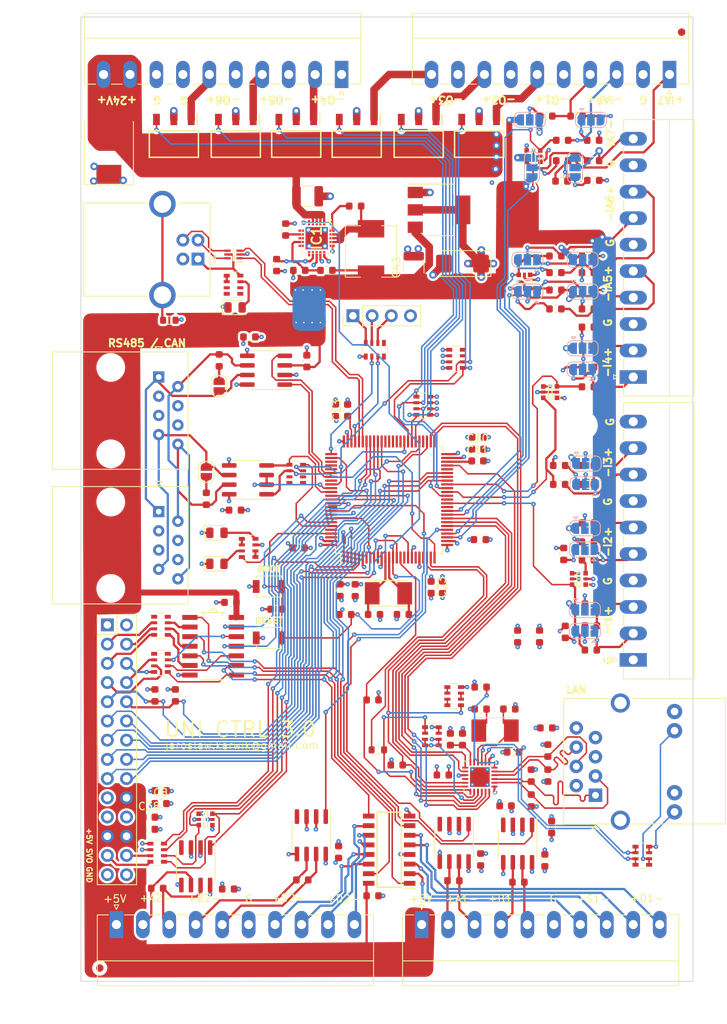
<source format=kicad_pcb>
(kicad_pcb (version 20210108) (generator pcbnew)
  (layers (0 "F.Cu" signal) (1 "In1.Cu" power "In1.GND") (2 "In2.Cu" power "In2.3v3") (31 "B.Cu" signal) (35 "F.Paste" user) (36 "B.SilkS" user "B.Silkscreen") (37 "F.SilkS" user "F.Silkscreen") (38 "B.Mask" user) (39 "F.Mask" user) (44 "Edge.Cuts" user))
  (net 0 "")
  (net 1 "+3V3")
  (net 2 "GND")
  (net 3 "+5V")
  (net 4 "/Ethernet/ENET_MDIO")
  (net 5 "Net-(D3-Pad2)")
  (net 6 "Net-(RN1-Pad5)")
  (net 7 "Net-(C1-Pad1)")
  (net 8 "/Ethernet/ENET_MDC")
  (net 9 "Net-(C11-Pad1)")
  (net 10 "Net-(C13-Pad1)")
  (net 11 "Net-(C18-Pad1)")
  (net 12 "/Power_supply/PWR_RESET")
  (net 13 "/TIM.CH2")
  (net 14 "Net-(IC3-Pad10)")
  (net 15 "Net-(C19-Pad1)")
  (net 16 "Net-(D2-Pad2)")
  (net 17 "/Digital Inputs/IN_CPU")
  (net 18 "/IN_CPU1")
  (net 19 "/IN_CPU4")
  (net 20 "/IN_CPU3")
  (net 21 "/TIM.CH1")
  (net 22 "/USB.D+")
  (net 23 "/Connectors/SUPPY+")
  (net 24 "/Processor/D-")
  (net 25 "Net-(D9-Pad2)")
  (net 26 "/AIN_IN_ADC6")
  (net 27 "/AIN_IN_ADC5")
  (net 28 "/AIN_IN_ADC8")
  (net 29 "/AIN_IN_ADC7")
  (net 30 "/OUT_STEP1")
  (net 31 "/Processor/D+")
  (net 32 "Net-(JP4-Pad2)")
  (net 33 "/OUT_DIR1")
  (net 34 "Net-(IC3-Pad8)")
  (net 35 "Net-(IC3-Pad6)")
  (net 36 "Net-(IC3-Pad4)")
  (net 37 "Net-(IC3-Pad12)")
  (net 38 "/OUT_DIR2")
  (net 39 "Net-(IC3-Pad2)")
  (net 40 "/Connectors/STEP1.A")
  (net 41 "/Connectors/STEP1.B")
  (net 42 "/Connectors/DIR1.B")
  (net 43 "/OUT_STEP2")
  (net 44 "/USB.VBUS")
  (net 45 "/Connectors/DIR1.A")
  (net 46 "/USB.D-")
  (net 47 "/Connectors/DIR2.A")
  (net 48 "/OUT_STEP3")
  (net 49 "/Connectors/DIR2.B")
  (net 50 "/OUT_DIR3")
  (net 51 "/Connectors/STEP2.B")
  (net 52 "/Connectors/STEP2.A")
  (net 53 "/Ethernet/ENET_RXD1")
  (net 54 "/Ethernet/ENET_RXD0")
  (net 55 "/Ethernet/ENET_CRSDV")
  (net 56 "/Ethernet/ENET_TX_EN")
  (net 57 "/Ethernet/ENET_TXD0")
  (net 58 "/Ethernet/ENET_TXD1")
  (net 59 "/Outputs/OUT6")
  (net 60 "/Outputs/OUT2")
  (net 61 "/Outputs/OUT1")
  (net 62 "/Outputs/OUT5")
  (net 63 "/midboard/RES_UART.TX")
  (net 64 "/Outputs/OUT4")
  (net 65 "/midboard/RES_UART.RX")
  (net 66 "/Outputs/OUT3")
  (net 67 "/Digital Inputs/IN1")
  (net 68 "/Digital Inputs/IN_SUP1")
  (net 69 "Net-(J13-Pad1)")
  (net 70 "Net-(J13-Pad2)")
  (net 71 "/Digital Inputs/IN2")
  (net 72 "/Digital Inputs/IN_SUP2")
  (net 73 "Net-(JP1-Pad2)")
  (net 74 "Net-(JP1-Pad3)")
  (net 75 "Net-(JP2-Pad2)")
  (net 76 "Net-(JP2-Pad3)")
  (net 77 "Net-(JP3-Pad2)")
  (net 78 "Net-(JP3-Pad3)")
  (net 79 "Net-(JP4-Pad3)")
  (net 80 "Net-(JP5-Pad1)")
  (net 81 "Net-(JP6-Pad1)")
  (net 82 "/Digital Inputs/IN3")
  (net 83 "/Digital Inputs/IN_SUP3")
  (net 84 "/Digital Inputs/AIN_IN_SUP7")
  (net 85 "/Digital Inputs/AIN_IN8")
  (net 86 "/Digital Inputs/AIN_IN_SUP8")
  (net 87 "Net-(C4-Pad1)")
  (net 88 "Net-(C5-Pad1)")
  (net 89 "/ADC.CH1")
  (net 90 "Net-(RN1-Pad1)")
  (net 91 "/Ethernet/VDD")
  (net 92 "Net-(RN3-Pad7)")
  (net 93 "/ADC.CH2")
  (net 94 "/SPI.MISO")
  (net 95 "/Digital Inputs/IN4")
  (net 96 "/Digital Inputs/IN_SUP4")
  (net 97 "/Digital Inputs/AIN_IN5")
  (net 98 "/Digital Inputs/AIN_IN_SUP5")
  (net 99 "/SPI.MOSI")
  (net 100 "/SPI.SCLK")
  (net 101 "/MID_IO1")
  (net 102 "/MID_IO2")
  (net 103 "Net-(J10-Pad5)")
  (net 104 "/midboard/RES_TIM.CH1")
  (net 105 "/midboard/RES_TIM.CH2")
  (net 106 "Net-(RN8-Pad5)")
  (net 107 "/Digital Inputs/AIN_IN6")
  (net 108 "Net-(J13-Pad3)")
  (net 109 "Net-(C1-Pad2)")
  (net 110 "Net-(C42-Pad2)")
  (net 111 "Net-(JP8-Pad2)")
  (net 112 "Net-(JP9-Pad2)")
  (net 113 "Net-(JP10-Pad2)")
  (net 114 "Net-(IC1-Pad9)")
  (net 115 "/UART.TX")
  (net 116 "/UART.RX")
  (net 117 "/RS485_TX")
  (net 118 "/FDCAN_RX")
  (net 119 "Net-(JP13-Pad2)")
  (net 120 "Net-(JP14-Pad1)")
  (net 121 "Net-(JP14-Pad3)")
  (net 122 "/FDCAN_TX")
  (net 123 "/RS485_DE")
  (net 124 "/RS485_RX")
  (net 125 "Net-(JP17-Pad2)")
  (net 126 "Net-(JP18-Pad1)")
  (net 127 "Net-(JP18-Pad3)")
  (net 128 "/Ethernet/VDDCR")
  (net 129 "Net-(IC5-Pad24)")
  (net 130 "/Ethernet/RX+")
  (net 131 "/Ethernet/RX-")
  (net 132 "/Ethernet/TX+")
  (net 133 "/Ethernet/TX-")
  (net 134 "Net-(C41-Pad1)")
  (net 135 "Net-(JP11-Pad2)")
  (net 136 "Net-(JP12-Pad1)")
  (net 137 "Net-(JP12-Pad3)")
  (net 138 "Net-(JP15-Pad2)")
  (net 139 "/Ethernet/ENET_RST")
  (net 140 "Net-(IC5-Pad14)")
  (net 141 "/Digital Inputs/AIN_IN_SUP6")
  (net 142 "/Digital Inputs/AIN_IN7")
  (net 143 "/Encoder/ENC1_IN.A1")
  (net 144 "Net-(IC5-Pad3)")
  (net 145 "Net-(IC5-Pad2)")
  (net 146 "/Ethernet/RJ45_LED2")
  (net 147 "/Ethernet/RJ45_LED1")
  (net 148 "Net-(JP16-Pad1)")
  (net 149 "/Encoder/ENC1_IN.B1")
  (net 150 "Net-(RN3-Pad5)")
  (net 151 "Net-(RN3-Pad2)")
  (net 152 "Net-(JP16-Pad3)")
  (net 153 "/OUT_CPU1")
  (net 154 "/OUT_CPU3")
  (net 155 "/OUT_CPU5")
  (net 156 "/OUT_CPU2")
  (net 157 "/OUT_CPU4")
  (net 158 "/OUT_CPU6")
  (net 159 "/Processor/BOOT0")
  (net 160 "/Encoder/ENC1_IN.A2")
  (net 161 "/Encoder/ENC1_IN.B2")
  (net 162 "/Encoder/ENC2_IN.A1")
  (net 163 "/Encoder/ENC2_IN.B1")
  (net 164 "/Encoder/ENC2_IN.A2")
  (net 165 "/Processor/LED")
  (net 166 "/Processor/SWCLK")
  (net 167 "/Processor/SWDIO")
  (net 168 "/Encoder/ENC2_IN.B2")
  (net 169 "/Connectors/FDCAN_H")
  (net 170 "/Connectors/FDCAN_L")
  (net 171 "/Connectors/RS_485_A")
  (net 172 "/Connectors/RS_485_B")
  (net 173 "/midboard/OUT_E1")
  (net 174 "/ENC1.CH1")
  (net 175 "/ENC1.CH2")
  (net 176 "/ENC2.CH1")
  (net 177 "/ENC2.CH2")
  (net 178 "/midboard/OUT_E2")
  (net 179 "/midboard/OUT_E3")
  (net 180 "/midboard/OUT_E4")
  (net 181 "/SPI.NSS")
  (net 182 "/I2C.SDA")
  (net 183 "/I2C.SCL")
  (net 184 "/midboard/OUT_E5")
  (net 185 "/midboard/OUT_E6")
  (net 186 "Net-(JP7-Pad2)")
  (net 187 "/Ethernet/ENET_REF_CLK")
  (net 188 "/Processor/LPTM1_IN1_PD12")
  (net 189 "/Processor/TIM16_CH1__PB8")
  (footprint "Buttons_Switches_SMD:SW_SPST_B3U-1000P" (layer "F.Cu") (at 100.4 98.1)
    (fp_text reference "SW3" hide)
    (fp_text value "SW_Push")
  )
  (footprint "Buttons_Switches_SMD:SW_SPST_B3U-1000P" (layer "F.Cu") (at 100.4 91.3)
    (fp_text reference "SW2" hide)
    (fp_text value "SW_Push")
  )
  (footprint "MountingHole:MountingHole_3.2mm_M3" (layer "F.Cu") (at 98 42 -90)
    (fp_text reference "MK1" hide)
    (fp_text value "Mounting_Hole")
  )
  (footprint "MountingHole:MountingHole_3.2mm_M3" (layer "F.Cu") (at 142 42 90)
    (fp_text reference "MK4" hide)
    (fp_text value "Mounting_Hole")
  )
  (footprint "Capacitor_SMD:C_0603_1608Metric" (layer "F.Cu") (at 121.85 91.4 -90)
    (fp_text reference "C23")
    (fp_text value "10uF")
  )
  (footprint "Resistor_SMD:R_0603_1608Metric" (layer "F.Cu") (at 138.3 49.8)
    (fp_text reference "R33" hide)
    (fp_text value "10k")
  )
  (footprint "Resistor_SMD:R_0603_1608Metric" (layer "F.Cu") (at 139.2 35)
    (fp_text reference "R36" hide)
    (fp_text value "120R")
  )
  (footprint "Resistor_SMD:R_0603_1608Metric" (layer "F.Cu") (at 138.3 54.6)
    (fp_text reference "R29" hide)
    (fp_text value "10k")
  )
  (footprint "Resistor_SMD:R_0603_1608Metric" (layer "F.Cu") (at 143.3 35 180)
    (fp_text reference "R35" hide)
    (fp_text value "1k")
  )
  (footprint "Resistor_SMD:R_0603_1608Metric" (layer "F.Cu") (at 138.3 47.6 180)
    (fp_text reference "R31" hide)
    (fp_text value "1k")
  )
  (footprint "Resistor_SMD:R_0603_1608Metric" (layer "F.Cu") (at 142.6 54.6)
    (fp_text reference "R28" hide)
    (fp_text value "120R")
  )
  (footprint "Resistor_SMD:R_0603_1608Metric" (layer "F.Cu") (at 142.6 47.6 180)
    (fp_text reference "R30" hide)
    (fp_text value "10k")
  )
  (footprint "Capacitor_SMD:C_0603_1608Metric" (layer "F.Cu") (at 123.35 91.4 -90)
    (fp_text reference "C24" hide)
    (fp_text value "100n")
  )
  (footprint "Capacitor_SMD:C_0603_1608Metric" (layer "F.Cu") (at 109.2 68 90)
    (fp_text reference "C17" hide)
    (fp_text value "100n")
  )
  (footprint "Capacitor_SMD:C_0603_1608Metric" (layer "F.Cu") (at 95.9 81.2)
    (fp_text reference "C32" hide)
    (fp_text value "100n")
  )
  (footprint "LED_SMD:LED_0805_2012Metric" (layer "F.Cu") (at 93.5 84.2)
    (fp_text reference "D2" hide)
    (fp_text value "LED")
  )
  (footprint "Capacitor_SMD:C_0603_1608Metric" (layer "F.Cu") (at 111.8 91.8 -90)
    (fp_text reference "C15" hide)
    (fp_text value "100n")
  )
  (footprint "Capacitor_SMD:C_0603_1608Metric" (layer "F.Cu") (at 104.3 86.2 180)
    (fp_text reference "C14" hide)
    (fp_text value "100n")
  )
  (footprint "Capacitor_SMD:C_0603_1608Metric" (layer "F.Cu") (at 110.8 68 90)
    (fp_text reference "C13")
    (fp_text value "10uF")
  )
  (footprint "Capacitor_SMD:C_0603_1608Metric" (layer "F.Cu") (at 109.8 91.7875 -90)
    (fp_text reference "C12" hide)
    (fp_text value "100n")
  )
  (footprint "Capacitor_SMD:C_0603_1608Metric" (layer "F.Cu") (at 128 74.7)
    (fp_text reference "C11")
    (fp_text value "10uF")
  )
  (footprint "Capacitor_SMD:C_0603_1608Metric" (layer "F.Cu") (at 128.025 73.15)
    (fp_text reference "C10")
    (fp_text value "10uF")
  )
  (footprint "Capacitor_SMD:C_0603_1608Metric" (layer "F.Cu") (at 128.06875 71.55)
    (fp_text reference "C20" hide)
    (fp_text value "100n")
  )
  (footprint "MountingHole:MountingHole_3.2mm_M3" (layer "F.Cu") (at 142 127)
    (fp_text reference "MK3" hide)
    (fp_text value "Mounting_Hole")
  )
  (footprint "Resistor_SMD:R_0603_1608Metric" (layer "F.Cu") (at 88 105.7 -90)
    (fp_text reference "R4" hide)
    (fp_text value "2k2")
  )
  (footprint "MountingHole:MountingHole_3.2mm_M3" (layer "F.Cu") (at 98 127)
    (fp_text reference "MK2" hide)
    (fp_text value "Mounting_Hole")
  )
  (footprint "Resistor_SMD:R_0603_1608Metric" (layer "F.Cu") (at 139.6 97.3 -90)
    (fp_text reference "R7" hide)
    (fp_text value "10k")
  )
  (footprint "Resistor_SMD:R_0603_1608Metric" (layer "F.Cu") (at 128.4 104.6 180)
    (fp_text reference "R38" hide)
    (fp_text value "12k1")
  )
  (footprint "Capacitor_SMD:C_0603_1608Metric" (layer "F.Cu") (at 110.4875 95 180)
    (fp_text reference "C16" hide)
    (fp_text value "100n")
  )
  (footprint "Capacitor_SMD:C_0603_1608Metric" (layer "F.Cu") (at 84.5 123.4)
    (fp_text reference "C25" hide)
    (fp_text value "100n")
  )
  (footprint "Resistor_SMD:R_0603_1608Metric" (layer "F.Cu") (at 101.4 94.3 180)
    (fp_text reference "R3" hide)
    (fp_text value "2k2")
  )
  (footprint "Capacitor_SMD:C_0603_1608Metric" (layer "F.Cu") (at 128.4 127.4 90)
    (fp_text reference "C27" hide)
    (fp_text value "100n")
  )
  (footprint "moje:SO14" (layer "F.Cu") (at 93 99.2 -90)
    (fp_text reference "IC3" hide)
    (fp_text value "74HC14D" hide)
  )
  (footprint "Resistor_SMD:R_0603_1608Metric" (layer "F.Cu") (at 124.8 130.2)
    (fp_text reference "R23" hide)
    (fp_text value "120R")
  )
  (footprint "moje:R_Array_Convex_4x0603" (layer "F.Cu") (at 86.1 96.5 180)
    (fp_text reference "RN6" hide)
    (fp_text value "100R")
  )
  (footprint "moje:R_Array_Convex_4x0603" (layer "F.Cu") (at 104 76.4 180)
    (fp_text reference "RN4" hide)
    (fp_text value "100R")
  )
  (footprint "moje:R_Array_Convex_4x0603" (layer "F.Cu") (at 114.4 60 90)
    (fp_text reference "RN5" hide)
    (fp_text value "100R")
  )
  (footprint "Resistor_SMD:R_Array_Convex_4x0603" (layer "F.Cu") (at 124.9 105.8 180)
    (fp_text reference "RN3" hide)
    (fp_text value "390R")
  )
  (footprint "moje:R_Array_Convex_4x0603" (layer "F.Cu") (at 97.7 86.2)
    (fp_text reference "RN1" hide)
    (fp_text value "100R")
  )
  (footprint "Resistor_SMD:R_0603_1608Metric" (layer "F.Cu") (at 133.4 130.4)
    (fp_text reference "R22" hide)
    (fp_text value "120R")
  )
  (footprint "moje:R_Array_Convex_4x0603" (layer "F.Cu") (at 86.1 101.4 180)
    (fp_text reference "RN7" hide)
    (fp_text value "100R")
  )
  (footprint "Resistor_SMD:R_0603_1608Metric" (layer "F.Cu") (at 85.3 105.7 -90)
    (fp_text reference "R5" hide)
    (fp_text value "2k2")
  )
  (footprint "Resistor_SMD:R_0603_1608Metric" (layer "F.Cu") (at 143.3125 37.6 180)
    (fp_text reference "R34" hide)
    (fp_text value "10k")
  )
  (footprint "Resistor_SMD:R_0603_1608Metric" (layer "F.Cu") (at 92.1 79.7 -90)
    (fp_text reference "R39" hide)
    (fp_text value "120R")
  )
  (footprint "moje:SOIC-8_3.9x4.9mm_P1.27mm" (layer "F.Cu") (at 97.6 77.2 180)
    (fp_text reference "U9" hide)
    (fp_text value "ST1480ACDR")
  )
  (footprint "Capacitor_SMD:C_0603_1608Metric" (layer "F.Cu") (at 114.3 95)
    (fp_text reference "C18" hide)
    (fp_text value "18pF")
  )
  (footprint "Capacitor_SMD:C_0603_1608Metric" (layer "F.Cu") (at 118.1125 95 180)
    (fp_text reference "C19" hide)
    (fp_text value "18pF")
  )
  (footprint "Package_SO:SOIC-8_3.9x4.9mm_P1.27mm" (layer "F.Cu") (at 100 62.7 180)
    (fp_text reference "U3" hide)
    (fp_text value "TLE9251VSJ")
  )
  (footprint "Resistor_SMD:R_0603_1608Metric" (layer "F.Cu") (at 138.3 52.1 180)
    (fp_text reference "R27" hide)
    (fp_text value "1k")
  )
  (footprint "Resistor_SMD:R_0603_1608Metric" (layer "F.Cu") (at 143 96.5)
    (fp_text reference "R9" hide)
    (fp_text value "10k")
  )
  (footprint "Capacitor_SMD:C_0603_1608Metric" (layer "F.Cu") (at 136.9 127.5125 90)
    (fp_text reference "C28" hide)
    (fp_text value "100n")
  )
  (footprint "Resistor_SMD:R_0603_1608Metric" (layer "F.Cu") (at 142.9875 99.7 180)
    (fp_text reference "R6" hide)
    (fp_text value "1k")
  )
  (footprint "moje:SOT-363" (layer "F.Cu") (at 134.2 51 -90)
    (fp_text reference "D7" hide)
    (fp_text value "D_Schottky_x4_BAV99S")
  )
  (footprint "moje:PhoenixContact_MC-G_10x3.50mm_Angled" (layer "F.Cu") (at 80.2 136)
    (fp_text reference "J8" hide)
    (fp_text value "Conn_01x10")
  )
  (footprint "Resistor_SMD:R_0603_1608Metric" (layer "F.Cu") (at 142.6 49.8)
    (fp_text reference "R32" hide)
    (fp_text value "120R")
  )
  (footprint "Resistor_SMD:R_0603_1608Metric" (layer "F.Cu") (at 142.6 52.1 180)
    (fp_text reference "R26" hide)
    (fp_text value "10k")
  )
  (footprint "Resistor_SMD:R_0603_1608Metric" (layer "F.Cu") (at 143 93.6)
    (fp_text reference "R8" hide)
    (fp_text value "120R")
  )
  (footprint "moje:SOT-363" (layer "F.Cu") (at 135.4 34.4 180)
    (fp_text reference "D8" hide)
    (fp_text value "D_Schottky_x4_BAV99S")
  )
  (footprint "Resistor_SMD:R_0603_1608Metric" (layer "F.Cu") (at 139.1 37.7 180)
    (fp_text reference "R37" hide)
    (fp_text value "10k")
  )
  (footprint "Fiducials:Fiducial_1mm_Dia_2mm_Outer" (layer "F.Cu") (at 78 141.75)
    (fp_text reference "J6" hide)
    (fp_text value "FIDUCIAL")
  )
  (footprint "Fiducials:Fiducial_1mm_Dia_2mm_Outer" (layer "F.Cu") (at 155 18)
    (fp_text reference "J5" hide)
    (fp_text value "FIDUCIAL")
  )
  (footprint "moje:XTAL500X320X130N_v2" (layer "F.Cu") (at 116.2 92.2)
    (fp_text reference "Y1" hide)
    (fp_text value "ABM7-25.000MHZ-D2Y-T" hide)
  )
  (footprint "Connector_RJ:RJ45_Amphenol_54602-x08_Horizontal" (layer "F.Cu") (at 85.8 63.6 -90)
    (fp_text reference "J9" hide)
    (fp_text value "RJ45")
  )
  (footprint "moje:PhoenixContact_MC-G_10x3.50mm_Angled" (layer "F.Cu") (at 148.6 101 90)
    (fp_text reference "J1" hide)
    (fp_text value "Conn_01x10")
  )
  (footprint "moje:SOIC-8_3.9x4.9mm_P1.27mm" (layer "F.Cu") (at 124.9 125.2 -90)
    (fp_text reference "U5" hide)
    (fp_text value "ST1480ACDR")
  )
  (footprint "moje:SOIC-8_3.9x4.9mm_P1.27mm" (layer "F.Cu") (at 133.3 125.3 -90)
    (fp_text reference "U6" hide)
    (fp_text value "ST1480ACDR")
  )
  (footprint "Capacitor_SMD:C_0603_1608Metric" (layer "F.Cu") (at 114.1 132.2 180)
    (fp_text reference "C26" hide)
    (fp_text value "100n")
  )
  (footprint "Diode_SMD:D_SMC" (layer "F.Cu") (at 79.2 33.4 90)
    (fp_text reference "D10" hide)
    (fp_text value "SMCJ24CA")
  )
  (footprint "moje:SOT50P160X60-6N" (layer "F.Cu") (at 95.7 47.4 180)
    (fp_text reference "D6" hide)
    (fp_text value "NUF2042XV6T1G" hide)
  )
  (footprint "Resistor_SMD:R_0603_1608Metric" (layer "F.Cu") (at 93.8 61.4 90)
    (fp_text reference "R40" hide)
    (fp_text value "120R")
  )
  (footprint "Connector_PinHeader_2.54mm:PinHeader_2x14_P2.54mm_Vertical" (layer "F.Cu") (at 79 96.38)
    (fp_text reference "J14" hide)
    (fp_text value "Conn_02x13_Odd_Even")
  )
  (footprint "Resistor_SMD:R_0603_1608Metric" (layer "F.Cu") (at 142.6 64.9 180)
    (fp_text reference "R18" hide)
    (fp_text value "1k")
  )
  (footprint "Resistor_SMD:R_0603_1608Metric" (layer "F.Cu") (at 141.1 29.1 180)
    (fp_text reference "R44" hide)
    (fp_text value "10k")
  )
  (footprint "Capacitor_SMD:C_1210_3225Metric" (layer "F.Cu") (at 105.5 39.7)
    (fp_text reference "C40" hide)
    (fp_text value "10uF 50V")
  )
  (footprint "Jumper:SolderJumper-2_P1.3mm_Open_RoundedPad1.0x1.5mm" (layer "F.Cu") (at 92.1 76.15 90)
    (fp_text reference "JP5" hide)
    (fp_text value "Jumper")
  )
  (footprint "Inductor_SMD:L_0603_1608Metric" (layer "F.Cu") (at 136.2 97.9 90)
    (fp_text reference "L1" hide)
    (fp_text value "10nH")
  )
  (footprint "moje:SOT230P700X170-4N" (layer "F.Cu") (at 87.8 32.8 -90)
    (fp_text reference "IC6" hide)
    (fp_text value "ITS4141NHUMA1" hide)
  )
  (footprint "Capacitor_SMD:C_0603_1608Metric" (layer "F.Cu") (at 97.8 58.3)
    (fp_text reference "C3" hide)
    (fp_text value "100n")
  )
  (footprint "moje:SOT230P700X170-4N" (layer "F.Cu") (at 104 32.8 -90)
    (fp_text reference "IC10" hide)
    (fp_text value "ITS4141NHUMA1" hide)
  )
  (footprint "MountingHole:MountingHole_3.2mm_M3" (layer "F.Cu") (at 98 70)
    (fp_text reference "MK5" hide)
    (fp_text value "Mounting_Hole")
  )
  (footprint "Resistor_SMD:R_0603_1608Metric" (layer "F.Cu") (at 143.3 32.3 180)
    (fp_text reference "R41" hide)
    (fp_text value "10k")
  )
  (footprint "Capacitor_SMD:C_0603_1608Metric" (layer "F.Cu") (at 126 111.5 90)
    (fp_text reference "CP1" hide)
    (fp_text value "2.2uF")
  )
  (footprint "moje:SOT230P700X170-4N" (layer "F.Cu") (at 96 32.8 -90)
    (fp_text reference "IC9" hide)
    (fp_text value "ITS4141NHUMA1" hide)
  )
  (footprint "Resistor_SMD:R_0603_1608Metric" (layer "F.Cu") (at 135.1 119.6 -90)
    (fp_text reference "R46" hide)
    (fp_text value "49R9")
  )
  (footprint "moje:PhoenixContact_MC-G_10x3.50mm_Angled" (layer "F.Cu") (at 153.4 23.6 180)
    (fp_text reference "J3" hide)
    (fp_text value "Conn_01x10")
  )
  (footprint "Resistor_SMD:R_0603_1608Metric" (layer "F.Cu") (at 142.6 77.8)
    (fp_text reference "R17" hide)
    (fp_text value "10k")
  )
  (footprint "moje:SOIC-8_3.9x4.9mm_P1.27mm" (layer "F.Cu") (at 106 124.2 -90)
    (fp_text reference "U8" hide)
    (fp_text value "ST1480ACDR")
  )
  (footprint "Resistor_SMD:R_0603_1608Metric" (layer "F.Cu") (at 137.3 113 90)
    (fp_text reference "R47" hide)
    (fp_text value "49R9")
  )
  (footprint "Resistor_SMD:R_0603_1608Metric" (layer "F.Cu") (at 138.8 77.8 180)
    (fp_text reference "R14" hide)
    (fp_text value "1k")
  )
  (footprint "Resistor_SMD:R_Array_Convex_4x0603" (layer "F.Cu") (at 149.8 126.9)
    (fp_text reference "RN10" hide)
    (fp_text value "390R")
  )
  (footprint "Resistor_SMD:R_0603_1608Metric" (layer "F.Cu") (at 139.2 32.3 180)
    (fp_text reference "R42" hide)
    (fp_text value "1k")
  )
  (footprint "moje:SOT230P700X170-4N" (layer "F.Cu") (at 112 32.8 -90)
    (fp_text reference "IC11" hide)
    (fp_text value "ITS4141NHUMA1" hide)
  )
  (footprint "moje:SOT230P700X170-4N" (layer "F.Cu") (at 128.2 32.8 -90)
    (fp_text reference "IC8" hide)
    (fp_text value "ITS4141NHUMA1" hide)
  )
  (footprint "Capacitor_SMD:C_0603_1608Metric" (layer "F.Cu") (at 114.1 106.3)
    (fp_text reference "C7" hide)
    (fp_text value "18pF")
  )
  (footprint "Capacitor_SMD:C_0603_1608Metric" (layer "F.Cu") (at 95.3 93.4 180)
    (fp_text reference "C31" hide)
    (fp_text value "100n")
  )
  (footprint "moje:R_Array_Convex_4x0603" (layer "F.Cu") (at 95.7 51.4 180)
    (fp_text reference "RN8" hide)
    (fp_text value "100R")
  )
  (footprint "LED_SMD:LED_0805_2012Metric" (layer "F.Cu") (at 93.5 88.3)
    (fp_text reference "D3" hide)
    (fp_text value "LED")
  )
  (footprint "moje:PhoenixContact_MC-G_10x3.50mm_Angled" (layer "F.Cu") (at 110 23.6 180)
    (fp_text reference "J2" hide)
    (fp_text value "Conn_01x10")
  )
  (footprint "moje:SOT-363" (layer "F.Cu") (at 92 122.1)
    (fp_text reference "D1" hide)
    (fp_text value "D_Schottky_x4_BAV99S")
  )
  (footprint "Resistor_SMD:R_0603_1608Metric" (layer "F.Cu") (at 139.4 87 -90)
    (fp_text reference "R11" hide)
    (fp_text value "10k")
  )
  (footprint "moje:PhoenixContact_MC-G_10x3.50mm_Angled" (layer "F.Cu") (at 120.6 136)
    (fp_text reference "J7" hide)
    (fp_text value "Conn_01x10")
  )
  (footprint "Capacitor_SMD:C_0603_1608Metric" (layer "F.Cu") (at 133.3 97.9 90)
    (fp_text reference "C9" hide)
    (fp_text value "10uF")
  )
  (footprint "Capacitor_SMD:C_1210_3225Metric" (layer "F.Cu") (at 119.55 49.1 90)
    (fp_text reference "C43")
    (fp_text value "22uF 25V")
  )
  (footprint "moje:PhoenixContact_MC-G_10x3.50mm_Angled" (layer "F.Cu") (at 148.6 63.6 90)
    (fp_text reference "J4" hide)
    (fp_text value "Conn_01x10")
  )
  (footprint "moje:R_Array_Convex_4x0603" (layer "F.Cu") (at 120.8 67.4)
    (fp_text reference "RN13" hide)
    (fp_text value "10k")
  )
  (footprint "Resistor_SMD:R_0603_1608Metric" (layer "F.Cu") (at 104.8 130.1)
    (fp_text reference "R24" hide)
    (fp_text value "120R")
  )
  (footprint "Resistor_SMD:R_0603_1608Metric" (layer "F.Cu") (at 142.6 62.3)
    (fp_text reference "R19" hide)
    (fp_text value "10k")
  )
  (footprint "moje:QFN50P400X400X80-21N" (layer "F.Cu") (at 106.7 45.25 -90)
    (fp_text reference "IC1")
    (fp_text value "MAX17503ATP+" hide)
  )
  (footprint "moje:XTAL500X320X130N_v2" (layer "F.Cu") (at 130.3125 110.35)
    (fp_text reference "Y2" hide)
    (fp_text value "ABM7-25.000MHZ-D2Y-T" hide)
  )
  (footprint "moje:LMJ1998824110DL1T39J" (layer "F.Cu") (at 143.6 118.9 90)
    (fp_text reference "J11" hide)
    (fp_text value "LMJ1998824110DL1T39J")
  )
  (footprint "Resistor_SMD:R_Array_Convex_4x0603" (layer "F.Cu") (at 121.95 111.1 180)
    (fp_text reference "RN2" hide)
    (fp_text value "10k")
  )
  (footprint "Capacitor_SMD:C_0603_1608Metric" (layer "F.Cu") (at 132.7 113.2 180)
    (fp_text reference "C35" hide)
    (fp_text value "100n")
  )
  (footprint "Resistor_SMD:R_0603_1608Metric" (layer "F.Cu") (at 137.3 116.3 -90)
    (fp_text reference "R48" hide)
    (fp_text value "49R9")
  )
  (footprint "Resistor_SMD:R_0603_1608Metric" (layer "F.Cu") (at 135.1 116.3 90)
    (fp_text reference "R45" hide)
    (fp_text value "49R9")
  )
  (footprint "Connector_USB:USB_B_OST_USB-B1HSxx_Horizontal" (layer "F.Cu") (at 91 48 180)
    (fp_text reference "J10" hide)
    (fp_text value "USB B connector")
  )
  (footprint "Resistor_SMD:R_0603_1608Metric" (layer "F.Cu") (at 87.2 56.1)
    (fp_text reference "R49" hide)
    (fp_text value "0R")
  )
  (footprint "moje:SOIC127P600X175-16N" (layer "F.Cu") (at 116.3 126.1 180)
    (fp_text reference "IC2" hide)
    (fp_text value "AM26C31CD" hide)
  )
  (footprint "Capacitor_SMD:C_0603_1608Metric" (layer "F.Cu") (at 102.6 44.1 -90)
    (fp_text reference "C42" hide)
    (fp_text value "5.6nF")
  )
  (footprint "Capacitor_SMD:C_0603_1608Metric" (layer "F.Cu") (at 128.4 107.5 180)
    (fp_text reference "C4" hide)
    (fp_text value "18pF")
  )
  (footprint "moje:SOT-363" (layer "F.Cu") (at 141.4 90.3 180)
    (fp_text reference "D4" hide)
    (fp_text value "D_Schottky_x4_BAV99S")
  )
  (footprint "Connector_PinHeader_2.54mm:PinHeader_1x04_P2.54mm_Vertical" (layer "F.Cu") (at 111.5 55.5 90)
    (fp_text reference "J13" hide)
    (fp_text value "Conn_01x04_Male")
  )
  (footprint "Resistor_SMD:R_0603_1608Metric" (layer "F.Cu") (at 85.6 131.2)
    (fp_text reference "R25" hide)
    (fp_text value "120R")
  )
  (footprint "MountingHole:MountingHole_3.2mm_M3" (layer "F.Cu") (at 142 70)
    (fp_text reference "MK6" hide)
    (fp_text value "Mounting_Hole")
  )
  (footprint "Capacitor_SMD:C_0603_1608Metric" (layer "F.Cu") (at 137.8 123.1 -90)
    (fp_text reference "C36" hide)
    (fp_text value "100n")
  )
  (footprint "moje:SOT230P700X170-4N" (layer "F.Cu") (at 120.2 32.8 -90)
    (fp_text reference "IC7" hide)
    (fp_text value "ITS4141NHUMA1" hide)
  )
  (footprint "Capacitor_SMD:C_0603_1608Metric" (layer "F.Cu") (at 123.4 116.225)
    (fp_text reference "C21" hide)
    (fp_text value "100n")
  )
  (footprint "Capacitor_SMD:C_0603_1608Metric" (layer "F.Cu") (at 94.9875 131.3)
    (fp_text reference "C29" hide)
    (fp_text value "100n")
  )
  (footprint "Resistor_SMD:R_0603_1608Metric" (layer "F.Cu") (at 137.1 29.1)
    (fp_text reference "R43" hide)
    (fp_text value "120R")
  )
  (footprint "Connector_RJ:RJ45_Amphenol_54602-x08_Horizontal" (layer "F.Cu") (at 85.8 81.4 -90)
    (fp_text reference "J12" hide)
    (fp_text value "RJ45")
  )
  (footprint "Resistor_SMD:R_0603_1608Metric" (layer "F.Cu") (at 114.8 112.9)
    (fp_text reference "R1" hide)
    (fp_text value "33")
  )
  (footprint "Capacitor_SMD:C_0603_1608Metric" (layer "F.Cu") (at 105.4 61.5 90)
    (fp_text reference "C2" hide)
    (fp_text value "100n")
  )
  (footprint "Capacitor_SMD:C_0603_1608Metric" (layer "F.Cu") (at 132.2 107.5)
    (fp_text reference "C5" hide)
    (fp_text value "18pF")
  )
  (footprint "Jumper:SolderJumper-2_P1.3mm_Open_RoundedPad1.0x1.5mm" (layer "F.Cu") (at 93.8 64.8 -90)
    (fp_text reference "JP6" hide)
    (fp_text value "Jumper")
  )
  (footprint "Capacitor_SMD:C_0603_1608Metric" (layer "F.Cu") (at 101.4 48.8 -90)
    (fp_text reference "C41" hide)
    (fp_text value "2.2uF")
  )
  (footprint "Capacitor_SMD:C_0603_1608Metric" (layer "F.Cu") (at 84.525 121.8)
    (fp_text reference "C38")
    (fp_text value "10uF")
  )
  (footprint "Capacitor_SMD:C_0603_1608Metric" (layer "F.Cu") (at 137.1 110 180)
    (fp_text reference "C37" hide)
    (fp_text value "100n")
  )
  (footprint "Capacitor_SMD:C_0603_1608Metric" (layer "F.Cu") (at 117.3 114.9 180)
    (fp_text reference "C6" hide)
    (fp_text value "18pF")
  )
  (footprint "Package_QFP:LQFP-100_14x14mm_P0.5mm" (layer "F.Cu") (at 116.3 79.8 90)
    (fp_text reference "U1" hide)
    (fp_text value "STM32H743VIT6")
  )
  (footprint "Capacitor_SMD:C_0603_1608Metric" (layer "F.Cu") (at 131.7 120.3 180)
    (fp_text reference "C33" hide)
    (fp_text value "100n")
  )
  (footprint "Resistor_SMD:R_0603_1608Metric" (layer "F.Cu") (at 142.6 57)
    (fp_text reference "R20" hide)
    (fp_text value "120R")
  )
  (footprint "Resistor_SMD:R_0603_1608Metric" (layer "F.Cu") (at 142.6 85.4)
    (fp_text reference "R13" hide)
    (fp_text value "10k")
  )
  (footprint "Resistor_SMD:R_0603_1608Metric" (layer "F.Cu") (at 108 49.5 180)
    (fp_text reference "R52" hide)
    (fp_text value "178k")
  )
  (footprint "Resistor_SMD:R_0603_1608Metric" (layer "F.Cu") (at 142.6 75.3)
    (fp_text reference "R16" hide)
    (fp_text value "120R")
  )
  (footprint "moje:SOT-363" (layer "F.Cu") (at 137.6 65.6 180)
    (fp_text reference "D5" hide)
    (fp_text value "D_Schottky_x4_BAV99S")
  )
  (footprint "Resistor_SMD:R_0603_1608Metric" (layer "F.Cu") (at 142.6 59.5)
    (fp_text reference "R21" hide)
    (fp_text value "10k")
  )
  (footprint "Capacitor_SMD:C_0603_1608Metric" (layer "F.Cu") (at 111.8 41)
    (fp_text reference "C1" hide)
    (fp_text value "100n")
  )
  (footprint "Capacitor_SMD:C_0603_1608Metric" (layer "F.Cu") (at 109.6 126.4 90)
    (fp_text reference "C30" hide)
    (fp_text value "100n")
  )
  (footprint "Resistor_SMD:R_0603_1608Metric" (layer "F.Cu") (at 104.4 49.5 180)
    (fp_text reference "R53" hide)
    (fp_text value "39k")
  )
  (footprint "Package_TO_SOT_SMD:SOT-223-3_TabPin2" (layer "F.Cu") (at 122.9 41.5)
    (fp_text reference "IC4" hide)
    (fp_text value "TLV1117-33")
  )
  (footprint "Capacitor_SMD:C_0603_1608Metric" (layer "F.Cu") (at 128.3 85.1)
    (fp_text reference "C22" hide)
    (fp_text value "100n")
  )
  (footprint "Capacitor_SMD:C_0603_1608Metric" (layer "F.Cu") (at 124.4 111.5 90)
    (fp_text reference "CP2" hide)
    (fp_text value "470pF")
  )
  (footprint "moje:HPI0630" (layer "F.Cu") (at 113.9 47 -90)
    (fp_text reference "L2" hide)
    (fp_text value "10uH")
  )
  (footprint "moje:R_Array_Convex_4x0603" (layer "F.Cu") (at 125.15 61.2 180)
    (fp_text reference "RN12" hide)
    (fp_text value "10k")
  )
  (footprint "LED_SMD:LED_0805_2012Metric" (layer "F.Cu") (at 95.9 54.4)
    (fp_text reference "D9" hide)
    (fp_text value "LED")
  )
  (footprint "Package_DFN_QFN:QFN-24-1EP_4x4mm_P0.5mm_EP2.6x2.6mm" (layer "F.Cu") (at 128.3 116.5 -90)
    (fp_text reference "IC5" hide)
    (fp_text value "LAN8742A")
  )
  (footprint "moje:R_Array_Convex_4x0603" (layer "F.Cu") (at 85.6 126.5 180)
    (fp_text reference "RN9" hide)
    (fp_text value "100R")
  )
  (footprint "Capacitor_SMD:C_0603_1608Metric" (layer "F.Cu") (at 86.05 118.3)
    (fp_text reference "C34" hide)
    (fp_text value "100n")
  )
  (footprint "Resistor_SMD:R_0603_1608Metric" (layer "F.Cu") (at 138.8 75.3)
    (fp_text reference "R15" hide)
    (fp_text value "10k")
  )
  (footprint "Resistor_SMD:R_0603_1608Metric" (layer "F.Cu") (at 142.6 82.9)
    (fp_text reference "R12" hide)
    (fp_text value "120R")
  )
  (footprint "Resistor_SMD:R_0603_1608Metric" (layer "F.Cu") (at 142.6 87.8 180)
    (fp_text reference "R10" hide)
    (fp_text value "1k")
  )
  (footprint "Capacitor_SMD:C_0603_1608Metric" (layer "F.Cu") (at 86.05 120)
    (fp_text reference "C8")
    (fp_text value "10uF")
  )
  (footprint "moje:SOIC-8_3.9x4.9mm_P1.27mm" (layer "F.Cu") (at 90.7 128.3 -90)
    (fp_text reference "U7" hide)
    (fp_text value "ST1480ACDR")
  )
  (footprint "Capacitor_Tantalum_SMD:CP_EIA-6032-28_Kemet-C" (layer "F.Cu") (at 126 48.6 180)
    (fp_text reference "C44" hide)
    (fp_text value "100uF 6.3V Tantal")
  )
  (footprint "moje:SolderJumper-3-open" (layer "B.Cu") (at 141.9 48.1)
    (fp_text reference "JP13" hide)
    (fp_text value "Jumper")
  )
  (footprint "moje:SolderJumper-3-open" (layer "B.Cu") (at 134.6 52.3 180)
    (fp_text reference "JP12" hide)
    (fp_text value "Jumper")
  )
  (footprint "moje:SolderJumper-3-open" (layer "B.Cu") (at 141.9 52.3)
    (fp_text reference "JP11" hide)
    (fp_text value "Jumper")
  )
  (footprint "moje:SolderJumper-3-open" (layer "B.Cu") (at 141.9 59.8)
    (fp_text reference "JP10" hide)
    (fp_text value "Jumper")
  )
  (footprint "moje:SolderJumper-3-open" (layer "B.Cu") (at 142.3 77.8 180)
    (fp_text reference "JP3" hide)
    (fp_text value "Jumper")
  )
  (footprint "moje:SolderJumper-3-open" (layer "B.Cu") (at 142.2 83.6)
    (fp_text reference "JP8" hide)
    (fp_text value "Jumper")
  )
  (footprint "moje:SolderJumper-3-open" (layer "B.Cu") (at 141.9 62.6 180)
    (fp_text reference "JP4" hide)
    (fp_text value "Jumper")
  )
  (footprint "moje:SolderJumper-3-open" (layer "B.Cu") (at 134.9 29.6 180)
    (fp_text reference "JP17" hide)
    (fp_text value "Jumper")
  )
  (footprint "moje:SolderJumper-3-open" (layer "B.Cu") (at 142.2 94.4)
    (fp_text reference "JP7" hide)
    (fp_text value "Jumper")
  )
  (footprint "moje:SolderJumper-3-open" (layer "B.Cu") (at 142.3 75.05)
    (fp_text reference "JP9" hide)
    (fp_text value "Jumper")
  )
  (footprint "moje:SolderJumper-3-open" (layer "B.Cu") (at 140.9 35.9 90)
    (fp_text reference "JP16" hide)
    (fp_text value "Jumper")
  )
  (footprint "moje:SolderJumper-3-open" (layer "B.Cu") (at 134.6 48.1 180)
    (fp_text reference "JP14" hide)
    (fp_text value "Jumper")
  )
  (footprint "moje:SolderJumper-3-open" (layer "B.Cu") (at 142.2 97.2 180)
    (fp_text reference "JP1" hide)
    (fp_text value "Jumper")
  )
  (footprint "moje:SolderJumper-3-open" (layer "B.Cu") (at 143 29.6)
    (fp_text reference "JP18" hide)
    (fp_text value "Jumper")
  )
  (footprint "moje:SolderJumper-3-open" (layer "B.Cu") (at 142.2 86.4 180)
    (fp_text reference "JP2" hide)
    (fp_text value "Jumper")
  )
  (footprint "moje:SolderJumper-3-open" (layer "B.Cu") (at 135.2 35.9 -90)
    (fp_text reference "JP15" hide)
    (fp_text value "Jumper")
  )
  (gr_line (start 156.5 143.5) (end 75.5 143.5) (layer "Edge.Cuts") (width 0.1))
  (gr_line (start 75.5 16) (end 156.5 16) (layer "Edge.Cuts") (width 0.1))
  (gr_line (start 75.5 143.5) (end 75.5 16) (layer "Edge.Cuts") (width 0.1))
  (gr_line (start 156.5 16) (end 156.5 143.5) (layer "Edge.Cuts") (width 0.1))
  (gr_text "-O1+" (at 137.8 26.95 180) (layer "F.SilkS") (effects (font (size 1 1) (thickness 0.25))))
  (gr_text "RESET" (at 100.4 95.8) (layer "F.SilkS") (effects (font (size 0.8 0.8) (thickness 0.2))))
  (gr_text "BOOT" (at 100.4 89) (layer "F.SilkS") (effects (font (size 0.8 0.8) (thickness 0.2))))
  (gr_text "G" (at 138 132.6) (layer "F.SilkS") (effects (font (size 1 1))))
  (gr_text "SVO" (at 76.6 126.9 270) (layer "F.SilkS") (effects (font (size 0.7 0.7) (thickness 0.175))))
  (gr_text "-I2+" (at 145.25 85.4 90) (layer "F.SilkS") (effects (font (size 1 1) (thickness 0.25))))
  (gr_text "+B2-" (at 91.7875 132.5) (layer "F.SilkS") (effects (font (size 1 1))))
  (gr_text "+D2-" (at 110.2 132.6) (layer "F.SilkS") (effects (font (size 1 1))))
  (gr_text "-O4+" (at 108.15 26.95 180) (layer "F.SilkS") (effects (font (size 1 1) (thickness 0.25))))
  (gr_text "G" (at 145.6 35.4 90) (layer "F.SilkS") (effects (font (size 1 1) (thickness 0.25))))
  (gr_text "+IA7" (at 153.6 26.95 180) (layer "F.SilkS") (effects (font (size 1 1) (thickness 0.25))))
  (gr_text "LAN" (at 141.05 104.95) (layer "F.SilkS") (effects (font (size 1 1) (thickness 0.25))))
  (gr_text "GND" (at 76.6 129.4 270) (layer "F.SilkS") (effects (font (size 0.7 0.7) (thickness 0.175))))
  (gr_text "RS485 / CAN" (at 84.25 59.12) (layer "F.SilkS") (effects (font (size 1 1) (thickness 0.25))))
  (gr_text "G" (at 85.6 27 180) (layer "F.SilkS") (effects (font (size 1 1) (thickness 0.25))))
  (gr_text "-O6+" (at 94.3 26.95 180) (layer "F.SilkS") (effects (font (size 1 1) (thickness 0.25))))
  (gr_text "+A1-" (at 125.9 132.6) (layer "F.SilkS") (effects (font (size 1 1))))
  (gr_text "-I4+" (at 145.2 61.65 90) (layer "F.SilkS") (effects (font (size 1 1) (thickness 0.25))))
  (gr_text "-O3+" (at 123.8 26.95 180) (layer "F.SilkS") (effects (font (size 1 1) (thickness 0.25))))
  (gr_text "G   -IA8+" (at 146.45 26.95 180) (layer "F.SilkS") (effects (font (size 1 1) (thickness 0.25))))
  (gr_text "-O5+" (at 101.3 26.95 180) (layer "F.SilkS") (effects (font (size 1 1) (thickness 0.25))))
  (gr_text "+24V+" (at 80.25 27 180) (layer "F.SilkS") (effects (font (size 1 1) (thickness 0.25))))
  (gr_text "+5V" (at 120.5 132.6) (layer "F.SilkS") (effects (font (size 1 1))))
  (gr_text "IA7-" (at 145.6 31.35 90) (layer "F.SilkS") (effects (font (size 1 1) (thickness 0.25))))
  (gr_text "UNI CTRL 3.0" (at 96.6 110.2) (layer "F.SilkS") (effects (font (size 2 2) (thickness 0.25))))
  (gr_text "G" (at 89.2 27 180) (layer "F.SilkS") (effects (font (size 1 1) (thickness 0.25))))
  (gr_text "G   -IA6+" (at 145.55 42.35 90) (layer "F.SilkS") (effects (font (size 1 1) (thickness 0.25))))
  (gr_text "+5V" (at 80 132.6) (layer "F.SilkS") (effects (font (size 1 1))))
  (gr_text "+A2-" (at 85.4 132.5) (layer "F.SilkS") (effects (font (size 1 1))))
  (gr_text "G" (at 145.25 101.1 90) (layer "F.SilkS") (effects (font (size 1 1) (thickness 0.25))))
  (gr_text "+D1-" (at 150.4 132.5) (layer "F.SilkS") (effects (font (size 1 1))))
  (gr_text "G" (at 97.7 132.6) (layer "F.SilkS") (effects (font (size 1 1))))
  (gr_text "G" (at 145.55 69.55 90) (layer "F.SilkS") (effects (font (size 1 1) (thickness 0.25))))
  (gr_text "+S2-" (at 102.9 132.5) (layer "F.SilkS") (effects (font (size 1 1))))
  (gr_text "G   -IA5+" (at 145.25 52.9 90) (layer "F.SilkS") (effects (font (size 1 1) (thickness 0.25))))
  (gr_text "+5V" (at 76.6 124.3 270) (layer "F.SilkS") (effects (font (size 0.7 0.7) (thickness 0.175))))
  (gr_text "-I1+" (at 145.25 95.85 90) (layer "F.SilkS") (effects (font (size 1 1) (thickness 0.25))))
  (gr_text "G" (at 145.25 90.6 90) (layer "F.SilkS") (effects (font (size 1 1) (thickness 0.25))))
  (gr_text "G" (at 145.25 80.1 90) (layer "F.SilkS") (effects (font (size 1 1) (thickness 0.25))))
  (gr_text "+B1-" (at 131.6 132.6) (layer "F.SilkS") (effects (font (size 1 1))))
  (gr_text "-I3+" (at 145.25 74.9 90) (layer "F.SilkS") (effects (font (size 1 1) (thickness 0.25))))
  (gr_text "+S1-" (at 143.3 132.6) (layer "F.SilkS") (effects (font (size 1 1))))
  (gr_text "-O2+" (at 130.8 26.95 180) (layer "F.SilkS") (effects (font (size 1 1) (thickness 0.25))))
  (gr_text "jaroslaw.karwik@gmail.com" (at 96.8 112.3) (layer "F.SilkS") (effects (font (size 1 1) (thickness 0.125))))
  (segment (start 98.7 91.3) (end 97.8 91.3) (width 0.3) (layer "F.Cu") (net 1))
  (segment (start 128.4625 48.6) (end 128.4625 50.3625) (width 1) (layer "F.Cu") (net 1))
  (segment (start 92.3 122.1) (end 92.419998 122.1) (width 0.3) (layer "F.Cu") (net 1))
  (segment (start 134.2 50.1) (end 134.2 50.5) (width 0.3) (layer "F.Cu") (net 1))
  (segment (start 134.45001 50.75001) (end 135.94999 50.75001) (width 0.3) (layer "F.Cu") (net 1))
  (segment (start 97.525 60.025) (end 97.5 60) (width 0.3) (layer "F.Cu") (net 1))
  (segment (start 128.4625 48.6) (end 128.4625 46.8375) (width 1) (layer "F.Cu") (net 1))
  (segment (start 134.2 51.9) (end 134.2 51.3) (width 0.3) (layer "F.Cu") (net 1))
  (segment (start 105.0875 86.2) (end 105.9 86.2) (width 0.3) (layer "F.Cu") (net 1))
  (segment (start 95.125 79.975) (end 95.1 80) (width 0.3) (layer "F.Cu") (net 1))
  (segment (start 133.9 51) (end 133.4 51) (width 0.3) (layer "F.Cu") (net 1))
  (segment (start 134.2 51.3) (end 133.9 51) (width 0.3) (layer "F.Cu") (net 1))
  (segment (start 136.2 97.1125) (end 136.2 96.5) (width 0.3) (layer "F.Cu") (net 1))
  (segment (start 140.5 90.3) (end 141.4 90.3) (width 0.3) (layer "F.Cu") (net 1))
  (segment (start 109.725 72.125) (end 109.7 72.1) (width 0.3) (layer "F.Cu") (net 1))
  (segment (start 128.4625 50.3625) (end 128.5 50.4) (width 1) (layer "F.Cu") (net 1))
  (segment (start 127.28125 71.55) (end 126.66875 71.55) (width 0.3) (layer "F.Cu") (net 1))
  (segment (start 128.4625 46.8375) (end 128.5 46.8) (width 1) (layer "F.Cu") (net 1))
  (segment (start 112.562498 91.0125) (end 112.574998 91) (width 0.3) (layer "F.Cu") (net 1))
  (segment (start 87.0125 104.9125) (end 87 104.9) (width 0.3) (layer "F.Cu") (net 1))
  (segment (start 113.2 60.9) (end 112.4 60.9) (width 0.3) (layer "F.Cu") (net 1))
  (segment (start 135.2 129) (end 135.205 127.775) (width 0.3) (layer "F.Cu") (net 1))
  (segment (start 126.05 46.1875) (end 128.4625 48.6) (width 1) (layer "F.Cu") (net 1))
  (segment (start 115.3 87.475) (end 115.3 88.554419) (width 0.3) (layer "F.Cu") (net 1))
  (segment (start 142.3 90.3) (end 143.3 90.3) (width 0.3) (layer "F.Cu") (net 1))
  (segment (start 115.3 88.554419) (end 115.15 88.704419) (width 0.3) (layer "F.Cu") (net 1))
  (segment (start 90.523208 122.1) (end 90.514505 122.108703) (width 0.3) (layer "F.Cu") (net 1))
  (segment (start 97.0125 59.1875) (end 97 59.2) (width 0.3) (layer "F.Cu") (net 1))
  (segment (start 125 85.3) (end 125.3 85.6) (width 0.3) (layer "F.Cu") (net 1))
  (segment (start 138.5 65.6) (end 135.9 65.6) (width 0.3) (layer "F.Cu") (net 1))
  (segment (start 125.25 73.8) (end 125.4 73.65) (width 0.3) (layer "F.Cu") (net 1))
  (segment (start 112.8 87.475) (end 112.8 88.534595) (width 0.3) (layer "F.Cu") (net 1))
  (segment (start 112.8 88.534595) (end 112.99028 88.724875) (width 0.3) (layer "F.Cu") (net 1))
  (segment (start 88 104.9125) (end 87.0125 104.9125) (width 0.3) (layer "F.Cu") (net 1))
  (segment (start 126.05 41.5) (end 126.05 46.1875) (width 1) (layer "F.Cu") (net 1))
  (segment (start 111.8 91.0125) (end 112.562498 91.0125) (width 0.3) (layer "F.Cu") (net 1))
  (segment (start 98.6 85.8) (end 99.5 85.8) (width 0.3) (layer "F.Cu") (net 1))
  (segment (start 120.3 87.475) (end 120.3 88.7) (width 0.3) (layer "F.Cu") (net 1))
  (segment (start 128.4625 48.6) (end 126.7 48.6) (width 1) (layer "F.Cu") (net 1))
  (segment (start 136.3 34.4) (end 135.3 34.4) (width 0.2) (layer "F.Cu") (net 1))
  (segment (start 92.419998 122.1) (end 92.9 122.1) (width 0.3) (layer "F.Cu") (net 1))
  (segment (start 135.4 34.3) (end 135.4 33.6) (width 0.2) (layer "F.Cu") (net 1))
  (segment (start 135.3 34.4) (end 134.5 34.4) (width 0.2) (layer "F.Cu") (net 1))
  (segment (start 119.75 41.5) (end 126.05 41.5) (width 1) (layer "F.Cu") (net 1))
  (segment (start 97.0125 58.3) (end 97.0125 59.1875) (width 0.3) (layer "F.Cu") (net 1))
  (segment (start 84.3125 104.9125) (end 84.3 104.9) (width 0.3) (layer "F.Cu") (net 1))
  (segment (start 85.3 104.9125) (end 84.3125 104.9125) (width 0.3) (layer "F.Cu") (net 1))
  (segment (start 128.4625 48.6) (end 130.1 48.6) (width 1) (layer "F.Cu") (net 1))
  (segment (start 127.5125 85.1) (end 126.9 85.1) (width 0.3) (layer "F.Cu") (net 1))
  (segment (start 109.8 91) (end 110.8 91) (width 0.3) (layer "F.Cu") (net 1))
  (segment (start 123.975 85.3) (end 125 85.3) (width 0.3) (layer "F.Cu") (net 1))
  (segment (start 136.7 65.6) (end 135.9 65.6) (width 0.3) (layer "F.Cu") (net 1))
  (segment (start 135.3 34.4) (end 135.4 34.3) (width 0.2) (layer "F.Cu") (net 1))
  (segment (start 95.1125 81.2) (end 94.2 81.2) (width 0.3) (layer "F.Cu") (net 1))
  (segment (start 108.625 85.8) (end 107.2 85.8) (width 0.3) (layer "F.Cu") (net 1))
  (segment (start 91.1 122.1) (end 90.523208 122.1) (width 0.3) (layer "F.Cu") (net 1))
  (segment (start 135.94999 50.75001) (end 136 50.7) (width 0.3) (layer "F.Cu") (net 1))
  (segment (start 110.3 72.125) (end 109.725 72.125) (width 0.3) (layer "F.Cu") (net 1))
  (segment (start 137.6 65.6) (end 135.9 65.6) (width 0.3) (layer "F.Cu") (net 1))
  (segment (start 95.125 79.105) (end 95.125 79.975) (width 0.3) (layer "F.Cu") (net 1))
  (segment (start 123.975 73.8) (end 125.25 73.8) (width 0.3) (layer "F.Cu") (net 1))
  (segment (start 97.525 60.795) (end 97.525 60.025) (width 0.3) (layer "F.Cu") (net 1))
  (segment (start 134.2 50.5) (end 134.45001 50.75001) (width 0.3) (layer "F.Cu") (net 1))
  (via (at 129.9 37.9) (size 0.6) (drill 0.2) (layers "F.Cu" "B.Cu") (net 1))
  (via (at 136.2 96.5) (size 0.6) (drill 0.2) (layers "F.Cu" "B.Cu") (net 1))
  (via (at 109.3 69.4) (size 0.6) (drill 0.2) (layers "F.Cu" "B.Cu") (net 1))
  (via (at 112.4 60.9) (size 0.6) (drill 0.2) (layers "F.Cu" "B.Cu") (net 1))
  (via (at 130.1 48.6) (size 1) (drill 0.5) (layers "F.Cu" "B.Cu") (net 1))
  (via (at 125.3 85.6) (size 0.6) (drill 0.2) (layers "F.Cu" "B.Cu") (net 1))
  (via (at 126.9 85.1) (size 0.6) (drill 0.2) (layers "F.Cu" "B.Cu") (net 1))
  (via (at 126.8 128.9) (size 0.6) (drill 0.2) (layers "F.Cu" "B.Cu") (net 1))
  (via (at 97.8 91.3) (size 0.6) (drill 0.2) (layers "F.Cu" "B.Cu") (net 1))
  (via (at 115.15 88.704419) (size 0.6) (drill 0.2) (layers "F.Cu" "B.Cu") (net 1))
  (via (at 87 104.9) (size 0.6) (drill 0.2) (layers "F.Cu" "B.Cu") (net 1))
  (via (at 112.99028 88.724875) (size 0.6) (drill 0.2) (layers "F.Cu" "B.Cu") (net 1))
  (via (at 126.7 48.6) (size 1) (drill 0.5) (layers "F.Cu" "B.Cu") (net 1))
  (via (at 135.9 65.6) (size 0.6) (drill 0.2) (layers "F.Cu" "B.Cu") (net 1))
  (via (at 90.514505 122.108703) (size 0.6) (drill 0.2) (layers "F.Cu" "B.Cu") (net 1))
  (via (at 126.65 73.15) (size 0.6) (drill 0.2) (layers "F.Cu" "B.Cu") (net 1))
  (via (at 107.9 127.9) (size 0.6) (drill 0.2) (layers "F.Cu" "B.Cu") (net 1))
  (via (at 135.4 33.6) (size 0.6) (drill 0.2) (layers "F.Cu" "B.Cu") (net 1))
  (via (at 95.1 80) (size 0.6) (drill 0.2) (layers "F.Cu" "B.Cu") (net 1))
  (via (at 92.3 122.1) (size 0.6) (drill 0.2) (layers "F.Cu" "B.Cu") (net 1))
  (via (at 128.5 128.9) (size 0.6) (drill 0.2) (layers "F.Cu" "B.Cu") (net 1))
  (via (at 109.2 127.8) (size 0.6) (drill 0.2) (layers "F.Cu" "B.Cu") (net 1))
  (via (at 84.8 120.3) (size 0.6) (drill 0.2) (layers "F.Cu" "B.Cu") (net 1))
  (via (at 136 50.7) (size 0.6) (drill 0.2) (layers "F.Cu" "B.Cu") (net 1))
  (via (at 110.8 91) (size 0.6) (drill 0.2) (layers "F.Cu" "B.Cu") (net 1))
  (via (at 99.5 85.8) (size 0.6) (drill 0.2) (layers "F.Cu" "B.Cu") (net 1))
  (via (at 121.85 90) (size 0.6) (drill 0.2) (layers "F.Cu" "B.Cu") (net 1))
  (via (at 126.66875 71.55) (size 0.6) (drill 0.2) (layers "F.Cu" "B.Cu") (net 1))
  (via (at 97 59.2) (size 0.6) (drill 0.2) (layers "F.Cu" "B.Cu") (net 1))
  (via (at 107.2 85.8) (size 0.6) (drill 0.2) (layers "F.Cu" "B.Cu") (net 1))
  (via (at 143.3 90.3) (size 0.6) (drill 0.2) (layers "F.Cu" "B.Cu") (net 1))
  (via (at 105.9 86.2) (size 0.6) (drill 0.2) (layers "F.Cu" "B.Cu") (net 1))
  (via (at 92.6 132) (size 0.6) (drill 0.2) (layers "F.Cu" "B.Cu") (net 1))
  (via (at 133.4 51) (size 0.6) (drill 0.2) (layers "F.Cu" "B.Cu") (net 1))
  (via (at 141.4 90.3) (size 0.6) (drill 0.2) (layers "F.Cu" "B.Cu") (net 1))
  (via (at 94.2 130.6) (size 0.6) (drill 0.2) (layers "F.Cu" "B.Cu") (net 1))
  (via (at 120.3 88.7) (size 0.6) (drill 0.2) (layers "F.Cu" "B.Cu") (net 1))
  (via (at 84.7 118.35) (size 0.6) (drill 0.2) (layers "F.Cu" "B.Cu") (net 1))
  (via (at 97.5 60) (size 0.6) (drill 0.2) (layers "F.Cu" "B.Cu") (net 1))
  (via (at 136.9 128.9125) (size 0.6) (drill 0.2) (layers "F.Cu" "B.Cu") (net 1))
  (via (at 123.35 89.95) (size 0.6) (drill 0.2) (layers "F.Cu" "B.Cu") (net 1))
  (via (at 94.2 81.2) (size 0.6) (drill 0.2) (layers "F.Cu" "B.Cu") (net 1))
  (via (at 128.5 50.4) (size 1) (drill 0.5) (layers "F.Cu" "B.Cu") (net 1))
  (via (at 84.3 104.9) (size 0.6) (drill 0.2) (layers "F.Cu" "B.Cu") (net 1))
  (via (at 128.5 46.8) (size 1) (drill 0.5) (layers "F.Cu" "B.Cu") (net 1))
  (via (at 109.7 72.1) (size 0.6) (drill 0.2) (layers "F.Cu" "B.Cu") (net 1))
  (via (at 135.2 129) (size 0.6) (drill 0.2) (layers "F.Cu" "B.Cu") (net 1))
  (via (at 125.4 73.65) (size 0.6) (drill 0.2) (layers "F.Cu" "B.Cu") (net 1))
  (via (at 112.574998 91) (size 0.6) (drill 0.2) (layers "F.Cu" "B.Cu") (net 1))
  (segment (start 114.8 87.475) (end 114.8 86.42) (width 0.2) (layer "F.Cu") (net 2))
  (segment (start 113.588 125.465) (end 112.865 125.465) (width 0.3) (layer "F.Cu") (net 2))
  (segment (start 108.75 46.25) (end 108.75 46.95) (width 0.3) (layer "F.Cu") (net 2))
  (segment (start 106.635 121.725) (end 106.635 123.365) (width 0.3) (layer "F.Cu") (net 2))
  (segment (start 96 29.55) (end 96 28.4) (width 1) (layer "F.Cu") (net 2))
  (segment (start 101.4 49.5875) (end 102.4875 49.5875) (width 0.3) (layer "F.Cu") (net 2))
  (segment (start 88.41 103.01) (end 88.4 103) (width 0.3) (layer "F.Cu") (net 2))
  (segment (start 97.525 64.605) (end 96.105 64.605) (width 0.3) (layer "F.Cu") (net 2))
  (segment (start 112 29.55) (end 112 28.4) (width 1) (layer "F.Cu") (net 2))
  (segment (start 105.4 60.725) (end 105.4 59.7) (width 0.3) (layer "F.Cu") (net 2))
  (segment (start 96.5 47.4) (end 97.434401 47.4) (width 0.3) (layer "F.Cu") (net 2))
  (segment (start 133.45 51.9) (end 132.3 51.9) (width 0.3) (layer "F.Cu") (net 2))
  (segment (start 107.2 48.1) (end 107.4 48.3) (width 0.3) (layer "F.Cu") (net 2))
  (segment (start 106.699998 45.25) (end 105.6 44.150002) (width 0.4) (layer "F.Cu") (net 2))
  (segment (start 141.349997 89.55) (end 141.4 89.499997) (width 0.3) (layer "F.Cu") (net 2))
  (segment (start 127.6 103.9) (end 127.6125 104.6) (width 0.3) (layer "F.Cu") (net 2))
  (segment (start 103.6125 50.4875) (end 103.6 50.5) (width 0.3) (layer "F.Cu") (net 2))
  (segment (start 116.6 114.2) (end 116.5125 114.9) (width 0.2) (layer "F.Cu") (net 2))
  (segment (start 104 29.55) (end 104 28.4) (width 1) (layer "F.Cu") (net 2))
  (segment (start 92.5625 84.2) (end 91.5 84.2) (width 0.3) (layer "F.Cu") (net 2))
  (segment (start 108.75 46.95) (end 108.8 47) (width 0.3) (layer "F.Cu") (net 2))
  (segment (start 102.4875 49.5875) (end 102.5 49.6) (width 0.3) (layer "F.Cu") (net 2))
  (segment (start 119.3 86.41) (end 119.58 86.13) (width 0.2) (layer "F.Cu") (net 2))
  (segment (start 140.5 89.55) (end 141.349997 89.55) (width 0.3) (layer "F.Cu") (net 2))
  (segment (start 143.3875 52.1) (end 144.6 52.1) (width 0.3) (layer "F.Cu") (net 2))
  (segment (start 128.3 116.5) (end 129.3 117.5) (width 0.3) (layer "F.Cu") (net 2))
  (segment (start 106.7 45.25) (end 107.05 45.25) (width 0.4) (layer "F.Cu") (net 2))
  (segment (start 124.25 61.6) (end 123.4 61.6) (width 0.2) (layer "F.Cu") (net 2))
  (segment (start 110.1 94.35) (end 109.7 94.978119) (width 0.3) (layer "F.Cu") (net 2))
  (segment (start 119.012 126.735) (end 117.835 126.735) (width 0.3) (layer "F.Cu") (net 2))
  (segment (start 137.12498 33.87502) (end 137.4 33.6) (width 0.3) (layer "F.Cu") (net 2))
  (segment (start 108.625 85.3) (end 107.7 85.3) (width 0.3) (layer "F.Cu") (net 2))
  (segment (start 106.75 45.25) (end 107.8 46.3) (width 0.4) (layer "F.Cu") (net 2))
  (segment (start 138.4125 86.2125) (end 138.4 86.2) (width 0.3) (layer "F.Cu") (net 2))
  (segment (start 98.7 98.1) (end 99.6 98.1) (width 0.3) (layer "F.Cu") (net 2))
  (segment (start 137.0875 126.525) (end 137.1 126.5125) (width 0.3) (layer "F.Cu") (net 2))
  (segment (start 103.025 126.675) (end 103 126.7) (width 0.3) (layer "F.Cu") (net 2))
  (segment (start 119.012 121.212) (end 118.6 120.8) (width 0.3) (layer "F.Cu") (net 2))
  (segment (start 123.5375 48.6) (end 123.5375 48.6625) (width 1) (layer "F.Cu") (net 2))
  (segment (start 138.5 66.35) (end 139.45 66.35) (width 0.3) (layer "F.Cu") (net 2))
  (segment (start 106.7 45.25) (end 106.7 45.3) (width 0.4) (layer "F.Cu") (net 2))
  (segment (start 107.7 85.3) (end 107.3 84.9) (width 0.3) (layer "F.Cu") (net 2))
  (segment (start 144.0875 32.3) (end 144.0875 31.3125) (width 0.3) (layer "F.Cu") (net 2))
  (segment (start 106.975 39.7) (end 108.5 39.7) (width 1) (layer "F.Cu") (net 2))
  (segment (start 124.25 62.4) (end 123.4 62.4) (width 0.2) (layer "F.Cu") (net 2))
  (segment (start 112.865 125.465) (end 112.4 125) (width 0.3) (layer "F.Cu") (net 2))
  (segment (start 120.2 29.55) (end 120.2 28.4) (width 1) (layer "F.Cu") (net 2))
  (segment (start 121.7 67.8) (end 122.6 67.8) (width 0.2) (layer "F.Cu") (net 2))
  (segment (start 103.6125 49.5) (end 103.6125 50.4875) (width 0.3) (layer "F.Cu") (net 2))
  (segment (start 109.2 67.2125) (end 109.2 66.6) (width 0.3) (layer "F.Cu") (net 2))
  (segment (start 102.475 63.335) (end 103.965 63.335) (width 0.3) (layer "F.Cu") (net 2))
  (segment (start 133.5 113.2) (end 133.4875 113.2) (width 0.3) (layer "F.Cu") (net 2))
  (segment (start 123.975 86.475) (end 124 86.5) (width 0.3) (layer "F.Cu") (net 2))
  (segment (start 114.8875 106.3) (end 114.8875 105.3125) (width 0.3) (layer "F.Cu") (net 2))
  (segment (start 137.12498 34.67502) (end 137.12498 33.87502) (width 0.3) (layer "F.Cu") (net 2))
  (segment (start 106.7 48.4) (end 106.3 48.8) (width 0.3) (layer "F.Cu") (net 2))
  (segment (start 136.3 35.15) (end 136.65 35.15) (width 0.3) (layer "F.Cu") (net 2))
  (segment (start 123.5375 48.6625) (end 122.1 50.1) (width 1) (layer "F.Cu") (net 2))
  (segment (start 105.365 123.365) (end 105.4 123.4) (width 0.3) (layer "F.Cu") (net 2))
  (segment (start 123.975 85.8) (end 123.975 86.475) (width 0.3) (layer "F.Cu") (net 2))
  (segment (start 115.1 95.7) (end 115.0875 95) (width 0.3) (layer "F.Cu") (net 2))
  (segment (start 128.3 116.5) (end 129.3 115.5) (width 0.3) (layer "F.Cu") (net 2))
  (segment (start 122.6125 116.225) (end 122.6125 115.1125) (width 0.2) (layer "F.Cu") (net 2))
  (segment (start 121.7 66.2) (end 122.6 66.2) (width 0.2) (layer "F.Cu") (net 2))
  (segment (start 133 107.4875) (end 132.9875 107.5) (width 0.3) (layer "F.Cu") (net 2))
  (segment (start 100.6125 94.3) (end 99.5 94.3) (width 0.3) (layer "F.Cu") (net 2))
  (segment (start 97.434401 47.4) (end 97.534411 47.29999) (width 0.3) (layer "F.Cu") (net 2))
  (segment (start 131.395 127.775) (end 131.395 129.295) (width 0.3) (layer "F.Cu") (net 2))
  (segment (start 122.6125 115.1125) (end 122.6 115.1) (width 0.2) (layer "F.Cu") (net 2))
  (segment (start 136.65 35.15) (end 137.12498 34.67502) (width 0.3) (layer "F.Cu") (net 2))
  (segment (start 98.5875 58.3) (end 99.4 58.3) (width 0.3) (layer "F.Cu") (net 2))
  (segment (start 132.475 121.075) (end 132.475 120.3) (width 0.3) (layer "F.Cu") (net 2))
  (segment (start 106.635 123.365) (end 106.6 123.4) (width 0.3) (layer "F.Cu") (net 2))
  (segment (start 96.105 64.605) (end 96.1 64.6) (width 0.3) (layer "F.Cu") (net 2))
  (segment (start 142.3 91.05) (end 143.25 91.05) (width 0.3) (layer "F.Cu") (net 2))
  (segment (start 107.7 47.7) (end 108.3 48.3) (width 0.3) (layer "F.Cu") (net 2))
  (segment (start 109.8 92.575) (end 110 93.1) (width 0.3) (layer "F.Cu") (net 2))
  (segment (start 141.8125 62.3) (end 139.7 62.3) (width 0.3) (layer "F.Cu") (net 2))
  (segment (start 92.5625 88.3) (end 91.5 88.3) (width 0.3) (layer "F.Cu") (net 2))
  (segment (start 123.975 74.3) (end 126.05 74.3) (width 0.3) (layer "F.Cu") (net 2))
  (segment (start 137.55 64.85) (end 137.6 64.8) (width 0.3) (layer "F.Cu") (net 2))
  (segment (start 139.6 96.5125) (end 138.9 97.2) (width 0.3) (layer "F.Cu") (net 2))
  (segment (start 133 106.9) (end 133 107.4875) (width 0.3) (layer "F.Cu") (net 2))
  (segment (start 129.0875 85.1) (end 129.7 85.1) (width 0.3) (layer "F.Cu") (net 2))
  (segment (start 95.125 75.295) (end 95.125 74.525) (width 0.3) (layer "F.Cu") (net 2))
  (segment (start 92.9 122.85) (end 92.9 123.4) (width 0.3) (layer "F.Cu") (net 2))
  (segment (start 139.7 62.3) (end 139.3 62.7) (width 0.3) (layer "F.Cu") (net 2))
  (segment (start 127 107.5) (end 127.6 107.4875) (width 0.2) (layer "F.Cu") (net 2))
  (segment (start 114.8875 105.3125) (end 114.9 105.3) (width 0.3) (layer "F.Cu") (net 2))
  (segment (start 106.7 45.3) (end 105.7 46.3) (width 0.4) (layer "F.Cu") (net 2))
  (segment (start 106.7 47.3) (end 106.7 48.4) (width 0.3) (layer "F.Cu") (net 2))
  (segment (start 90.065 125.825) (end 90.1 127) (width 0.3) (layer "F.Cu") (net 2))
  (segment (start 114.8 86.42) (end 115.12 86.1) (width 0.2) (layer "F.Cu") (net 2))
  (segment (start 125.54 123.9) (end 125.535 122.725) (width 0.3) (layer "F.Cu") (net 2))
  (segment (start 127.6 107.4875) (end 127.6125 107.5) (width 0.2) (layer "F.Cu") (net 2))
  (segment (start 109.7 94.978119) (end 109.7 95) (width 0.3) (layer "F.Cu") (net 2))
  (segment (start 138.0125 75.3) (end 138.0125 74.4875) (width 0.3) (layer "F.Cu") (net 2))
  (segment (start 95.125 74.525) (end 95.1 74.5) (width 0.3) (layer "F.Cu") (net 2))
  (segment (start 128.3 116.5) (end 127.3 117.5) (width 0.3) (layer "F.Cu") (net 2))
  (segment (start 135.684358 50.1) (end 135.934358 49.85) (width 0.3) (layer "F.Cu") (net 2))
  (segment (start 138.0125 74.4875) (end 138.3 74.2) (width 0.3) (layer "F.Cu") (net 2))
  (segment (start 117.835 126.735) (end 117.8 126.7) (width 0.3) (layer "F.Cu") (net 2))
  (segment (start 119.75 39.2) (end 121.7 39.2) (width 1) (layer "F.Cu") (net 2))
  (segment (start 103.7875 43.3125) (end 103.8 43.3) (width 0.3) (layer "F.Cu") (net 2))
  (segment (start 139.4 86.2125) (end 138.4125 86.2125) (width 0.3) (layer "F.Cu") (net 2))
  (segment (start 131.395 129.295) (end 131.4 129.3) (width 0.3) (layer "F.Cu") (net 2))
  (segment (start 91.6 121.3) (end 91.75 121.35) (width 0.3) (layer "F.Cu") (net 2))
  (segment (start 102.6 43.3125) (end 103.7875 43.3125) (width 0.3) (layer "F.Cu") (net 2))
  (segment (start 95.775 131.3) (end 96.4 131.3) (width 0.3) (layer "F.Cu") (net 2))
  (segment (start 128.2 29.55) (end 128.2 28.4) (width 1) (layer "F.Cu") (net 2))
  (segment (start 103.965 63.335) (end 104 63.3) (width 0.3) (layer "F.Cu") (net 2))
  (segment (start 128.3 116.5) (end 127.3 115.5) (width 0.3) (layer "F.Cu") (net 2))
  (segment (start 134.95 50.1) (end 135.684358 50.1) (width 0.3) (layer "F.Cu") (net 2))
  (segment (start 89.9266 103.01) (end 88.41 103.01) (width 0.3) (layer "F.Cu") (net 2))
  (segment (start 122.995 127.675) (end 122.995 126.235) (width 0.3) (layer "F.Cu") (net 2))
  (segment (start 111.8 92.5875) (end 111.8 93.1) (width 0.3) (layer "F.Cu") (net 2))
  (segment (start 128.85625 71.55) (end 129.46875 71.55) (width 0.3) (layer "F.Cu") (net 2))
  (segment (start 144.1 37.6) (end 145.1 37.6) (width 0.3) (layer "F.Cu") (net 2))
  (segment (start 87.8 29.55) (end 87.8 28.4) (width 1) (layer "F.Cu") (net 2))
  (segment (start 134.5 33.65) (end 134.5 33) (width 0.3) (layer "F.Cu") (net 2))
  (segment (start 136.7 64.85) (end 137.55 64.85) (width 0.3) (layer "F.Cu") (net 2))
  (segment (start 88.8 56) (end 88.025 56.1) (width 0.3) (layer "F.Cu") (net 2))
  (segment (start 144.0875 31.3125) (end 144.1 31.3) (width 0.3) (layer "F.Cu") (net 2))
  (segment (start 104.095 126.675) (end 103.025 126.675) (width 0.3) (layer "F.Cu") (net 2))
  (segment (start 88.795 130.775) (end 88.175 130.775) (width 0.3) (layer "F.Cu") (net 2))
  (segment (start 107.2 47.3) (end 107.2 48.1) (width 0.3) (layer "F.Cu") (net 2))
  (segment (start 94.5125 93.4) (end 93.4 93.4) (width 0.3) (layer "F.Cu") (net 2))
  (segment (start 119.012 121.655) (end 119.012 121.212) (width 0.3) (layer "F.Cu") (net 2))
  (segment (start 133.9 124) (end 133.935 122.825) (width 0.3) (layer "F.Cu") (net 2))
  (segment (start 117.3 95.6) (end 117.325 95) (width 0.3) (layer "F.Cu") (net 2))
  (segment (start 134.1 112.6) (end 133.5 113.2) (width 0.3) (layer "F.Cu") (net 2))
  (segment (start 124.25 60) (end 123.4 60) (width 0.2) (layer "F.Cu") (net 2))
  (segment (start 136.3125 110) (end 135.7 110) (width 0.3) (layer "F.Cu") (net 2))
  (segment (start 110.8 71) (end 110.7 70.9) (width 0.3) (layer "F.Cu") (net 2))
  (segment (start 105.365 121.725) (end 105.365 123.365) (width 0.3) (layer "F.Cu") (net 2))
  (segment (start 121.7 67) (end 122.6 67) (width 0.2) (layer "F.Cu") (net 2))
  (segment (start 143.3875 47.6) (end 144.6 47.6) (width 0.3) (layer "F.Cu") (net 2))
  (segment (start 132.5 121) (end 132.475 121.075) (width 0.3) (layer "F.Cu") (net 2))
  (segment (start 91.75 121.35) (end 91.1 121.35) (width 0.3) (layer "F.Cu") (net 2))
  (segment (start 121.7 68.6) (end 122.6 68.6) (width 0.2) (layer "F.Cu") (net 2))
  (segment (start 106.7 45.25) (end 106.700002 45.25) (width 0.4) (layer "F.Cu") (net 2))
  (segment (start 106.7 45.25) (end 106.75 45.25) (width 0.4) (layer "F.Cu") (net 2))
  (segment (start 143.25 91.05) (end 143.3 91.1) (width 0.3) (layer "F.Cu") (net 2))
  (segment (start 107.7 47.3) (end 107.7 47.7) (width 0.3) (layer "F.Cu") (net 2))
  (segment (start 132.665 122.825) (end 132.7 124) (width 0.3) (layer "F.Cu") (net 2))
  (segment (start 126.05 74.3) (end 126.2 74.15) (width 0.3) (layer "F.Cu") (net 2))
  (segment (start 103.5125 86.2) (end 102.9 85.6) (width 0.3) (layer "F.Cu") (net 2))
  (segment (start 91.3 126.9) (end 91.335 125.825) (width 0.3) (layer "F.Cu") (net 2))
  (segment (start 106.7 45.25) (end 106.699998 45.25) (width 0.4) (layer "F.Cu") (net 2))
  (segment (start 106.700002 45.25) (end 107.8 44.150002) (width 0.4) (layer "F.Cu") (net 2))
  (segment (start 124.265 122.725) (end 124.3 123.9) (width 0.3) (layer "F.Cu") (net 2))
  (segment (start 124.25 60.8) (end 123.4 60.8) (width 0.2) (layer "F.Cu") (net 2))
  (segment (start 119.3 87.475) (end 119.3 86.41) (width 0.2) (layer "F.Cu") (net 2))
  (segment (start 114.9125 132.2875) (end 114.9 132.3) (width 0.3) (layer "F.Cu") (net 2))
  (segment (start 86.975 118.575) (end 87 118.6) (width 0.3) (layer "F.Cu") (net 2))
  (segment (start 96.6875 81.2) (end 97.6 81.2) (width 0.3) (layer "F.Cu") (net 2))
  (segment (start 139.45 66.35) (end 139.5 66.4) (width 0.3) (layer "F.Cu") (net 2))
  (segment (start 110.8 72.125) (end 110.8 71) (width 0.3) (layer "F.Cu") (net 2))
  (segment (start 137.8 123.8875) (end 137.8 124.8) (width 0.3) (layer "F.Cu") (net 2))
  (via (at 93.4 93.4) (size 0.6) (drill 0.2) (layers "F.Cu" "B.Cu") (net 2))
  (via (at 87.45 120) (size 0.6) (drill 0.2) (layers "F.Cu" "B.Cu") (net 2))
  (via (at 88.4 103) (size 0.6) (drill 0.2) (layers "F.Cu" "B.Cu") (net 2))
  (via (at 111.8 93.1) (size 0.6) (drill 0.2) (layers "F.Cu" "B.Cu") (net 2))
  (via (at 102.5 49.6) (size 0.6) (drill 0.2) (layers "F.Cu" "B.Cu") (net 2))
  (via (at 96.4 131.3) (size 0.6) (drill 0.2) (layers "F.Cu" "B.Cu") (net 2))
  (via (at 131.4 129.3) (size 0.6) (drill 0.2) (layers "F.Cu" "B.Cu") (net 2))
  (via (at 90.1 127) (size 0.6) (drill 0.2) (layers "F.Cu" "B.Cu") (net 2))
  (via (at 129.3 115.5) (size 0.6) (drill 0.2) (layers "F.Cu" "B.Cu") (net 2))
  (via (at 112.4 125) (size 0.6) (drill 0.2) (layers "F.Cu" "B.Cu") (net 2))
  (via (at 121.7 39.2) (size 1) (drill 0.5) (layers "F.Cu" "B.Cu") (net 2))
  (via (at 124.3 123.9) (size 0.6) (drill 0.2) (layers "F.Cu" "B.Cu") (net 2))
  (via (at 110.1 94.35) (size 0.6) (drill 0.2) (layers "F.Cu" "B.Cu") (net 2))
  (via (at 129.1 126.6) (size 0.6) (drill 0.2) (layers "F.Cu" "B.Cu") (net 2))
  (via (at 117.8 126.7) (size 0.6) (drill 0.2) (layers "F.Cu" "B.Cu") (net 2))
  (via (at 129.46875 71.55) (size 0.6) (drill 0.2) (layers "F.Cu" "B.Cu") (net 2))
  (via (at 106.6 123.4) (size 0.6) (drill 0.2) (layers "F.Cu" "B.Cu") (net 2))
  (via (at 108.8 47) (size 0.6) (drill 0.2) (layers "F.Cu" "B.Cu") (net 2))
  (via (at 134.1 112.6) (size 0.6) (drill 0.2) (layers "F.Cu" "B.Cu") (net 2))
  (via (at 99.4 58.3) (size 0.6) (drill 0.2) (layers "F.Cu" "B.Cu") (net 2))
  (via (at 109.2 66.6) (size 0.6) (drill 0.2) (layers "F.Cu" "B.Cu") (net 2))
  (via (at 139.5 66.4) (size 0.6) (drill 0.2) (layers "F.Cu" "B.Cu") (net 2))
  (via (at 127.3 117.5) (size 0.6) (drill 0.2) (layers "F.Cu" "B.Cu") (net 2))
  (via (at 122.6 67) (size 0.6) (drill 0.2) (layers "F.Cu" "B.Cu") (net 2))
  (via (at 125.54 123.9) (size 0.6) (drill 0.2) (layers "F.Cu" "B.Cu") (net 2))
  (via (at 103.8 43.3) (size 0.6) (drill 0.2) (layers "F.Cu" "B.Cu") (net 2))
  (via (at 88.8 56) (size 0.6) (drill 0.2) (layers "F.Cu" "B.Cu") (net 2))
  (via (at 128.2 28.4) (size 1) (drill 0.5) (layers "F.Cu" "B.Cu") (net 2))
  (via (at 126.2 74.15) (size 0.6) (drill 0.2) (layers "F.Cu" "B.Cu") (net 2))
  (via (at 127 107.5) (size 0.6) (drill 0.2) (layers "F.Cu" "B.Cu") (net 2))
  (via (at 115.1 95.7) (size 0.6) (drill 0.2) (layers "F.Cu" "B.Cu") (net 2))
  (via (at 144.6 47.6) (size 0.6) (drill 0.2) (layers "F.Cu" "B.Cu") (net 2))
  (via (at 132.3 51.9) (size 0.6) (drill 0.2) (layers "F.Cu" "B.Cu") (net 2))
  (via (at 107.4 48.3) (size 0.6) (drill 0.2) (layers "F.Cu" "B.Cu") (net 2))
  (via (at 104 28.4) (size 1) (drill 0.5) (layers "F.Cu" "B.Cu") (net 2))
  (via (at 99.6 98.1) (size 0.6) (drill 0.2) (layers "F.Cu" "B.Cu") (net 2))
  (via (at 77.2 37.7) (size 1) (drill 0.5) (layers "F.Cu" "B.Cu") (net 2))
  (via (at 105.4 59.7) (size 0.6) (drill 0.2) (layers "F.Cu" "B.Cu") (net 2))
  (via (at 103 126.7) (size 0.6) (drill 0.2) (layers "F.Cu" "B.Cu") (net 2))
  (via (at 132.5 121) (size 0.6) (drill 0.2) (layers "F.Cu" "B.Cu") (net 2))
  (via (at 105.7 46.3) (size 0.8) (drill 0.4) (layers "F.Cu" "B.Cu") (net 2))
  (via (at 95.1 74.5) (size 0.6) (drill 0.2) (layers "F.Cu" "B.Cu") (net 2))
  (via (at 133.9 124) (size 0.6) (drill 0.2) (layers "F.Cu" "B.Cu") (net 2))
  (via (at 136.9 126.1125) (size 0.6) (drill 0.2) (layers "F.Cu" "B.Cu") (net 2))
  (via (at 114.9 105.3) (size 0.6) (drill 0.2) (layers "F.Cu" "B.Cu") (net 2))
  (via (at 91.3 126.9) (size 0.6) (drill 0.2) (layers "F.Cu" "B.Cu") (net 2))
  (via (at 77.25 35.75) (size 1) (drill 0.5) (layers "F.Cu" "B.Cu") (net 2))
  (via (at 119.58 86.13) (size 0.6) (drill 0.2) (layers "F.Cu" "B.Cu") (net 2))
  (via (at 137.6 64.8) (size 0.6) (drill 0.2) (layers "F.Cu" "B.Cu") (net 2))
  (via (at 127.3 115.5) (size 0.6) (drill 0.2) (layers "F.Cu" "B.Cu") (net 2))
  (via (at 124.4 110.05) (size 0.6) (drill 0.2) (layers "F.Cu" "B.Cu") (net 2))
  (via (at 112 28.4) (size 1) (drill 0.5) (layers "F.Cu" "B.Cu") (net 2))
  (via (at 123.35 92.8) (size 0.6) (drill 0.2) (layers "F.Cu" "B.Cu") (net 2))
  (via (at 115.12 86.1) (size 0.6) (drill 0.2) (layers "F.Cu" "B.Cu") (net 2))
  (via (at 87.8 28.4) (size 1) (drill 0.5) (layers "F.Cu" "B.Cu") (net 2))
  (via (at 104 63.3) (size 0.6) (drill 0.2) (layers "F.Cu" "B.Cu") (net 2))
  (via (at 123.4 60) (size 0.6) (drill 0.2) (layers "F.Cu" "B.Cu") (net 2))
  (via (at 88.3 130.7) (size 0.6) (drill 0.2) (layers "F.Cu" "B.Cu") (net 2))
  (via (at 97.6 81.2) (size 0.6) (drill 0.2) (layers "F.Cu" "B.Cu") (net 2))
  (via (at 97.534411 47.29999) (size 0.6) (drill 0.2) (layers "F.Cu" "B.Cu") (net 2))
  (via (at 122.6 115.1) (size 0.6) (drill 0.2) (layers "F.Cu" "B.Cu") (net 2))
  (via (at 110.7 70.9) (size 0.6) (drill 0.2) (layers "F.Cu" "B.Cu") (net 2))
  (via (at 139.3 62.7) (size 0.6) (drill 0.2) (layers "F.Cu" "B.Cu") (net 2))
  (via (at 145.1 37.6) (size 0.6) (drill 0.2) (layers "F.Cu" "B.Cu") (net 2))
  (via (at 118.75 46.7) (size 1) (drill 0.5) (layers "F.Cu" "B.Cu") (net 2))
  (via (at 144.6 52.1) (size 0.6) (drill 0.2) (layers "F.Cu" "B.Cu") (net 2))
  (via (at 123.4 60.8) (size 0.6) (drill 0.2) (layers "F.Cu" "B.Cu") (net 2))
  (via (at 86 121.8) (size 0.6) (drill 0.2) (layers "F.Cu" "B.Cu") (net 2))
  (via (at 81.1 37.6) (size 1) (drill 0.5) (layers "F.Cu" "B.Cu") (net 2))
  (via (at 122.6 66.2) (size 0.6) (drill 0.2) (layers "F.Cu" "B.Cu") (net 2))
  (via (at 115.5 132.2) (size 0.6) (drill 0.2) (layers "F.Cu" "B.Cu") (net 2))
  (via (at 133.3 96.5) (size 0.6) (drill 0.2) (layers "F.Cu" "B.Cu") (net 2))
  (via (at 124 86.5) (size 0.6) (drill 0.2) (layers "F.Cu" "B.Cu") (net 2))
  (via (at 134.5 33) (size 0.6) (drill 0.2) (layers "F.Cu" "B.Cu") (net 2))
  (via (at 107.8 44.150002) (size 0.8) (drill 0.4) (layers "F.Cu" "B.Cu") (net 2))
  (via (at 91.5 84.2) (size 0.6) (drill 0.2) (layers "F.Cu" "B.Cu") (net 2))
  (via (at 143.3 91.1) (size 0.6) (drill 0.2) (layers "F.Cu" "B.Cu") (net 2))
  (via (at 135.7 110) (size 0.6) (drill 0.2) (layers "F.Cu" "B.Cu") (net 2))
  (via (at 92.9 123.4) (size 0.6) (drill 0.2) (layers "F.Cu" "B.Cu") (net 2))
  (via (at 126.05 110.05) (size 0.6) (drill 0.2) (layers "F.Cu" "B.Cu") (net 2))
  (via (at 110 93.1) (size 0.6) (drill 0.2) (layers "F.Cu" "B.Cu") (net 2))
  (via (at 116.6 114.2) (size 0.6) (drill 0.2) (layers "F.Cu" "B.Cu") (net 2))
  (via (at 138.3 74.2) (size 0.6) (drill 0.2) (layers "F.Cu" "B.Cu") (net 2))
  (via (at 129.4 73.2) (size 0.6) (drill 0.2) (layers "F.Cu" "B.Cu") (net 2))
  (via (at 123.4 61.6) (size 0.6) (drill 0.2) (layers "F.Cu" "B.Cu") (net 2))
  (via (at 105.6 44.150002) (size 0.8) (drill 0.4) (layers "F.Cu" "B.Cu") (net 2))
  (via (at 132.7 124) (size 0.6) (drill 0.2) (layers "F.Cu" "B.Cu") (net 2))
  (via (at 94.3 54.3) (size 0.6) (drill 0.2) (layers "F.Cu" "B.Cu") (net 2))
  (via (at 122.6 68.6) (size 0.6) (drill 0.2) (layers "F.Cu" "B.Cu") (net 2))
  (via (at 133 106.9) (size 0.6) (drill 0.2) (layers "F.Cu" "B.Cu") (net 2))
  (via (at 127.6 103.9) (size 0.6) (drill 0.2) (layers "F.Cu" "B.Cu") (net 2))
  (via (at 120.2 28.4) (size 1) (drill 0.5) (layers "F.Cu" "B.Cu") (net 2))
  (via (at 122.6 67.8) (size 0.6) (drill 0.2) (layers "F.Cu" "B.Cu") (net 2))
  (via (at 137.4 33.6) (size 0.6) (drill 0.2) (layers "F.Cu" "B.Cu") (net 2))
  (via (at 117.3 95.6) (size 0.6) (drill 0.2) (layers "F.Cu" "B.Cu") (net 2))
  (via (at 109.6 125) (size 0.6) (drill 0.2) (layers "F.Cu" "B.Cu") (net 2))
  (via (at 120.15 46.65) (size 1) (drill 0.5) (layers "F.Cu" "B.Cu") (net 2))
  (via (at 138.9 97.2) (size 0.6) (drill 0.2) (layers "F.Cu" "B.Cu") (net 2))
  (via (at 129.7 85.1) (size 0.6) (drill 0.2) (layers "F.Cu" "B.Cu") (net 2))
  (via (at 108.5 39.7) (size 1) (drill 0.5) (layers "F.Cu" "B.Cu") (net 2))
  (via (at 123.4 62.4) (size 0.6) (drill 0.2) (layers "F.Cu" "B.Cu") (net 2))
  (via (at 123 126.5) (size 0.6) (drill 0.2) (layers "F.Cu" "B.Cu") (net 2))
  (via (at 118.6 120.8) (size 0.6) (drill 0.2) (layers "F.Cu" "B.Cu") (net 2))
  (via (at 110.8 66.6) (size 0.6) (drill 0.2) (layers "F.Cu" "B.Cu") (net 2))
  (via (at 87.5 118.35) (size 0.6) (drill 0.2) (layers "F.Cu" "B.Cu") (net 2))
  (via (at 86 123.4) (size 0.6) (drill 0.2) (layers "F.Cu" "B.Cu") (net 2))
  (via (at 102.9 85.6) (size 0.6) (drill 0.2) (layers "F.Cu" "B.Cu") (net 2))
  (via (at 91.6 121.3) (size 0.6) (drill 0.2) (layers "F.Cu" "B.Cu") (net 2))
  (via (at 105.4 123.4) (size 0.6) (drill 0.2) (layers "F.Cu" "B.Cu") (net 2))
  (via (at 99.5 94.3) (size 0.6) (drill 0.2) (layers "F.Cu" "B.Cu") (net 2))
  (via (at 108.3 48.3) (size 0.6) (drill 0.2) (layers "F.Cu" "B.Cu") (net 2))
  (via (at 107.8 46.3) (size 0.8) (drill 0.4) (layers "F.Cu" "B.Cu") (net 2))
  (via (at 137.8 124.8) (size 0.6) (drill 0.2) (layers "F.Cu" "B.Cu") (net 2))
  (via (at 129.4 74.7) (size 0.6) (drill 0.2) (layers "F.Cu" "B.Cu") (net 2))
  (via (at 121.85 92.85) (size 0.6) (drill 0.2) (layers "F.Cu" "B.Cu") (net 2))
  (via (at 96 28.4) (size 1) (drill 0.5) (layers "F.Cu" "B.Cu") (net 2))
  (via (at 96.1 64.6) (size 0.6) (drill 0.2) (layers "F.Cu" "B.Cu") (net 2))
  (via (at 91.5 88.3) (size 0.6) (drill 0.2) (layers "F.Cu" "B.Cu") (net 2))
  (via (at 129.3 117.5) (size 0.6) (drill 0.2) (layers "F.Cu" "B.Cu") (net 2))
  (via (at 135.934358 49.85) (size 0.6) (drill 0.2) (layers "F.Cu" "B.Cu") (net 2))
  (via (at 138.4 86.2) (size 0.6) (drill 0.2) (layers "F.Cu" "B.Cu") (net 2))
  (via (at 141.4 89.499997) (size 0.6) (drill 0.2) (layers "F.Cu" "B.Cu") (net 2))
  (via (at 103.6 50.5) (size 0.6) (drill 0.2) (layers "F.Cu" "B.Cu") (net 2))
  (via (at 106.3 48.8) (size 0.6) (drill 0.2) (layers "F.Cu" "B.Cu") (net 2))
  (via (at 122.1 50.1) (size 1) (drill 0.5) (layers "F.Cu" "B.Cu") (net 2))
  (via (at 107.3 84.9) (size 0.6) (drill 0.2) (layers "F.Cu" "B.Cu") (net 2))
  (via (at 144.1 31.3) (size 0.6) (drill 0.2) (layers "F.Cu" "B.Cu") (net 2))
  (segment (start 80.2 136) (end 77.5 133.3) (width 0.4) (layer "F.Cu") (net 3))
  (segment (start 77.5 125.6) (end 78.78 124.32) (width 0.4) (layer "F.Cu") (net 3))
  (segment (start 96.0875 93.4) (end 96.0875 95.3759) (width 0.8) (layer "F.Cu") (net 3))
  (segment (start 113.3125 138.9875) (end 113.3 139) (width 0.3) (layer "F.Cu") (net 3))
  (segment (start 121.59999 48.67501) (end 121.59999 46.39999) (width 1) (layer "F.Cu") (net 3))
  (segment (start 77.5 133.3) (end 77.5 125.6) (width 0.4) (layer "F.Cu") (net 3))
  (segment (start 80.2 136.5) (end 80.2 136) (width 0.8) (layer "F.Cu") (net 3))
  (segment (start 107.1 61.6) (end 107.1 59.1) (width 0.3) (layer "F.Cu") (net 3))
  (segment (start 114.475 50.575) (end 113.9 50) (width 1) (layer "F.Cu") (net 3))
  (segment (start 106.425 62.275) (end 107.1 61.6) (width 0.3) (layer "F.Cu") (net 3))
  (segment (start 138.1 44.6) (end 139 44.6) (width 0.8) (layer "F.Cu") (net 3))
  (segment (start 113.3 130.5205) (end 113.3 131.9) (width 0.3) (layer "F.Cu") (net 3))
  (segment (start 95.9 92.1) (end 82.6 92.1) (width 0.8) (layer "F.Cu") (net 3))
  (segment (start 82.3 138.6) (end 80.2 136.5) (width 0.8) (layer "F.Cu") (net 3))
  (segment (start 132.2 36.7) (end 132.2 29.6) (width 0.8) (layer "F.Cu") (net 3))
  (segment (start 121.59999 46.39999) (end 119.75 44.55) (width 1) (layer "F.Cu") (net 3))
  (segment (start 96.0875 95.3759) (end 96.0734 95.39) (width 0.8) (layer "F.Cu") (net 3))
  (segment (start 113.588 131.9245) (end 113.3125 132.2) (width 0.3) (layer "F.Cu") (net 3))
  (segment (start 79 124.32) (end 81.54 124.32) (width 0.4) (layer "F.Cu") (net 3))
  (segment (start 96.0875 92.2875) (end 95.9 92.1) (width 0.8) (layer "F.Cu") (net 3))
  (segment (start 96.0875 93.4) (end 96.0875 92.2875) (width 0.8) (layer "F.Cu") (net 3))
  (segment (start 113.3 139) (end 113.1 139) (width 0.3) (layer "F.Cu") (net 3))
  (segment (start 108.7875 49.5) (end 113.4 49.5) (width 0.3) (layer "F.Cu") (net 3))
  (segment (start 132.2 44.6) (end 138.1 44.6) (width 0.8) (layer "F.Cu") (net 3))
  (segment (start 113.4 49.5) (end 113.9 50) (width 0.3) (layer "F.Cu") (net 3))
  (segment (start 132.2 36.7) (end 132.2 37.4) (width 0.8) (layer "F.Cu") (net 3))
  (segment (start 78.78 124.32) (end 79 124.32) (width 0.4) (layer "F.Cu") (net 3))
  (segment (start 96.0875 93.4) (end 96.0875 93.300019) (width 0.8) (layer "F.Cu") (net 3))
  (segment (start 120.6 136.6) (end 120.6 136) (width 0.8) (layer "F.Cu") (net 3))
  (segment (start 132.2 37.4) (end 132.2 44.6) (width 0.8) (layer "F.Cu") (net 3))
  (segment (start 113.9 50) (end 113.6 50.3) (width 2) (layer "F.Cu") (net 3))
  (segment (start 140 45.6) (end 143.2 45.6) (width 0.8) (layer "F.Cu") (net 3))
  (segment (start 139 44.6) (end 140 45.6) (width 0.8) (layer "F.Cu") (net 3))
  (segment (start 105.19 62.065) (end 105.4 62.275) (width 0.3) (layer "F.Cu") (net 3))
  (segment (start 119.7 50.575) (end 121.59999 48.67501) (width 1) (layer "F.Cu") (net 3))
  (segment (start 102.475 62.065) (end 105.19 62.065) (width 0.3) (layer "F.Cu") (net 3))
  (segment (start 113.3125 132.2) (end 113.3125 138.9875) (width 0.3) (layer "F.Cu") (net 3))
  (segment (start 105.4 62.275) (end 106.425 62.275) (width 0.3) (layer "F.Cu") (net 3))
  (segment (start 119.75 44.55) (end 119.75 43.8) (width 1) (layer "F.Cu") (net 3))
  (via (at 134.4 38.4) (size 0.8) (drill 0.4) (layers "F.Cu" "B.Cu") (net 3))
  (via (at 132.2 29.6) (size 0.8) (drill 0.4) (layers "F.Cu" "B.Cu") (net 3))
  (via (at 144.5 45.1) (size 0.8) (drill 0.4) (layers "F.Cu" "B.Cu") (net 3))
  (via (at 106.1 56.4) (size 0.6) (drill 0.2) (layers "F.Cu" "B.Cu") (net 3))
  (via (at 107.2 56.4) (size 0.6) (drill 0.2) (layers "F.Cu" "B.Cu") (net 3))
  (via (at 104 56.4) (size 0.6) (drill 0.2) (layers "F.Cu" "B.Cu") (net 3))
  (via (at 103.9 52.1) (size 0.6) (drill 0.2) (layers "F.Cu" "B.Cu") (net 3))
  (via (at 106.1 52.1) (size 0.6) (drill 0.2) (layers "F.Cu" "B.Cu") (net 3))
  (via (at 107.2 52.1) (size 0.6) (drill 0.2) (layers "F.Cu" "B.Cu") (net 3))
  (via (at 105 56.4) (size 0.6) (drill 0.2) (layers "F.Cu" "B.Cu") (net 3))
  (via (at 143.2 45.6) (size 0.8) (drill 0.4) (layers "F.Cu" "B.Cu") (net 3))
  (via (at 104.9 52.1) (size 0.6) (drill 0.2) (layers "F.Cu" "B.Cu") (net 3))
  (segment (start 135.2 37.2) (end 134.4 38) (width 0.8) (layer "B.Cu") (net 3))
  (segment (start 143.65 75.05) (end 143.6 75.05) (width 0.8) (layer "B.Cu") (net 3))
  (segment (start 132.2 29.6) (end 133.6 29.6) (width 0.8) (layer "B.Cu") (net 3))
  (segment (start 134.4 38) (end 134.4 38.472133) (width 0.8) (layer "B.Cu") (net 3))
  (segment (start 121.8 88.5) (end 122 88.7) (width 0.2) (layer "F.Cu") (net 4))
  (segment (start 122 88.7) (end 128.1 88.7) (width 0.2) (layer "F.Cu") (net 4))
  (segment (start 119.180888 114.9) (end 119.79999 115.519102) (width 0.2) (layer "F.Cu") (net 4))
  (segment (start 120.231386 98.40001) (end 116.315698 102.315698) (width 0.2) (layer "F.Cu") (net 4))
  (segment (start 116.2 108) (end 116.2 102.431396) (width 0.2) (layer "F.Cu") (net 4))
  (segment (start 116.2 102.431396) (end 116.315698 102.315698) (width 0.2) (layer "F.Cu") (net 4))
  (segment (start 120.95 117.75) (end 126.3625 117.75) (width 0.2) (layer "F.Cu") (net 4))
  (segment (start 129.2 92.7) (end 123.7 98.2) (width 0.2) (layer "F.Cu") (net 4))
  (segment (start 123.7 98.2) (end 123.49999 98.40001) (width 0.2) (layer "F.Cu") (net 4))
  (segment (start 119.8 115.519112) (end 119.79999 115.519102) (width 0.2) (layer "F.Cu") (net 4))
  (segment (start 128.1 88.7) (end 129.2 89.8) (width 0.2) (layer "F.Cu") (net 4))
  (segment (start 123.49999 98.40001) (end 120.231386 98.40001) (width 0.2) (layer "F.Cu") (net 4))
  (segment (start 129.2 89.8) (end 129.2 92.7) (width 0.2) (layer "F.Cu") (net 4))
  (segment (start 119.8 116.6) (end 120.95 117.75) (width 0.2) (layer "F.Cu") (net 4))
  (segment (start 121.8 87.475) (end 121.8 88.5) (width 0.2) (layer "F.Cu") (net 4))
  (segment (start 118.0875 113.753199) (end 116.2 111.865699) (width 0.2) (layer "F.Cu") (net 4))
  (segment (start 118.0875 114.9) (end 118.0875 113.753199) (width 0.2) (layer "F.Cu") (net 4))
  (segment (start 119.8 116.6) (end 119.8 115.519112) (width 0.2) (layer "F.Cu") (net 4))
  (segment (start 116.2 108) (end 116.2 111.865699) (width 0.2) (layer "F.Cu") (net 4))
  (segment (start 125.8 107) (end 125.8 108) (width 0.2) (layer "F.Cu") (net 4))
  (segment (start 118.0875 114.9) (end 119.180888 114.9) (width 0.2) (layer "F.Cu") (net 4))
  (via (at 125.8 108) (size 0.6) (drill 0.2) (layers "F.Cu" "B.Cu") (net 4))
  (via (at 116.2 108) (size 0.6) (drill 0.2) (layers "F.Cu" "B.Cu") (net 4))
  (segment (start 125.8 108) (end 116.2 108) (width 0.2) (layer "B.Cu") (net 4))
  (segment (start 95.4 87.3375) (end 96.1375 86.6) (width 0.3) (layer "F.Cu") (net 5))
  (segment (start 94.4375 88.3) (end 95.4 87.3375) (width 0.3) (layer "F.Cu") (net 5))
  (segment (start 96.1375 86.6) (end 96.8 86.6) (width 0.3) (layer "F.Cu") (net 5))
  (segment (start 98.6 86.6) (end 98.6 87.4) (width 0.3) (layer "F.Cu") (net 6))
  (segment (start 108.75 44.25) (end 108.75 42.05) (width 0.3) (layer "F.Cu") (net 7))
  (segment (start 109.8 41) (end 111.0125 41) (width 0.3) (layer "F.Cu") (net 7))
  (segment (start 108.75 42.05) (end 109.8 41) (width 0.3) (layer "F.Cu") (net 7))
  (segment (start 117.8 87.475) (end 117.8 88.305346) (width 0.2) (layer "F.Cu") (net 8))
  (segment (start 120.834302 118.2) (end 119.2 116.565698) (width 0.2) (layer "F.Cu") (net 8))
  (segment (start 117.8 88.305346) (end 119.8 90.305346) (width 0.2) (layer "F.Cu") (net 8))
  (segment (start 127.05 118.4375) (end 126.8125 118.2) (width 0.2) (layer "F.Cu") (net 8))
  (segment (start 121.7 118.2) (end 120.834302 118.2) (width 0.2) (layer "F.Cu") (net 8))
  (segment (start 119.8 97.7) (end 113.55 103.95) (width 0.2) (layer "F.Cu") (net 8))
  (segment (start 113 113.9) (end 114.907114 115.807114) (width 0.2) (layer "F.Cu") (net 8))
  (segment (start 113.3125 106.3) (end 113 106.6125) (width 0.2) (layer "F.Cu") (net 8))
  (segment (start 119.8 90.305346) (end 119.8 97.7) (width 0.2) (layer "F.Cu") (net 8))
  (segment (start 119.2 116.565698) (end 119.2 115.807114) (width 0.2) (layer "F.Cu") (net 8))
  (segment (start 126.8125 118.2) (end 121.7 118.2) (width 0.2) (layer "F.Cu") (net 8))
  (segment (start 113 106.6125) (end 113 113.9) (width 0.2) (layer "F.Cu") (net 8))
  (segment (start 113.3125 106.3) (end 113.3125 104.1875) (width 0.2) (layer "F.Cu") (net 8))
  (segment (start 113.3125 104.1875) (end 113.55 103.95) (width 0.2) (layer "F.Cu") (net 8))
  (via (at 114.907114 115.807114) (size 0.6) (drill 0.2) (layers "F.Cu" "B.Cu") (net 8))
  (via (at 119.2 115.807114) (size 0.6) (drill 0.2) (layers "F.Cu" "B.Cu") (net 8))
  (segment (start 119.2 115.807114) (end 114.907114 115.807114) (width 0.2) (layer "B.Cu") (net 8))
  (segment (start 123.975 74.8) (end 127 74.8) (width 0.3) (layer "F.Cu") (net 9))
  (segment (start 111.3 72.125) (end 111.3 70.563013) (width 0.2) (layer "F.Cu") (net 10))
  (segment (start 111.124988 70.388001) (end 111.124988 68.524988) (width 0.2) (layer "F.Cu") (net 10))
  (segment (start 111.3 70.563013) (end 111.124988 70.388001) (width 0.2) (layer "F.Cu") (net 10))
  (segment (start 111.124988 68.524988) (end 111 68.4) (width 0.2) (layer "F.Cu") (net 10))
  (segment (start 115.8 89.4) (end 115.8 90.45) (width 0.3) (layer "F.Cu") (net 11))
  (segment (start 115.8 90.45) (end 114.05 92.2) (width 0.3) (layer "F.Cu") (net 11))
  (segment (start 113.5125 95) (end 113.5125 92.7375) (width 0.3) (layer "F.Cu") (net 11))
  (segment (start 113.5125 92.7375) (end 114.05 92.2) (width 0.3) (layer "F.Cu") (net 11))
  (segment (start 115.8 87.475) (end 115.8 89.4) (width 0.3) (layer "F.Cu") (net 11))
  (segment (start 109.5 98.1) (end 111.275 96.325) (width 0.2) (layer "F.Cu") (net 12))
  (segment (start 112.1 95) (end 111.275 95) (width 0.2) (layer "F.Cu") (net 12))
  (segment (start 102.1 98.1) (end 109.5 98.1) (width 0.2) (layer "F.Cu") (net 12))
  (segment (start 116.8 89.6) (end 117.2 90) (width 0.2) (layer "F.Cu") (net 12))
  (segment (start 116.8 87.475) (end 116.8 89.6) (width 0.2) (layer "F.Cu") (net 12))
  (segment (start 116.8 87.475) (end 116.8 86.18) (width 0.2) (layer "F.Cu") (net 12))
  (segment (start 105.7 43.2) (end 105 43.2) (width 0.2) (layer "F.Cu") (net 12))
  (segment (start 116.8 86.18) (end 116.64 86.02) (width 0.2) (layer "F.Cu") (net 12))
  (segment (start 111.275 96.325) (end 111.275 95) (width 0.2) (layer "F.Cu") (net 12))
  (via (at 112.1 95) (size 0.6) (drill 0.2) (layers "F.Cu" "B.Cu") (net 12))
  (via (at 117.2 90) (size 0.6) (drill 0.2) (layers "F.Cu" "B.Cu") (net 12))
  (via (at 105 43.2) (size 0.6) (drill 0.2) (layers "F.Cu" "B.Cu") (net 12))
  (via (at 116.64 86.02) (size 0.6) (drill 0.2) (layers "F.Cu" "B.Cu") (net 12))
  (segment (start 120.3 94.34) (end 120.3 93.25) (width 0.2) (layer "B.Cu") (net 12))
  (segment (start 120.299999 81.240001) (end 120.299999 72.399999) (width 0.2) (layer "B.Cu") (net 12))
  (segment (start 108.3 43.2) (end 109.7 44.6) (width 0.2) (layer "B.Cu") (net 12))
  (segment (start 113.45 59.35) (end 111.45 59.35) (width 0.2) (layer "B.Cu") (net 12))
  (segment (start 117.74 96.9) (end 114 96.9) (width 0.2) (layer "B.Cu") (net 12))
  (segment (start 116.3 68.4) (end 116.3 62.2) (width 0.2) (layer "B.Cu") (net 12))
  (segment (start 114 96.9) (end 112.1 95) (width 0.2) (layer "B.Cu") (net 12))
  (segment (start 109.7 44.6) (end 109.7 57.6) (width 0.2) (layer "B.Cu") (net 12))
  (segment (start 119.7 90) (end 120.3 90.6) (width 0.2) (layer "B.Cu") (net 12))
  (segment (start 120.3 90.6) (end 120.3 93.25) (width 0.2) (layer "B.Cu") (net 12))
  (segment (start 116.3 62.2) (end 113.45 59.35) (width 0.2) (layer "B.Cu") (net 12))
  (segment (start 117.74 96.9) (end 120.3 94.34) (width 0.2) (layer "B.Cu") (net 12))
  (segment (start 111.45 59.35) (end 109.7 57.6) (width 0.2) (layer "B.Cu") (net 12))
  (segment (start 120.299999 82.360001) (end 120.299999 81.240001) (width 0.2) (layer "B.Cu") (net 12))
  (segment (start 119.4 71.5) (end 120.299999 72.399999) (width 0.2) (layer "B.Cu") (net 12))
  (segment (start 116.64 86.02) (end 120.299999 82.360001) (width 0.2) (layer "B.Cu") (net 12))
  (segment (start 105 43.2) (end 108.3 43.2) (width 0.2) (layer "B.Cu") (net 12))
  (segment (start 119.4 71.5) (end 116.3 68.4) (width 0.2) (layer "B.Cu") (net 12))
  (segment (start 117.2 90) (end 119.7 90) (width 0.2) (layer "B.Cu") (net 12))
  (segment (start 87.9 126.9) (end 89 128) (width 0.2) (layer "F.Cu") (net 13))
  (segment (start 101.499999 105.400001) (end 101.499999 115.700001) (width 0.2) (layer "F.Cu") (net 13))
  (segment (start 96.5 120.7) (end 90.6 120.7) (width 0.2) (layer "F.Cu") (net 13))
  (segment (start 90 121.3) (end 90 121.735191) (width 0.2) (layer "F.Cu") (net 13))
  (segment (start 86.5 126.9) (end 87.9 126.9) (width 0.2) (layer "F.Cu") (net 13))
  (segment (start 90.7 124.3) (end 91.1 123.9) (width 0.2) (layer "F.Cu") (net 13))
  (segment (start 89.914494 121.820697) (end 89.914494 122.702496) (width 0.2) (layer "F.Cu") (net 13))
  (segment (start 90.7 127.588002) (end 90.7 124.3) (width 0.2) (layer "F.Cu") (net 13))
  (segment (start 91.1 123.9) (end 91.1 122.85) (width 0.2) (layer "F.Cu") (net 13))
  (segment (start 101.5 105.4) (end 101.499999 105.400001) (width 0.2) (layer "F.Cu") (net 13))
  (segment (start 89 128) (end 90.288002 128) (width 0.2) (layer "F.Cu") (net 13))
  (segment (start 101.499999 115.700001) (end 96.5 120.7) (width 0.2) (layer "F.Cu") (net 13))
  (segment (start 108.625 80.3) (end 110.8 80.3) (width 0.2) (layer "F.Cu") (net 13))
  (segment (start 110.8 80.3) (end 110.9 80.4) (width 0.2) (layer "F.Cu") (net 13))
  (segment (start 90 121.735191) (end 89.914494 121.820697) (width 0.2) (layer "F.Cu") (net 13))
  (segment (start 90.288002 128) (end 90.7 127.588002) (width 0.2) (layer "F.Cu") (net 13))
  (segment (start 89.914494 122.702496) (end 90.061998 122.85) (width 0.2) (layer "F.Cu") (net 13))
  (segment (start 90.061998 122.85) (end 91.1 122.85) (width 0.2) (layer "F.Cu") (net 13))
  (segment (start 90.6 120.7) (end 90 121.3) (width 0.2) (layer "F.Cu") (net 13))
  (via (at 110.9 80.4) (size 0.6) (drill 0.2) (layers "F.Cu" "B.Cu") (net 13))
  (via (at 101.5 105.4) (size 0.6) (drill 0.2) (layers "F.Cu" "B.Cu") (net 13))
  (segment (start 108.5 81) (end 110.3 81) (width 0.2) (layer "B.Cu") (net 13))
  (segment (start 102.2 104.7) (end 102.2 100.3) (width 0.2) (layer "B.Cu") (net 13))
  (segment (start 110.3 81) (end 110.9 80.4) (width 0.2) (layer "B.Cu") (net 13))
  (segment (start 101.5 105.4) (end 102.2 104.7) (width 0.2) (layer "B.Cu") (net 13))
  (segment (start 104.4 85.1) (end 108.5 81) (width 0.2) (layer "B.Cu") (net 13))
  (segment (start 102.5 91.9) (end 102 91.4) (width 0.2) (layer "B.Cu") (net 13))
  (segment (start 102 88.6) (end 104.4 86.2) (width 0.2) (layer "B.Cu") (net 13))
  (segment (start 102.5 100) (end 102.5 91.9) (width 0.2) (layer "B.Cu") (net 13))
  (segment (start 102.2 100.3) (end 102.5 100) (width 0.2) (layer "B.Cu") (net 13))
  (segment (start 104.4 86.2) (end 104.4 85.1) (width 0.2) (layer "B.Cu") (net 13))
  (segment (start 102 91.4) (end 102 88.6) (width 0.2) (layer "B.Cu") (net 13))
  (segment (start 88.27021 102.37021) (end 92.12979 102.37021) (width 0.2) (layer "F.Cu") (net 14))
  (segment (start 92.12979 102.37021) (end 94.03 100.47) (width 0.2) (layer "F.Cu") (net 14))
  (segment (start 87 101.8) (end 87.7 101.8) (width 0.2) (layer "F.Cu") (net 14))
  (segment (start 87.7 101.8) (end 88.27021 102.37021) (width 0.2) (layer "F.Cu") (net 14))
  (segment (start 94.03 100.47) (end 96.0734 100.47) (width 0.2) (layer "F.Cu") (net 14))
  (segment (start 116.3 89.6) (end 116.3 90.15) (width 0.3) (layer "F.Cu") (net 15))
  (segment (start 116.3 87.475) (end 116.3 89.6) (width 0.3) (layer "F.Cu") (net 15))
  (segment (start 118.9 95) (end 118.9 92.75) (width 0.3) (layer "F.Cu") (net 15))
  (segment (start 118.9 92.75) (end 118.35 92.2) (width 0.3) (layer "F.Cu") (net 15))
  (segment (start 116.3 90.15) (end 118.35 92.2) (width 0.3) (layer "F.Cu") (net 15))
  (segment (start 94.4375 84.2) (end 97.8 84.2) (width 0.3) (layer "F.Cu") (net 16))
  (segment (start 97.8 84.2) (end 98.6 85) (width 0.3) (layer "F.Cu") (net 16))
  (segment (start 142.3 88.2875) (end 141.8125 87.8) (width 0.3) (layer "F.Cu") (net 17))
  (segment (start 142.3 89.55) (end 142.3 88.2875) (width 0.3) (layer "F.Cu") (net 17))
  (segment (start 142.2 99.6) (end 141.496439 98.896439) (width 0.3) (layer "F.Cu") (net 18))
  (segment (start 140.9 97.107122) (end 140.9 91.45) (width 0.3) (layer "F.Cu") (net 18))
  (segment (start 140.5 91.05) (end 137.85 91.05) (width 0.2) (layer "F.Cu") (net 18))
  (segment (start 140.9 91.45) (end 140.5 91.05) (width 0.3) (layer "F.Cu") (net 18))
  (segment (start 135.4 88.6) (end 137.85 91.05) (width 0.2) (layer "F.Cu") (net 18))
  (segment (start 135.4 80.4) (end 135.4 88.6) (width 0.2) (layer "F.Cu") (net 18))
  (segment (start 142.2 99.7) (end 142.2 99.6) (width 0.3) (layer "F.Cu") (net 18))
  (segment (start 141.496439 98.896439) (end 141.496439 97.703561) (width 0.3) (layer "F.Cu") (net 18))
  (segment (start 123.975 80.3) (end 131.5 80.3) (width 0.2) (layer "F.Cu") (net 18))
  (segment (start 141.496439 97.703561) (end 140.9 97.107122) (width 0.3) (layer "F.Cu") (net 18))
  (via (at 131.5 80.3) (size 0.6) (drill 0.2) (layers "F.Cu" "B.Cu") (net 18))
  (via (at 135.4 80.4) (size 0.6) (drill 0.2) (layers "F.Cu" "B.Cu") (net 18))
  (segment (start 131.5 80.3) (end 135.3 80.3) (width 0.2) (layer "B.Cu") (net 18))
  (segment (start 135.3 80.3) (end 135.4 80.4) (width 0.2) (layer "B.Cu") (net 18))
  (segment (start 135.3 67.2) (end 135.9 67.8) (width 0.2) (layer "F.Cu") (net 19))
  (segment (start 123.975 77.8) (end 130.6 77.8) (width 0.2) (layer "F.Cu") (net 19))
  (segment (start 135.9 67.8) (end 135.9 77.45147) (width 0.2) (layer "F.Cu") (net 19))
  (segment (start 130.6 77.8) (end 131.5 78.7) (width 0.2) (layer "F.Cu") (net 19))
  (segment (start 135.3 64.8) (end 135.3 67.2) (width 0.2) (layer "F.Cu") (net 19))
  (segment (start 136.6 63.5) (end 135.3 64.8) (width 0.2) (layer "F.Cu") (net 19))
  (segment (start 138.5 64.2) (end 137.8 63.5) (width 0.2) (layer "F.Cu") (net 19))
  (segment (start 138.5 64.85) (end 141.7625 64.85) (width 0.3) (layer "F.Cu") (net 19))
  (segment (start 135.9 77.45147) (end 135.375735 77.975735) (width 0.2) (layer "F.Cu") (net 19))
  (segment (start 141.7625 64.85) (end 141.8125 64.9) (width 0.3) (layer "F.Cu") (net 19))
  (segment (start 137.8 63.5) (end 136.6 63.5) (width 0.2) (layer "F.Cu") (net 19))
  (segment (start 138.5 64.85) (end 138.5 64.2) (width 0.2) (layer "F.Cu") (net 19))
  (via (at 131.5 78.7) (size 0.6) (drill 0.2) (layers "F.Cu" "B.Cu") (net 19))
  (via (at 135.375735 77.975735) (size 0.6) (drill 0.2) (layers "F.Cu" "B.Cu") (net 19))
  (segment (start 131.5 78.7) (end 134.65147 78.7) (width 0.2) (layer "B.Cu") (net 19))
  (segment (start 134.65147 78.7) (end 135.375735 77.975735) (width 0.2) (layer "B.Cu") (net 19))
  (segment (start 138.3 67.95) (end 138.3 73.2) (width 0.3) (layer "F.Cu") (net 20))
  (segment (start 137.1 77.1) (end 135.4 78.8) (width 0.2) (layer "F.Cu") (net 20))
  (segment (start 138.0125 76.7125) (end 138.0125 77.8) (width 0.3) (layer "F.Cu") (net 20))
  (segment (start 136.7 66.35) (end 138.3 67.95) (width 0.3) (layer "F.Cu") (net 20))
  (segment (start 123.975 78.8) (end 125.4 78.8) (width 0.2) (layer "F.Cu") (net 20))
  (segment (start 137.1 75.8) (end 138.0125 76.7125) (width 0.3) (layer "F.Cu") (net 20))
  (segment (start 137.1 74.4) (end 137.1 75.8) (width 0.3) (layer "F.Cu") (net 20))
  (segment (start 137.1 75.8) (end 137.1 77.1) (width 0.2) (layer "F.Cu") (net 20))
  (segment (start 126.1 79.5) (end 131.5 79.5) (width 0.2) (layer "F.Cu") (net 20))
  (segment (start 138.3 73.2) (end 137.1 74.4) (width 0.3) (layer "F.Cu") (net 20))
  (segment (start 125.4 78.8) (end 126.1 79.5) (width 0.2) (layer "F.Cu") (net 20))
  (via (at 135.4 78.8) (size 0.6) (drill 0.2) (layers "F.Cu" "B.Cu") (net 20))
  (via (at 131.5 79.5) (size 0.6) (drill 0.2) (layers "F.Cu" "B.Cu") (net 20))
  (segment (start 131.5 79.5) (end 134.7 79.5) (width 0.2) (layer "B.Cu") (net 20))
  (segment (start 134.7 79.5) (end 135.4 78.8) (width 0.2) (layer "B.Cu") (net 20))
  (segment (start 110.64 75.27) (end 110.145 74.775) (width 0.2) (layer "F.Cu") (net 21))
  (segment (start 91.93501 127.86499) (end 91.93501 125.23501) (width 0.2) (layer "F.Cu") (net 21))
  (segment (start 93.190002 121.35) (end 92.9 121.35) (width 0.2) (layer "F.Cu") (net 21))
  (segment (start 108.625 74.3) (end 109.53 74.3) (width 0.2) (layer "F.Cu") (net 21))
  (segment (start 108.625 74.3) (end 109.67 74.3) (width 0.2) (layer "F.Cu") (net 21))
  (segment (start 102.099999 115.700001) (end 102.099999 106.000001) (width 0.2) (layer "F.Cu") (net 21))
  (segment (start 93.8 123.5) (end 93.8 121.959998) (width 0.2) (layer "F.Cu") (net 21))
  (segment (start 91.3 128.5) (end 91.93501 127.86499) (width 0.2) (layer "F.Cu") (net 21))
  (segment (start 86.5 127.7) (end 87.4 127.7) (width 0.2) (layer "F.Cu") (net 21))
  (segment (start 93.8 121.959998) (end 93.190002 121.35) (width 0.2) (layer "F.Cu") (net 21))
  (segment (start 92.9 121.35) (end 96.45 121.35) (width 0.2) (layer "F.Cu") (net 21))
  (segment (start 91.93501 124.76499) (end 92.3 124.4) (width 0.2) (layer "F.Cu") (net 21))
  (segment (start 93.8 123.8) (end 93.8 123.5) (width 0.2) (layer "F.Cu") (net 21))
  (segment (start 87.4 127.7) (end 88.2 128.5) (width 0.2) (layer "F.Cu") (net 21))
  (segment (start 102.099999 106.000001) (end 102.1 106) (width 0.2) (layer "F.Cu") (net 21))
  (segment (start 110.145 74.775) (end 109.67 74.3) (width 0.2) (layer "F.Cu") (net 21))
  (segment (start 113.287851 78.64) (end 111.15 78.64) (width 0.2) (layer "F.Cu") (net 21))
  (segment (start 91.93501 125.23501) (end 91.93501 124.76499) (width 0.2) (layer "F.Cu") (net 21))
  (segment (start 96.45 121.35) (end 102.099999 115.700001) (width 0.2) (layer "F.Cu") (net 21))
  (segment (start 111.15 78.64) (end 110.64 78.13) (width 0.2) (layer "F.Cu") (net 21))
  (segment (start 93.2 124.4) (end 93.8 123.8) (width 0.2) (layer "F.Cu") (net 21))
  (segment (start 92.3 124.4) (end 93.2 124.4) (width 0.2) (layer "F.Cu") (net 21))
  (segment (start 88.2 128.5) (end 91.3 128.5) (width 0.2) (layer "F.Cu") (net 21))
  (segment (start 110.64 78.13) (end 110.64 75.27) (width 0.2) (layer "F.Cu") (net 21))
  (via (at 102.1 106) (size 0.6) (drill 0.2) (layers "F.Cu" "B.Cu") (net 21))
  (via (at 113.287851 78.64) (size 0.6) (drill 0.2) (layers "F.Cu" "B.Cu") (net 21))
  (segment (start 111.3 80.9) (end 112.5 80.9) (width 0.2) (layer "B.Cu") (net 21))
  (segment (start 104.8 86.4) (end 104.8 85.3) (width 0.2) (layer "B.Cu") (net 21))
  (segment (start 102.6 105.5) (end 102.6 100.5) (width 0.2) (layer "B.Cu") (net 21))
  (segment (start 113.4 79.44) (end 113.4 78.752149) (width 0.2) (layer "B.Cu") (net 21))
  (segment (start 102.9 91.7) (end 102.4 91.2) (width 0.2) (layer "B.Cu") (net 21))
  (segment (start 102.1 106) (end 102.6 105.5) (width 0.2) (layer "B.Cu") (net 21))
  (segment (start 112.5 80.9) (end 113.4 80) (width 0.2) (layer "B.Cu") (net 21))
  (segment (start 102.9 100.2) (end 102.9 99.2) (width 0.2) (layer "B.Cu") (net 21))
  (segment (start 104.8 85.3) (end 108.7 81.4) (width 0.2) (layer "B.Cu") (net 21))
  (segment (start 102.4 91.2) (end 102.4 88.8) (width 0.2) (layer "B.Cu") (net 21))
  (segment (start 113.4 78.752149) (end 113.287851 78.64) (width 0.2) (layer "B.Cu") (net 21))
  (segment (start 108.7 81.4) (end 110.8 81.4) (width 0.2) (layer "B.Cu") (net 21))
  (segment (start 113.4 80) (end 113.4 79.44) (width 0.2) (layer "B.Cu") (net 21))
  (segment (start 102.9 99.2) (end 102.9 91.7) (width 0.2) (layer "B.Cu") (net 21))
  (segment (start 102.6 100.5) (end 102.9 100.2) (width 0.2) (layer "B.Cu") (net 21))
  (segment (start 102.4 88.8) (end 104.8 86.4) (width 0.2) (layer "B.Cu") (net 21))
  (segment (start 110.8 81.4) (end 111.3 80.9) (width 0.2) (layer "B.Cu") (net 21))
  (segment (start 93.3343 47.9) (end 94.9 47.9) (width 0.2) (layer "F.Cu") (net 22))
  (segment (start 91 45.5) (end 91 45.5657) (width 0.2) (layer "F.Cu") (net 22))
  (segment (start 91 45.5657) (end 93.3343 47.9) (width 0.2) (layer "F.Cu") (net 22))
  (segment (start 104.025 41.025) (end 105.1 42.1) (width 1) (layer "F.Cu") (net 23))
  (segment (start 107.7 43.2) (end 107.7 42.35) (width 0.3) (layer "F.Cu") (net 23))
  (segment (start 107.2 43.2) (end 107.2 42.35) (width 0.3) (layer "F.Cu") (net 23))
  (segment (start 85.25 36.05) (end 87.8 36.05) (width 1) (layer "F.Cu") (net 23))
  (segment (start 128.2 36.05) (end 130.35 36.05) (width 1) (layer "F.Cu") (net 23))
  (segment (start 106.2 43.2) (end 106.2 42.35) (width 0.3) (layer "F.Cu") (net 23))
  (segment (start 130.35 34.45) (end 130.4 34.5) (width 1) (layer "F.Cu") (net 23))
  (segment (start 104 39.675) (end 104.025 39.7) (width 1) (layer "F.Cu") (net 23))
  (segment (start 104 36.05) (end 112 36.05) (width 1) (layer "F.Cu") (net 23))
  (segment (start 130.35 34.45) (end 130.4 34.5) (width 1) (layer "F.Cu") (net 23))
  (segment (start 105.15 42.15) (end 107.35 42.15) (width 1) (layer "F.Cu") (net 23))
  (segment (start 112 36.05) (end 120.2 36.05) (width 1) (layer "F.Cu") (net 23))
  (segment (start 106.7 43.2) (end 106.7 42.35) (width 0.3) (layer "F.Cu") (net 23))
  (segment (start 130.35 36.05) (end 130.4 36.1) (width 1) (layer "F.Cu") (net 23))
  (segment (start 130.35 34.45) (end 130.4 34.5) (width 1) (layer "F.Cu") (net 23))
  (segment (start 120.2 36.05) (end 128.2 36.05) (width 1) (layer "F.Cu") (net 23))
  (segment (start 87.8 36.05) (end 96 36.05) (width 1) (layer "F.Cu") (net 23))
  (segment (start 96 36.05) (end 104 36.05) (width 1) (layer "F.Cu") (net 23))
  (segment (start 104 36.05) (end 104 39.675) (width 1) (layer "F.Cu") (net 23))
  (segment (start 104.025 39.7) (end 104.025 41.025) (width 1) (layer "F.Cu") (net 23))
  (segment (start 105.1 42.1) (end 105.15 42.15) (width 1) (layer "F.Cu") (net 23))
  (segment (start 79.2 30) (end 85.25 36.05) (width 1) (layer "F.Cu") (net 23))
  (via (at 139.7 59.8) (size 0.8) (drill 0.4) (layers "F.Cu" "B.Cu") (net 23))
  (via (at 130.5 33) (size 1) (drill 0.5) (layers "F.Cu" "B.Cu") (net 23))
  (via (at 140.1 83.6) (size 0.8) (drill 0.4) (layers "F.Cu" "B.Cu") (net 23))
  (via (at 140.1 93.5) (size 0.8) (drill 0.4) (layers "F.Cu" "B.Cu") (net 23))
  (via (at 136.2 31.3) (size 0.8) (drill 0.4) (layers "F.Cu" "B.Cu") (net 23))
  (via (at 130.4 36.1) (size 1) (drill 0.5) (layers "F.Cu" "B.Cu") (net 23))
  (via (at 130.5 34.5) (size 1) (drill 0.5) (layers "F.Cu" "B.Cu") (net 23))
  (via (at 140.4 74.2) (size 0.8) (drill 0.4) (layers "F.Cu" "B.Cu") (net 23))
  (via (at 140.1 53.3) (size 0.8) (drill 0.4) (layers "F.Cu" "B.Cu") (net 23))
  (via (at 139.1 46.5) (size 0.8) (drill 0.4) (layers "F.Cu" "B.Cu") (net 23))
  (via (at 130.5 31.5) (size 1) (drill 0.5) (layers "F.Cu" "B.Cu") (net 23))
  (via (at 133.3 34.6) (size 0.8) (drill 0.4) (layers "F.Cu" "B.Cu") (net 23))
  (segment (start 140.9 83.6) (end 140.1 83.6) (width 0.8) (layer "B.Cu") (net 23))
  (segment (start 140.6 52.3) (end 140.6 52.8) (width 0.8) (layer "B.Cu") (net 23))
  (segment (start 133.3 34.6) (end 134.099998 34.6) (width 1) (layer "B.Cu") (net 23))
  (segment (start 140.6 48.1) (end 140.6 48) (width 0.8) (layer "B.Cu") (net 23))
  (segment (start 140.6 52.8) (end 140.1 53.3) (width 0.8) (layer "B.Cu") (net 23))
  (segment (start 140.9 94.4) (end 140.1 93.5) (width 0.8) (layer "B.Cu") (net 23))
  (segment (start 140.6 48) (end 139.1 46.5) (width 0.8) (layer "B.Cu") (net 23))
  (segment (start 141 74.8) (end 140.4 74.2) (width 0.8) (layer "B.Cu") (net 23))
  (segment (start 135.2 34.6) (end 135.185 34.615) (width 1) (layer "B.Cu") (net 23))
  (segment (start 140.6 59.8) (end 139.7 59.8) (width 0.8) (layer "B.Cu") (net 23))
  (segment (start 141 75.05) (end 141 74.8) (width 0.8) (layer "B.Cu") (net 23))
  (segment (start 134.099998 34.6) (end 135.2 34.6) (width 1) (layer "B.Cu") (net 23))
  (segment (start 136.2 29.6) (end 136.2 31.3) (width 0.8) (layer "B.Cu") (net 23))
  (segment (start 112.324999 69.052847) (end 112.324999 64.043199) (width 0.2) (layer "F.Cu") (net 24))
  (segment (start 108.2068 54.025) (end 103.0068 54.025) (width 0.2) (layer "F.Cu") (net 24))
  (segment (start 112.3 72.125) (end 112.324999 72.100001) (width 0.2) (layer "F.Cu") (net 24))
  (segment (start 110.9068 63.725) (end 108.775 61.5932) (width 0.2) (layer "F.Cu") (net 24))
  (segment (start 112.324999 72.100001) (end 112.324999 64.043199) (width 0.2) (layer "F.Cu") (net 24))
  (segment (start 112.0068 63.725) (end 110.9068 63.725) (width 0.2) (layer "F.Cu") (net 24))
  (segment (start 112.324999 64.043199) (end 112.0068 63.725) (width 0.2) (layer "F.Cu") (net 24))
  (segment (start 98.4818 47.9) (end 96.5 47.9) (width 0.2) (layer "F.Cu") (net 24))
  (segment (start 108.775 61.5932) (end 108.775 54.5932) (width 0.2) (layer "F.Cu") (net 24))
  (segment (start 103.0068 54.025) (end 99.375 50.3932) (width 0.2) (layer "F.Cu") (net 24))
  (segment (start 108.775 54.5932) (end 108.2068 54.025) (width 0.2) (layer "F.Cu") (net 24))
  (segment (start 99.375 48.7932) (end 98.4818 47.9) (width 0.2) (layer "F.Cu") (net 24))
  (segment (start 99.375 50.3932) (end 99.375 48.7932) (width 0.2) (layer "F.Cu") (net 24))
  (segment (start 97.7 51.4) (end 97.7 53.5375) (width 0.3) (layer "F.Cu") (net 25))
  (segment (start 97.3 51) (end 97.7 51.4) (width 0.3) (layer "F.Cu") (net 25))
  (segment (start 96.6 51) (end 97.3 51) (width 0.3) (layer "F.Cu") (net 25))
  (segment (start 97.7 53.5375) (end 96.8375 54.4) (width 0.3) (layer "F.Cu") (net 25))
  (segment (start 137.5125 47.6) (end 134.6 47.6) (width 0.3) (layer "F.Cu") (net 26))
  (segment (start 134.6 47.6) (end 133.45 48.75) (width 0.3) (layer "F.Cu") (net 26))
  (segment (start 123.975 84.3) (end 125.1 84.3) (width 0.2) (layer "F.Cu") (net 26))
  (segment (start 133.45 48.75) (end 133.45 50.1) (width 0.3) (layer "F.Cu") (net 26))
  (segment (start 132.6 50.1) (end 133.45 50.1) (width 0.2) (layer "F.Cu") (net 26))
  (segment (start 125.1 84.3) (end 125.4 84) (width 0.2) (layer "F.Cu") (net 26))
  (via (at 132.6 50.1) (size 0.6) (drill 0.2) (layers "F.Cu" "B.Cu") (net 26))
  (via (at 125.4 84) (size 0.6) (drill 0.2) (layers "F.Cu" "B.Cu") (net 26))
  (segment (start 134.4 57.3) (end 131.6 54.5) (width 0.2) (layer "B.Cu") (net 26))
  (segment (start 131.6 52) (end 131.6 51.7) (width 0.2) (layer "B.Cu") (net 26))
  (segment (start 131.6 54.5) (end 131.6 52) (width 0.2) (layer "B.Cu") (net 26))
  (segment (start 134.4 73.6) (end 134.4 72) (width 0.2) (layer "B.Cu") (net 26))
  (segment (start 127.4 82) (end 127.4 81.165698) (width 0.2) (layer "B.Cu") (net 26))
  (segment (start 134.4 73.6) (end 134.400008 73.600008) (width 0.2) (layer "B.Cu") (net 26))
  (segment (start 134.400008 74.16569) (end 127.4 81.165698) (width 0.2) (layer "B.Cu") (net 26))
  (segment (start 131.6 51.7) (end 132.6 50.7) (width 0.2) (layer "B.Cu") (net 26))
  (segment (start 125.4 84) (end 127.4 82) (width 0.2) (layer "B.Cu") (net 26))
  (segment (start 134.400008 73.600008) (end 134.400008 74.16569) (width 0.2) (layer "B.Cu") (net 26))
  (segment (start 134.4 72) (end 134.4 57.5) (width 0.2) (layer "B.Cu") (net 26))
  (segment (start 132.6 50.7) (end 132.6 50.1) (width 0.2) (layer "B.Cu") (net 26))
  (segment (start 134.4 57.5) (end 134.4 57.3) (width 0.2) (layer "B.Cu") (net 26))
  (segment (start 134.95 51.9) (end 137.3125 51.9) (width 0.3) (layer "F.Cu") (net 27))
  (segment (start 132.2 52.8) (end 134.5 52.8) (width 0.2) (layer "F.Cu") (net 27))
  (segment (start 134.5 52.8) (end 134.95 52.35) (width 0.2) (layer "F.Cu") (net 27))
  (segment (start 137.3125 51.9) (end 137.5125 52.1) (width 0.3) (layer "F.Cu") (net 27))
  (segment (start 134.95 52.35) (end 134.95 51.9) (width 0.2) (layer "F.Cu") (net 27))
  (segment (start 123.975 84.8) (end 125.7 84.8) (width 0.2) (layer "F.Cu") (net 27))
  (via (at 132.2 52.8) (size 0.6) (drill 0.2) (layers "F.Cu" "B.Cu") (net 27))
  (via (at 125.7 84.8) (size 0.6) (drill 0.2) (layers "F.Cu" "B.Cu") (net 27))
  (segment (start 127.8 81.331396) (end 127.800008 81.331404) (width 0.2) (layer "B.Cu") (net 27))
  (segment (start 127.800008 82.16569) (end 127.800008 82.699992) (width 0.2) (layer "B.Cu") (net 27))
  (segment (start 134.8 57.1) (end 132.2 54.5) (width 0.2) (layer "B.Cu") (net 27))
  (segment (start 134.800018 72.400018) (end 134.800017 74.331379) (width 0.2) (layer "B.Cu") (net 27))
  (segment (start 127.800008 82.699992) (end 125.7 84.8) (width 0.2) (layer "B.Cu") (net 27))
  (segment (start 134.800017 74.331379) (end 127.8 81.331396) (width 0.2) (layer "B.Cu") (net 27))
  (segment (start 127.800008 81.331404) (end 127.800008 82.16569) (width 0.2) (layer "B.Cu") (net 27))
  (segment (start 134.8 72.4) (end 134.800018 72.400018) (width 0.2) (layer "B.Cu") (net 27))
  (segment (start 134.8 72.4) (end 134.8 57.1) (width 0.2) (layer "B.Cu") (net 27))
  (segment (start 132.2 54.5) (end 132.2 52.8) (width 0.2) (layer "B.Cu") (net 27))
  (segment (start 136.3 33.65) (end 135 32.35) (width 0.2) (layer "F.Cu") (net 28))
  (segment (start 137.65 32.3) (end 136.3 33.65) (width 0.3) (layer "F.Cu") (net 28))
  (segment (start 135 32.35) (end 135 30.9) (width 0.2) (layer "F.Cu") (net 28))
  (segment (start 125.6 81.3) (end 123.975 81.3) (width 0.2) (layer "F.Cu") (net 28))
  (segment (start 138.4125 32.3) (end 137.65 32.3) (width 0.3) (layer "F.Cu") (net 28))
  (segment (start 125.8 81.1) (end 125.6 81.3) (width 0.2) (layer "F.Cu") (net 28))
  (via (at 135 30.9) (size 0.6) (drill 0.2) (layers "F.Cu" "B.Cu") (net 28))
  (via (at 125.8 81.1) (size 0.6) (drill 0.2) (layers "F.Cu" "B.Cu") (net 28))
  (segment (start 130.599989 54.699989) (end 130.8 54.9) (width 0.2) (layer "B.Cu") (net 28))
  (segment (start 130.599989 51.799989) (end 130.599989 51.500011) (width 0.2) (layer "B.Cu") (net 28))
  (segment (start 132.7 30.9) (end 131.55 32.05) (width 0.2) (layer "B.Cu") (net 28))
  (segment (start 133.1 30.9) (end 132.7 30.9) (width 0.2) (layer "B.Cu") (net 28))
  (segment (start 132.9 74) (end 133.6 73.3) (width 0.2) (layer "B.Cu") (net 28))
  (segment (start 133.6 73.3) (end 133.6 72.8) (width 0.2) (layer "B.Cu") (net 28))
  (segment (start 130.8 54.9) (end 133.6 57.7) (width 0.2) (layer "B.Cu") (net 28))
  (segment (start 131.6 41.6) (end 131.6 48.4) (width 0.2) (layer "B.Cu") (net 28))
  (segment (start 131.6 41.6) (end 131.6 32.1) (width 0.2) (layer "B.Cu") (net 28))
  (segment (start 130.599989 51.799989) (end 130.599989 54.699989) (width 0.2) (layer "B.Cu") (net 28))
  (segment (start 131.6 32.1) (end 131.55 32.05) (width 0.2) (layer "B.Cu") (net 28))
  (segment (start 126.1 80.8) (end 125.8 81.1) (width 0.2) (layer "B.Cu") (net 28))
  (segment (start 135 30.9) (end 133.1 30.9) (width 0.2) (layer "B.Cu") (net 28))
  (segment (start 130.599989 51.500011) (end 131.6 50.5) (width 0.2) (layer "B.Cu") (net 28))
  (segment (start 131.6 50.5) (end 131.6 48.4) (width 0.2) (layer "B.Cu") (net 28))
  (segment (start 133.6 57.7) (end 133.6 72.8) (width 0.2) (layer "B.Cu") (net 28))
  (segment (start 126.1 80.8) (end 132.9 74) (width 0.2) (layer "B.Cu") (net 28))
  (segment (start 123.975 81.8) (end 126.2 81.8) (width 0.2) (layer "F.Cu") (net 29))
  (segment (start 137.62499 34.37501) (end 138 34) (width 0.3) (layer "F.Cu") (net 29))
  (segment (start 141.5125 34) (end 138 34) (width 0.3) (layer "F.Cu") (net 29))
  (segment (start 137.62499 35.57501) (end 137.62499 35.07501) (width 0.3) (layer "F.Cu") (net 29))
  (segment (start 126.2 81.8) (end 126.6 81.4) (width 0.2) (layer "F.Cu") (net 29))
  (segment (start 136.7 36) (end 135.35 36) (width 0.3) (layer "F.Cu") (net 29))
  (segment (start 142.5125 35) (end 141.5125 34) (width 0.3) (layer "F.Cu") (net 29))
  (segment (start 135.3 38.6) (end 135.35 36) (width 0.2) (layer "F.Cu") (net 29))
  (segment (start 135.35 36) (end 134.5 35.15) (width 0.3) (layer "F.Cu") (net 29))
  (segment (start 136.7 36) (end 137.2 36) (width 0.3) (layer "F.Cu") (net 29))
  (segment (start 137.62499 35.07501) (end 137.62499 34.37501) (width 0.3) (layer "F.Cu") (net 29))
  (segment (start 137.2 36) (end 137.62499 35.57501) (width 0.3) (layer "F.Cu") (net 29))
  (via (at 135.3 38.6) (size 0.6) (drill 0.2) (layers "F.Cu" "B.Cu") (net 29))
  (via (at 126.6 81.4) (size 0.6) (drill 0.2) (layers "F.Cu" "B.Cu") (net 29))
  (segment (start 132 44.5) (end 132 44.1) (width 0.2) (layer "B.Cu") (net 29))
  (segment (start 134 72.8) (end 134 57.5) (width 0.2) (layer "B.Cu") (net 29))
  (segment (start 135.3 38.6) (end 132 41.6) (width 0.2) (layer "B.Cu") (net 29))
  (segment (start 132 48.6) (end 132 44.5) (width 0.2) (layer "B.Cu") (net 29))
  (segment (start 132 41.6) (end 132 44.5) (width 0.2) (layer "B.Cu") (net 29))
  (segment (start 130.999999 51.700001) (end 132 50.7) (width 0.2) (layer "B.Cu") (net 29))
  (segment (start 132 50.7) (end 132 48.6) (width 0.2) (layer "B.Cu") (net 29))
  (segment (start 130.999999 52.000001) (end 130.999999 51.700001) (width 0.2) (layer "B.Cu") (net 29))
  (segment (start 130.999999 54.499999) (end 130.999999 52.000001) (width 0.2) (layer "B.Cu") (net 29))
  (segment (start 134 57.5) (end 130.999999 54.499999) (width 0.2) (layer "B.Cu") (net 29))
  (segment (start 126.6 81.4) (end 134 74) (width 0.2) (layer "B.Cu") (net 29))
  (segment (start 134 74) (end 134 72.8) (width 0.2) (layer "B.Cu") (net 29))
  (segment (start 119.012 130.545) (end 117.545 130.545) (width 0.2) (layer "F.Cu") (net 30))
  (segment (start 109.365019 103.567959) (end 108.29706 102.5) (width 0.2) (layer "F.Cu") (net 30))
  (segment (start 117.545 130.545) (end 116.7 129.7) (width 0.2) (layer "F.Cu") (net 30))
  (segment (start 116.7 129.7) (end 116.7 127.33) (width 0.2) (layer "F.Cu") (net 30))
  (segment (start 116.1 76.1) (end 115.3 75.3) (width 0.2) (layer "F.Cu") (net 30))
  (segment (start 109.365019 103.567959) (end 109.50001 103.70295) (width 0.2) (layer "F.Cu") (net 30))
  (segment (start 92.4 101.1) (end 92.4 96.3) (width 0.2) (layer "F.Cu") (net 30))
  (segment (start 108.29706 102.5) (end 100.94853 102.5) (width 0.2) (layer "F.Cu") (net 30))
  (segment (start 99.6 102.5) (end 99.099997 101.999997) (width 0.2) (layer "F.Cu") (net 30))
  (segment (start 91.49 95.39) (end 89.9266 95.39) (width 0.2) (layer "F.Cu") (net 30))
  (segment (start 100.94853 102.5) (end 99.6 102.5) (width 0.2) (layer "F.Cu") (net 30))
  (segment (start 92.4 96.3) (end 91.49 95.39) (width 0.2) (layer "F.Cu") (net 30))
  (segment (start 99.099997 101.999997) (end 98.5 101.999997) (width 0.2) (layer "F.Cu") (net 30))
  (segment (start 116.7 120.834302) (end 116.7 127.33) (width 0.2) (layer "F.Cu") (net 30))
  (segment (start 109.50001 103.70295) (end 109.50001 113.634312) (width 0.2) (layer "F.Cu") (net 30))
  (segment (start 117.2 76.1) (end 116.1 76.1) (width 0.2) (layer "F.Cu") (net 30))
  (segment (start 109.50001 113.634312) (end 116.7 120.834302) (width 0.2) (layer "F.Cu") (net 30))
  (segment (start 117.2 76.1) (end 118.14 76.1) (width 0.2) (layer "F.Cu") (net 30))
  (segment (start 115.3 75.3) (end 115.3 72.125) (width 0.2) (layer "F.Cu") (net 30))
  (via (at 109.365019 103.567959) (size 0.6) (drill 0.2) (layers "F.Cu" "B.Cu") (net 30))
  (via (at 98.5 101.999997) (size 0.6) (drill 0.2) (layers "F.Cu" "B.Cu") (net 30))
  (via (at 92.4 101.1) (size 0.6) (drill 0.2) (layers "F.Cu" "B.Cu") (net 30))
  (via (at 118.14 76.1) (size 0.6) (drill 0.2) (layers "F.Cu" "B.Cu") (net 30))
  (segment (start 95.599997 101.999997) (end 94.9 101.3) (width 0.2) (layer "B.Cu") (net 30))
  (segment (start 98.5 101.999997) (end 95.599997 101.999997) (width 0.2) (layer "B.Cu") (net 30))
  (segment (start 108.5 95.7) (end 108.5 91.6) (width 0.2) (layer "B.Cu") (net 30))
  (segment (start 118.14 76.1) (end 118.14 80.1137) (width 0.2) (layer "B.Cu") (net 30))
  (segment (start 94.9 101.3) (end 92.6 101.3) (width 0.2) (layer "B.Cu") (net 30))
  (segment (start 112.5 85.7537) (end 118.14 80.1137) (width 0.2) (layer "B.Cu") (net 30))
  (segment (start 109.7 102.9) (end 109.7 96.9) (width 0.2) (layer "B.Cu") (net 30))
  (segment (start 109.7 96.9) (end 108.5 95.7) (width 0.2) (layer "B.Cu") (net 30))
  (segment (start 112.5 86.6) (end 112.5 86.23) (width 0.2) (layer "B.Cu") (net 30))
  (segment (start 108.5 90.6) (end 112.5 86.6) (width 0.2) (layer "B.Cu") (net 30))
  (segment (start 92.6 101.3) (end 92.4 101.1) (width 0.2) (layer "B.Cu") (net 30))
  (segment (start 112.5 86.23) (end 112.5 85.7537) (width 0.2) (layer "B.Cu") (net 30))
  (segment (start 108.5 91.6) (end 108.5 90.6) (width 0.2) (layer "B.Cu") (net 30))
  (segment (start 109.365019 103.234981) (end 109.7 102.9) (width 0.2) (layer "B.Cu") (net 30))
  (segment (start 109.365019 103.567959) (end 109.365019 103.234981) (width 0.2) (layer "B.Cu") (net 30))
  (segment (start 103.1932 53.575) (end 99.825 50.2068) (width 0.2) (layer "F.Cu") (net 31))
  (segment (start 97.046384 46.9) (end 97.3 46.646384) (width 0.2) (layer "F.Cu") (net 31))
  (segment (start 111.0932 63.275) (end 109.225 61.4068) (width 0.2) (layer "F.Cu") (net 31))
  (segment (start 112.1932 63.275) (end 111.0932 63.275) (width 0.2) (layer "F.Cu") (net 31))
  (segment (start 96.5 46.9) (end 97.046384 46.9) (width 0.2) (layer "F.Cu") (net 31))
  (segment (start 97.3 46.646384) (end 97.3 46.6) (width 0.2) (layer "F.Cu") (net 31))
  (segment (start 97.918189 46.699989) (end 98.0091 46.7909) (width 0.2) (layer "F.Cu") (net 31))
  (segment (start 112.775001 63.856801) (end 112.1932 63.275) (width 0.2) (layer "F.Cu") (net 31))
  (segment (start 97.3 46.6) (end 97.8182 46.6) (width 0.2) (layer "F.Cu") (net 31))
  (segment (start 97.8182 46.6) (end 98.0091 46.7909) (width 0.2) (layer "F.Cu") (net 31))
  (segment (start 108.3932 53.575) (end 103.1932 53.575) (width 0.2) (layer "F.Cu") (net 31))
  (segment (start 99.825 48.6068) (end 98.0091 46.7909) (width 0.2) (layer "F.Cu") (net 31))
  (segment (start 99.825 50.2068) (end 99.825 48.6068) (width 0.2) (layer "F.Cu") (net 31))
  (segment (start 109.225 54.4068) (end 108.3932 53.575) (width 0.2) (layer "F.Cu") (net 31))
  (segment (start 112.8 72.125) (end 112.775001 72.100001) (width 0.2) (layer "F.Cu") (net 31))
  (segment (start 109.225 61.4068) (end 109.225 54.4068) (width 0.2) (layer "F.Cu") (net 31))
  (segment (start 112.775001 63.856801) (end 112.7091 63.7909) (width 0.2) (layer "F.Cu") (net 31))
  (segment (start 112.775001 72.100001) (end 112.775001 63.856801) (width 0.2) (layer "F.Cu") (net 31))
  (segment (start 142 59.6875) (end 141.8125 59.5) (width 0.3) (layer "F.Cu") (net 32))
  (segment (start 142 61.2) (end 142 59.6875) (width 0.3) (layer "F.Cu") (net 32))
  (via (at 142 61.2) (size 0.6) (drill 0.2) (layers "F.Cu" "B.Cu") (net 32))
  (segment (start 142 62.6) (end 142 61.2) (width 0.3) (layer "B.Cu") (net 32))
  (segment (start 117.84 79.3) (end 116.4 79.3) (width 0.2) (layer "F.Cu") (net 33))
  (segment (start 117.84 79.3) (end 118.74 79.3) (width 0.2) (layer "F.Cu") (net 33))
  (segment (start 110.164965 103.577396) (end 109.90002 103.842341) (width 0.2) (layer "F.Cu") (net 33))
  (segment (start 110.164965 103.577396) (end 110.164965 103.153132) (width 0.2) (layer "F.Cu") (net 33))
  (segment (start 117.10001 121.1) (end 117.10001 122.22001) (width 0.2) (layer "F.Cu") (net 33))
  (segment (start 98.865692 101.199994) (end 98.5 101.199994) (width 0.2) (layer "F.Cu") (net 33))
  (segment (start 91.8 98.5) (end 91.23 97.93) (width 0.2) (layer "F.Cu") (net 33))
  (segment (start 117.10001 120.668613) (end 117.10001 121.1) (width 0.2) (layer "F.Cu") (net 33))
  (segment (start 109.90002 113.468624) (end 117.10001 120.668613) (width 0.2) (layer "F.Cu") (net 33))
  (segment (start 91.23 97.93) (end 89.9266 97.93) (width 0.2) (layer "F.Cu") (net 33))
  (segment (start 91.8 100) (end 91.8 98.5) (width 0.2) (layer "F.Cu") (net 33))
  (segment (start 116.4 79.3) (end 108.625 79.3) (width 0.2) (layer "F.Cu") (net 33))
  (segment (start 109.90002 103.842341) (end 109.90002 113.468624) (width 0.2) (layer "F.Cu") (net 33))
  (segment (start 110.164965 103.153132) (end 109.111833 102.1) (width 0.2) (layer "F.Cu") (net 33))
  (segment (start 101.39706 102.1) (end 99.765698 102.1) (width 0.2) (layer "F.Cu") (net 33))
  (segment (start 117.10001 122.22001) (end 117.805 122.925) (width 0.2) (layer "F.Cu") (net 33))
  (segment (start 99.765698 102.1) (end 98.865692 101.199994) (width 0.2) (layer "F.Cu") (net 33))
  (segment (start 117.805 122.925) (end 119.012 122.925) (width 0.2) (layer "F.Cu") (net 33))
  (segment (start 109.111833 102.1) (end 101.39706 102.1) (width 0.2) (layer "F.Cu") (net 33))
  (via (at 98.5 101.199994) (size 0.6) (drill 0.2) (layers "F.Cu" "B.Cu") (net 33))
  (via (at 118.74 79.3) (size 0.6) (drill 0.2) (layers "F.Cu" "B.Cu") (net 33))
  (via (at 91.8 100) (size 0.6) (drill 0.2) (layers "F.Cu" "B.Cu") (net 33))
  (via (at 110.164965 103.577396) (size 0.6) (drill 0.2) (layers "F.Cu" "B.Cu") (net 33))
  (segment (start 112.99757 86.22757) (end 112.99757 85.821828) (width 0.2) (layer "B.Cu") (net 33))
  (segment (start 108.9 91.6) (end 108.9 90.8) (width 0.2) (layer "B.Cu") (net 33))
  (segment (start 112.99757 86.69757) (end 112.99757 86.22757) (width 0.2) (layer "B.Cu") (net 33))
  (segment (start 98.5 101.199994) (end 95.399994 101.199994) (width 0.2) (layer "B.Cu") (net 33))
  (segment (start 113 86.7) (end 112.99757 86.69757) (width 0.2) (layer "B.Cu") (net 33))
  (segment (start 110.164965 103.577396) (end 110.164965 96.764965) (width 0.2) (layer "B.Cu") (net 33))
  (segment (start 108.9 90.8) (end 113 86.7) (width 0.2) (layer "B.Cu") (net 33))
  (segment (start 108.9 95.5) (end 108.9 91.6) (width 0.2) (layer "B.Cu") (net 33))
  (segment (start 94.2 100) (end 91.8 100) (width 0.2) (layer "B.Cu") (net 33))
  (segment (start 118.74 79.3) (end 118.74 80.079398) (width 0.2) (layer "B.Cu") (net 33))
  (segment (start 110.164965 96.764965) (end 108.9 95.5) (width 0.2) (layer "B.Cu") (net 33))
  (segment (start 112.99757 85.821828) (end 118.74 80.079398) (width 0.2) (layer "B.Cu") (net 33))
  (segment (start 95.399994 101.199994) (end 94.2 100) (width 0.2) (layer "B.Cu") (net 33))
  (segment (start 94.69 103.01) (end 93.8 103.9) (width 0.2) (layer "F.Cu") (net 34))
  (segment (start 88.3 103.9) (end 93.7 103.9) (width 0.2) (layer "F.Cu") (net 34))
  (segment (start 93.8 103.9) (end 93.7 103.9) (width 0.2) (layer "F.Cu") (net 34))
  (segment (start 87 102.6) (end 88.3 103.9) (width 0.2) (layer "F.Cu") (net 34))
  (segment (start 96.0734 103.01) (end 94.69 103.01) (width 0.2) (layer "F.Cu") (net 34))
  (segment (start 87.8 99) (end 87.8 98.2) (width 0.3) (layer "F.Cu") (net 35))
  (segment (start 87.8 98.2) (end 87.3 97.7) (width 0.3) (layer "F.Cu") (net 35))
  (segment (start 87.3 97.7) (end 87 97.7) (width 0.3) (layer "F.Cu") (net 35))
  (segment (start 88.4 99.6) (end 87.8 99) (width 0.3) (layer "F.Cu") (net 35))
  (segment (start 89.9266 101.74) (end 88.94 101.74) (width 0.3) (layer "F.Cu") (net 35))
  (segment (start 88.4 101.2) (end 88.4 99.6) (width 0.3) (layer "F.Cu") (net 35))
  (segment (start 88.94 101.74) (end 88.4 101.2) (width 0.3) (layer "F.Cu") (net 35))
  (segment (start 88.4 98.8) (end 88.8 99.2) (width 0.3) (layer "F.Cu") (net 36))
  (segment (start 88.8 99.2) (end 89.9266 99.2) (width 0.3) (layer "F.Cu") (net 36))
  (segment (start 88.4 97.6) (end 88.4 98.8) (width 0.3) (layer "F.Cu") (net 36))
  (segment (start 87 96.9) (end 87.7 96.9) (width 0.3) (layer "F.Cu") (net 36))
  (segment (start 87.7 96.9) (end 88.4 97.6) (width 0.3) (layer "F.Cu") (net 36))
  (segment (start 96.0434 97.9) (end 96.0734 97.93) (width 0.2) (layer "F.Cu") (net 37))
  (segment (start 87 101) (end 87.75 101) (width 0.2) (layer "F.Cu") (net 37))
  (segment (start 94.3 97.9) (end 96.0434 97.9) (width 0.2) (layer "F.Cu") (net 37))
  (via (at 94.3 97.9) (size 0.6) (drill 0.2) (layers "F.Cu" "B.Cu") (net 37))
  (via (at 87.75 101) (size 0.6) (drill 0.2) (layers "F.Cu" "B.Cu") (net 37))
  (segment (start 87.75 101) (end 90.85 97.9) (width 0.2) (layer "B.Cu") (net 37))
  (segment (start 90.85 97.9) (end 94.3 97.9) (width 0.2) (layer "B.Cu") (net 37))
  (segment (start 113.588 121.655) (end 113.588 118.888) (width 0.2) (layer "F.Cu") (net 38))
  (segment (start 114.3 79.8) (end 116.56 79.8) (width 0.2) (layer "F.Cu") (net 38))
  (segment (start 95.06 101.74) (end 96.0734 101.74) (width 0.2) (layer "F.Cu") (net 38))
  (segment (start 116.56 79.8) (end 116.8 79.8) (width 0.2) (layer "F.Cu") (net 38))
  (segment (start 100.3 103.6) (end 98.5 103.6) (width 0.2) (layer "F.Cu") (net 38))
  (segment (start 108.625 79.8) (end 114.3 79.8) (width 0.2) (layer "F.Cu") (net 38))
  (segment (start 116.8 79.8) (end 116.9 79.9) (width 0.2) (layer "F.Cu") (net 38))
  (segment (start 108.7 114) (end 108.7 104.6) (width 0.2) (layer "F.Cu") (net 38))
  (segment (start 113.588 118.888) (end 108.7 114) (width 0.2) (layer "F.Cu") (net 38))
  (segment (start 107.7 103.6) (end 100.3 103.6) (width 0.2) (layer "F.Cu") (net 38))
  (segment (start 94.4 102.4) (end 95.06 101.74) (width 0.2) (layer "F.Cu") (net 38))
  (segment (start 108.7 104.6) (end 107.7 103.6) (width 0.2) (layer "F.Cu") (net 38))
  (via (at 94.4 102.4) (size 0.6) (drill 0.2) (layers "F.Cu" "B.Cu") (net 38))
  (via (at 107.7 103.6) (size 0.6) (drill 0.2) (layers "F.Cu" "B.Cu") (net 38))
  (via (at 116.9 79.9) (size 0.6) (drill 0.2) (layers "F.Cu" "B.Cu") (net 38))
  (via (at 98.5 103.6) (size 0.6) (drill 0.2) (layers "F.Cu" "B.Cu") (net 38))
  (segment (start 111.7 86.2) (end 111.7 85.3) (width 0.2) (layer "B.Cu") (net 38))
  (segment (start 108.9 101.975736) (end 108.9 97.3) (width 0.2) (layer "B.Cu") (net 38))
  (segment (start 107.7 103.6) (end 107.7 103.175736) (width 0.2) (layer "B.Cu") (net 38))
  (segment (start 116.9 80.1) (end 116.9 79.9) (width 0.2) (layer "B.Cu") (net 38))
  (segment (start 113.7 83.3) (end 114.1 82.9) (width 0.2) (layer "B.Cu") (net 38))
  (segment (start 98.5 103.6) (end 95.6 103.6) (width 0.2) (layer "B.Cu") (net 38))
  (segment (start 95.6 103.6) (end 94.4 102.4) (width 0.2) (layer "B.Cu") (net 38))
  (segment (start 107.7 90.2) (end 111.7 86.2) (width 0.2) (layer "B.Cu") (net 38))
  (segment (start 111.85 85.15) (end 113.7 83.3) (width 0.2) (layer "B.Cu") (net 38))
  (segment (start 111.7 85.3) (end 111.85 85.15) (width 0.2) (layer "B.Cu") (net 38))
  (segment (start 108.9 97.3) (end 107.7 96.1) (width 0.2) (layer "B.Cu") (net 38))
  (segment (start 107.7 103.175736) (end 108.9 101.975736) (width 0.2) (layer "B.Cu") (net 38))
  (segment (start 114.1 82.9) (end 116.9 80.1) (width 0.2) (layer "B.Cu") (net 38))
  (segment (start 107.7 96.1) (end 107.7 90.8) (width 0.2) (layer "B.Cu") (net 38))
  (segment (start 107.7 90.8) (end 107.7 90.2) (width 0.2) (layer "B.Cu") (net 38))
  (segment (start 87 96.1) (end 87.9 96.1) (width 0.3) (layer "F.Cu") (net 39))
  (segment (start 87.9 96.1) (end 88.46 96.66) (width 0.3) (layer "F.Cu") (net 39))
  (segment (start 88.46 96.66) (end 89.9266 96.66) (width 0.3) (layer "F.Cu") (net 39))
  (segment (start 120.175 129.275) (end 119.012 129.275) (width 0.3) (layer "F.Cu") (net 40))
  (segment (start 120.7 129.8) (end 120.175 129.275) (width 0.3) (layer "F.Cu") (net 40))
  (segment (start 120.7 130.6) (end 120.7 129.8) (width 0.3) (layer "F.Cu") (net 40))
  (via (at 120.7 130.6) (size 0.6) (drill 0.2) (layers "F.Cu" "B.Cu") (net 40))
  (segment (start 138.4 132.8) (end 121.1 132.8) (width 0.3) (layer "B.Cu") (net 40))
  (segment (start 138.9 133.3) (end 138.4 132.8) (width 0.3) (layer "B.Cu") (net 40))
  (segment (start 121.1 132.8) (end 120.7 132.4) (width 0.3) (layer "B.Cu") (net 40))
  (segment (start 141.6 136) (end 138.9 133.3) (width 0.3) (layer "B.Cu") (net 40))
  (segment (start 120.7 132.4) (end 120.7 130.6) (width 0.3) (layer "B.Cu") (net 40))
  (segment (start 119.012 128.005) (end 119.905 128.005) (width 0.3) (layer "F.Cu") (net 41))
  (segment (start 119.905 128.005) (end 120.5 128.6) (width 0.3) (layer "F.Cu") (net 41))
  (via (at 120.5 128.6) (size 0.6) (drill 0.2) (layers "F.Cu" "B.Cu") (net 41))
  (segment (start 141.4 132.3) (end 122 132.3) (width 0.3) (layer "B.Cu") (net 41))
  (segment (start 121.4 131.7) (end 121.4 129.5) (width 0.3) (layer "B.Cu") (net 41))
  (segment (start 121.4 129.5) (end 120.5 128.6) (width 0.3) (layer "B.Cu") (net 41))
  (segment (start 122 132.3) (end 121.4 131.7) (width 0.3) (layer "B.Cu") (net 41))
  (segment (start 145.1 136) (end 141.4 132.3) (width 0.3) (layer "B.Cu") (net 41))
  (segment (start 121.3 125.5) (end 119.047 125.5) (width 0.3) (layer "F.Cu") (net 42))
  (segment (start 119.047 125.5) (end 119.012 125.465) (width 0.3) (layer "F.Cu") (net 42))
  (via (at 121.3 125.5) (size 0.6) (drill 0.2) (layers "F.Cu" "B.Cu") (net 42))
  (segment (start 152.1 136) (end 147.4 131.3) (width 0.3) (layer "B.Cu") (net 42))
  (segment (start 122.40002 130.00002) (end 122.40002 128.80002) (width 0.3) (layer "B.Cu") (net 42))
  (segment (start 147.4 131.3) (end 123.7 131.3) (width 0.3) (layer "B.Cu") (net 42))
  (segment (start 123.7 131.3) (end 122.40002 130.00002) (width 0.3) (layer "B.Cu") (net 42))
  (segment (start 121.3 127.7) (end 121.3 125.5) (width 0.3) (layer "B.Cu") (net 42))
  (segment (start 122.40002 128.80002) (end 121.3 127.7) (width 0.3) (layer "B.Cu") (net 42))
  (segment (start 117.54 75.36) (end 117.915698 75.36) (width 0.2) (layer "F.Cu") (net 43))
  (segment (start 121.3 73.03) (end 121.3 72.125) (width 0.2) (layer "F.Cu") (net 43))
  (segment (start 116.3 127.7) (end 116.3 121) (width 0.2) (layer "F.Cu") (net 43))
  (segment (start 100.599999 102.999999) (end 98.699999 102.999999) (width 0.2) (layer "F.Cu") (net 43))
  (segment (start 91.7 100.9) (end 91.27 100.47) (width 0.2) (layer "F.Cu") (net 43))
  (segment (start 109.1 104.15147) (end 108.524265 103.575735) (width 0.2) (layer "F.Cu") (net 43))
  (segment (start 109.1 113.8) (end 109.1 104.6) (width 0.2) (layer "F.Cu") (net 43))
  (segment (start 109.1 104.6) (end 109.1 104.15147) (width 0.2) (layer "F.Cu") (net 43))
  (segment (start 119.415688 73.86001) (end 120.46999 73.86001) (width 0.2) (layer "F.Cu") (net 43))
  (segment (start 114.725 129.275) (end 116.3 127.7) (width 0.2) (layer "F.Cu") (net 43))
  (segment (start 113.588 129.275) (end 114.725 129.275) (width 0.2) (layer "F.Cu") (net 43))
  (segment (start 108.524265 103.575735) (end 107.948529 102.999999) (width 0.2) (layer "F.Cu") (net 43))
  (segment (start 107.948529 102.999999) (end 100.599999 102.999999) (width 0.2) (layer "F.Cu") (net 43))
  (segment (start 116.3 121) (end 109.1 113.8) (width 0.2) (layer "F.Cu") (net 43))
  (segment (start 117.915698 75.36) (end 119.415688 73.86001) (width 0.2) (layer "F.Cu") (net 43))
  (segment (start 91.27 100.47) (end 89.9266 100.47) (width 0.2) (layer "F.Cu") (net 43))
  (segment (start 98.699999 102.999999) (end 98.5 102.8) (width 0.2) (layer "F.Cu") (net 43))
  (segment (start 91.7 101.6) (end 91.7 100.9) (width 0.2) (layer "F.Cu") (net 43))
  (segment (start 120.46999 73.86001) (end 121.3 73.03) (width 0.2) (layer "F.Cu") (net 43))
  (via (at 117.54 75.36) (size 0.6) (drill 0.2) (layers "F.Cu" "B.Cu") (net 43))
  (via (at 91.7 101.6) (size 0.6) (drill 0.2) (layers "F.Cu" "B.Cu") (net 43))
  (via (at 98.5 102.8) (size 0.6) (drill 0.2) (layers "F.Cu" "B.Cu") (net 43))
  (via (at 108.524265 103.575735) (size 0.6) (drill 0.2) (layers "F.Cu" "B.Cu") (net 43))
  (segment (start 95.8 102.8) (end 94.799999 101.799999) (width 0.2) (layer "B.Cu") (net 43))
  (segment (start 108.524265 103.475735) (end 109.3 102.7) (width 0.2) (layer "B.Cu") (net 43))
  (segment (start 109.3 97.1) (end 108.1 95.9) (width 0.2) (layer "B.Cu") (net 43))
  (segment (start 112.1 86.4) (end 112.1 86.18) (width 0.2) (layer "B.Cu") (net 43))
  (segment (start 98.5 102.8) (end 95.8 102.8) (width 0.2) (layer "B.Cu") (net 43))
  (segment (start 109.3 102.7) (end 109.3 97.1) (width 0.2) (layer "B.Cu") (net 43))
  (segment (start 117.54 80.148002) (end 117.54 75.36) (width 0.2) (layer "B.Cu") (net 43))
  (segment (start 94.799999 101.799999) (end 91.899999 101.799999) (width 0.2) (layer "B.Cu") (net 43))
  (segment (start 108.1 90.9) (end 108.1 90.4) (width 0.2) (layer "B.Cu") (net 43))
  (segment (start 112.1 86.18) (end 112.1 85.588002) (width 0.2) (layer "B.Cu") (net 43))
  (segment (start 108.524265 103.575735) (end 108.524265 103.475735) (width 0.2) (layer "B.Cu") (net 43))
  (segment (start 108.1 95.9) (end 108.1 90.9) (width 0.2) (layer "B.Cu") (net 43))
  (segment (start 91.899999 101.799999) (end 91.7 101.6) (width 0.2) (layer "B.Cu") (net 43))
  (segment (start 112.1 85.588002) (end 117.54 80.148002) (width 0.2) (layer "B.Cu") (net 43))
  (segment (start 108.1 90.4) (end 112.1 86.4) (width 0.2) (layer "B.Cu") (net 43))
  (segment (start 95.67501 49.27501) (end 96.6 50.2) (width 0.3) (layer "F.Cu") (net 44))
  (segment (start 95.67501 47.57501) (end 95.67501 49.27501) (width 0.3) (layer "F.Cu") (net 44))
  (segment (start 94.9 47.4) (end 95.5 47.4) (width 0.3) (layer "F.Cu") (net 44))
  (segment (start 92.27501 49.27501) (end 95.67501 49.27501) (width 0.3) (layer "F.Cu") (net 44))
  (segment (start 91 48) (end 92.27501 49.27501) (width 0.3) (layer "F.Cu") (net 44))
  (segment (start 95.5 47.4) (end 95.67501 47.57501) (width 0.3) (layer "F.Cu") (net 44))
  (segment (start 91.6 47.4) (end 91 48) (width 0.3) (layer "F.Cu") (net 44))
  (segment (start 120.5 124.2) (end 119.017 124.2) (width 0.3) (layer "F.Cu") (net 45))
  (segment (start 119.017 124.2) (end 119.012 124.195) (width 0.3) (layer "F.Cu") (net 45))
  (via (at 120.5 124.2) (size 0.6) (drill 0.2) (layers "F.Cu" "B.Cu") (net 45))
  (segment (start 121.90001 131.10001) (end 121.90001 129.038008) (width 0.3) (layer "B.Cu") (net 45))
  (segment (start 121.90001 129.038008) (end 120.5 127.637998) (width 0.3) (layer "B.Cu") (net 45))
  (segment (start 148.6 136) (end 144.4 131.8) (width 0.3) (layer "B.Cu") (net 45))
  (segment (start 122.6 131.8) (end 121.90001 131.10001) (width 0.3) (layer "B.Cu") (net 45))
  (segment (start 120.5 127.637998) (end 120.5 124.2) (width 0.3) (layer "B.Cu") (net 45))
  (segment (start 144.4 131.8) (end 122.6 131.8) (width 0.3) (layer "B.Cu") (net 45))
  (segment (start 93.4 46.9) (end 92.9 46.9) (width 0.2) (layer "F.Cu") (net 46))
  (segment (start 92.9 46.9) (end 92.4 46.4) (width 0.2) (layer "F.Cu") (net 46))
  (segment (start 91.552006 44.349989) (end 90.150011 44.349989) (width 0.2) (layer "F.Cu") (net 46))
  (segment (start 92.4 46.4) (end 92.4 45.197983) (width 0.2) (layer "F.Cu") (net 46))
  (segment (start 90.150011 44.349989) (end 89 45.5) (width 0.2) (layer "F.Cu") (net 46))
  (segment (start 92.4 45.197983) (end 91.552006 44.349989) (width 0.2) (layer "F.Cu") (net 46))
  (segment (start 94.9 46.9) (end 92.9 46.9) (width 0.2) (layer "F.Cu") (net 46))
  (segment (start 111.7 123) (end 113.513 123) (width 0.3) (layer "F.Cu") (net 47))
  (segment (start 113.513 123) (end 113.588 122.925) (width 0.3) (layer "F.Cu") (net 47))
  (via (at 111.7 123) (size 0.6) (drill 0.2) (layers "F.Cu" "B.Cu") (net 47))
  (segment (start 110.95712 132.05712) (end 111.40001 131.61423) (width 0.3) (layer "B.Cu") (net 47))
  (segment (start 108.2 136) (end 108.2 134.81424) (width 0.3) (layer "B.Cu") (net 47))
  (segment (start 111.40001 127.99999) (end 112.3 127.1) (width 0.3) (layer "B.Cu") (net 47))
  (segment (start 108.2 134.81424) (end 110.95712 132.05712) (width 0.3) (layer "B.Cu") (net 47))
  (segment (start 111.40001 131.61423) (end 111.40001 127.99999) (width 0.3) (layer "B.Cu") (net 47))
  (segment (start 112.3 127.1) (end 112.3 125.9) (width 0.3) (layer "B.Cu") (net 47))
  (segment (start 111.7 125.3) (end 111.7 123) (width 0.3) (layer "B.Cu") (net 47))
  (segment (start 112.3 125.9) (end 111.7 125.3) (width 0.3) (layer "B.Cu") (net 47))
  (segment (start 101.603938 88.075734) (end 101.675734 88.075734) (width 0.2) (layer "F.Cu") (net 48))
  (segment (start 111.405346 88.7) (end 107 88.7) (width 0.2) (layer "F.Cu") (net 48))
  (segment (start 111.8 88.305346) (end 111.505346 88.6) (width 0.2) (layer "F.Cu") (net 48))
  (segment (start 111.8 87.475) (end 111.8 88.305346) (width 0.2) (layer "F.Cu") (net 48))
  (segment (start 101.054837 87.526633) (end 101.603938 88.075734) (width 0.2) (layer "F.Cu") (net 48))
  (segment (start 107 88.7) (end 106.375734 88.075734) (width 0.2) (layer "F.Cu") (net 48))
  (segment (start 96.0734 99.2) (end 94.5 99.2) (width 0.2) (layer "F.Cu") (net 48))
  (segment (start 111.505346 88.6) (end 111.405346 88.7) (width 0.2) (layer "F.Cu") (net 48))
  (segment (start 106.375734 88.075734) (end 101.675734 88.075734) (width 0.2) (layer "F.Cu") (net 48))
  (via (at 101.054837 87.526633) (size 0.6) (drill 0.2) (layers "F.Cu" "B.Cu") (net 48))
  (via (at 94.5 99.2) (size 0.6) (drill 0.2) (layers "F.Cu" "B.Cu") (net 48))
  (segment (start 100.79 91.93) (end 100.79 87.79147) (width 0.2) (layer "B.Cu") (net 48))
  (segment (start 94.5 99.2) (end 100.1 99.2) (width 0.2) (layer "B.Cu") (net 48))
  (segment (start 101.3 92.44) (end 100.79 91.93) (width 0.2) (layer "B.Cu") (net 48))
  (segment (start 101.3 98) (end 101.3 92.44) (width 0.2) (layer "B.Cu") (net 48))
  (segment (start 100.1 99.2) (end 101.3 98) (width 0.2) (layer "B.Cu") (net 48))
  (segment (start 100.79 87.79147) (end 101.054837 87.526633) (width 0.2) (layer "B.Cu") (net 48))
  (segment (start 113.588 124.195) (end 112.356563 124.195) (width 0.3) (layer "F.Cu") (net 49))
  (segment (start 112.356563 124.195) (end 112.35 124.201563) (width 0.3) (layer "F.Cu") (net 49))
  (via (at 112.35 124.201563) (size 0.6) (drill 0.2) (layers "F.Cu" "B.Cu") (net 49))
  (segment (start 113.050001 124.4773) (end 113.050001 127.057119) (width 0.3) (layer "B.Cu") (net 49))
  (segment (start 111.90002 128.2071) (end 111.90002 135.79998) (width 0.3) (layer "B.Cu") (net 49))
  (segment (start 113.050001 127.057119) (end 111.90002 128.2071) (width 0.3) (layer "B.Cu") (net 49))
  (segment (start 112.774264 124.201563) (end 113.050001 124.4773) (width 0.3) (layer "B.Cu") (net 49))
  (segment (start 112.35 124.201563) (end 112.774264 124.201563) (width 0.3) (layer "B.Cu") (net 49))
  (segment (start 111.90002 135.79998) (end 111.7 136) (width 0.3) (layer "B.Cu") (net 49))
  (segment (start 96.0734 96.66) (end 94.66 96.66) (width 0.2) (layer "F.Cu") (net 50))
  (segment (start 94.66 96.66) (end 94.6 96.6) (width 0.2) (layer "F.Cu") (net 50))
  (segment (start 115.98 74.76) (end 117.95 74.76) (width 0.2) (layer "F.Cu") (net 50))
  (segment (start 117.95 74.76) (end 119.25 73.46) (width 0.2) (layer "F.Cu") (net 50))
  (segment (start 120.3 72.125) (end 120.3 73) (width 0.2) (layer "F.Cu") (net 50))
  (segment (start 119.25 73.46) (end 119.84 73.46) (width 0.2) (layer "F.Cu") (net 50))
  (segment (start 119.84 73.46) (end 120.3 73) (width 0.2) (layer "F.Cu") (net 50))
  (via (at 94.6 96.6) (size 0.6) (drill 0.2) (layers "F.Cu" "B.Cu") (net 50))
  (via (at 115.98 74.76) (size 0.6) (drill 0.2) (layers "F.Cu" "B.Cu") (net 50))
  (segment (start 109.38 79.79) (end 110.2 78.97) (width 0.2) (layer "B.Cu") (net 50))
  (segment (start 111.82 77.081998) (end 113.101998 75.8) (width 0.2) (layer "B.Cu") (net 50))
  (segment (start 114.94 75.8) (end 115.98 74.76) (width 0.2) (layer "B.Cu") (net 50))
  (segment (start 111.82 78.45) (end 111.82 77.35) (width 0.2) (layer "B.Cu") (net 50))
  (segment (start 100.39 87.061998) (end 107.661998 79.79) (width 0.2) (layer "B.Cu") (net 50))
  (segment (start 111.3 78.97) (end 111.82 78.45) (width 0.2) (layer "B.Cu") (net 50))
  (segment (start 113.101998 75.8) (end 114.94 75.8) (width 0.2) (layer "B.Cu") (net 50))
  (segment (start 111.82 77.35) (end 111.82 77.081998) (width 0.2) (layer "B.Cu") (net 50))
  (segment (start 100.9 92.63) (end 100.39 92.12) (width 0.2) (layer "B.Cu") (net 50))
  (segment (start 99.4 96.6) (end 100.9 95.1) (width 0.2) (layer "B.Cu") (net 50))
  (segment (start 107.661998 79.79) (end 109.38 79.79) (width 0.2) (layer "B.Cu") (net 50))
  (segment (start 100.9 95.1) (end 100.9 92.63) (width 0.2) (layer "B.Cu") (net 50))
  (segment (start 110.2 78.97) (end 111.3 78.97) (width 0.2) (layer "B.Cu") (net 50))
  (segment (start 94.6 96.6) (end 99.4 96.6) (width 0.2) (layer "B.Cu") (net 50))
  (segment (start 100.39 92.12) (end 100.39 87.061998) (width 0.2) (layer "B.Cu") (net 50))
  (segment (start 111.6 126.7) (end 113.553 126.7) (width 0.3) (layer "F.Cu") (net 51))
  (segment (start 113.553 126.7) (end 113.588 126.735) (width 0.3) (layer "F.Cu") (net 51))
  (via (at 111.6 126.7) (size 0.6) (drill 0.2) (layers "F.Cu" "B.Cu") (net 51))
  (segment (start 110.10356 132.20356) (end 110.50001 131.80711) (width 0.3) (layer "B.Cu") (net 51))
  (segment (start 108.1 133.5) (end 108.100008 133.500008) (width 0.3) (layer "B.Cu") (net 51))
  (segment (start 108.807112 133.500008) (end 110.10356 132.20356) (width 0.3) (layer "B.Cu") (net 51))
  (segment (start 110.50001 129.80711) (end 110.9 129.40712) (width 0.3) (layer "B.Cu") (net 51))
  (segment (start 107.2 133.5) (end 104.7 136) (width 0.3) (layer "B.Cu") (net 51))
  (segment (start 110.9 129.40712) (end 110.9 127.4) (width 0.3) (layer "B.Cu") (net 51))
  (segment (start 108.1 133.5) (end 107.2 133.5) (width 0.3) (layer "B.Cu") (net 51))
  (segment (start 108.100008 133.500008) (end 108.807112 133.500008) (width 0.3) (layer "B.Cu") (net 51))
  (segment (start 110.9 127.4) (end 111.6 126.7) (width 0.3) (layer "B.Cu") (net 51))
  (segment (start 110.50001 131.80711) (end 110.50001 129.80711) (width 0.3) (layer "B.Cu") (net 51))
  (segment (start 111.3 128.3) (end 111.595 128.005) (width 0.3) (layer "F.Cu") (net 52))
  (segment (start 113.588 128.005) (end 111.595 128.005) (width 0.3) (layer "F.Cu") (net 52))
  (segment (start 110 128.3) (end 111.3 128.3) (width 0.3) (layer "F.Cu") (net 52))
  (via (at 110 128.3) (size 0.6) (drill 0.2) (layers "F.Cu" "B.Cu") (net 52))
  (segment (start 101.2 136) (end 104.2 133) (width 0.3) (layer "B.Cu") (net 52))
  (segment (start 104.2 133) (end 108.6 133) (width 0.3) (layer "B.Cu") (net 52))
  (segment (start 110 131.6) (end 108.6 133) (width 0.3) (layer "B.Cu") (net 52))
  (segment (start 110 129.6) (end 110 128.3) (width 0.3) (layer "B.Cu") (net 52))
  (segment (start 110 129.6) (end 110 131.6) (width 0.3) (layer "B.Cu") (net 52))
  (segment (start 126.3625 115.25) (end 126.3625 113.6625) (width 0.2) (layer "F.Cu") (net 53))
  (segment (start 132.500019 84.268623) (end 132.500017 91.162775) (width 0.2) (layer "F.Cu") (net 53))
  (segment (start 132.500017 91.162775) (end 124.481396 99.181396) (width 0.2) (layer "F.Cu") (net 53))
  (segment (start 123.975 82.3) (end 130.531397 82.3) (width 0.2) (layer "F.Cu") (net 53))
  (segment (start 125.9 113.2) (end 119.4 113.2) (width 0.2) (layer "F.Cu") (net 53))
  (segment (start 119.3 113.2) (end 117.6 111.5) (width 0.2) (layer "F.Cu") (net 53))
  (segment (start 117.6 102.72849) (end 117.714245 102.614245) (width 0.2) (layer "F.Cu") (net 53))
  (segment (start 119.4 113.2) (end 119.3 113.2) (width 0.2) (layer "F.Cu") (net 53))
  (segment (start 130.531397 82.3) (end 132.500019 84.268623) (width 0.2) (layer "F.Cu") (net 53))
  (segment (start 117.6 111.5) (end 117.6 102.72849) (width 0.2) (layer "F.Cu") (net 53))
  (segment (start 124.481396 99.181396) (end 124.062754 99.60004) (width 0.2) (layer "F.Cu") (net 53))
  (segment (start 120.72845 99.60004) (end 117.714245 102.614245) (width 0.2) (layer "F.Cu") (net 53))
  (segment (start 126.3625 113.6625) (end 125.9 113.2) (width 0.2) (layer "F.Cu") (net 53))
  (segment (start 124.062754 99.60004) (end 120.72845 99.60004) (width 0.2) (layer "F.Cu") (net 53))
  (segment (start 130.465698 82.8) (end 132.10001 84.434311) (width 0.2) (layer "F.Cu") (net 54))
  (segment (start 125.5 115.4) (end 125.5 114.4) (width 0.2) (layer "F.Cu") (net 54))
  (segment (start 123.975 82.8) (end 130.465698 82.8) (width 0.2) (layer "F.Cu") (net 54))
  (segment (start 117.2 111.7) (end 117.2 102.562792) (width 0.2) (layer "F.Cu") (net 54))
  (segment (start 117.2 102.562792) (end 117.331396 102.431396) (width 0.2) (layer "F.Cu") (net 54))
  (segment (start 120.562762 99.20003) (end 117.331396 102.431396) (width 0.2) (layer "F.Cu") (net 54))
  (segment (start 125.5 114.4) (end 124.7 113.6) (width 0.2) (layer "F.Cu") (net 54))
  (segment (start 124.7 113.6) (end 119.4 113.6) (width 0.2) (layer "F.Cu") (net 54))
  (segment (start 125.85 115.75) (end 125.5 115.4) (width 0.2) (layer "F.Cu") (net 54))
  (segment (start 132.10001 84.434311) (end 132.100009 90.997085) (width 0.2) (layer "F.Cu") (net 54))
  (segment (start 124.298547 98.798547) (end 123.897065 99.20003) (width 0.2) (layer "F.Cu") (net 54))
  (segment (start 126.3625 115.75) (end 125.85 115.75) (width 0.2) (layer "F.Cu") (net 54))
  (segment (start 119.4 113.6) (end 119.1 113.6) (width 0.2) (layer "F.Cu") (net 54))
  (segment (start 132.100009 90.997085) (end 124.298547 98.798547) (width 0.2) (layer "F.Cu") (net 54))
  (segment (start 119.1 113.6) (end 117.2 111.7) (width 0.2) (layer "F.Cu") (net 54))
  (segment (start 123.897065 99.20003) (end 120.562762 99.20003) (width 0.2) (layer "F.Cu") (net 54))
  (segment (start 123.865698 98.665698) (end 123.731376 98.80002) (width 0.2) (layer "F.Cu") (net 55))
  (segment (start 117.498547 101.698547) (end 116.8 102.397094) (width 0.2) (layer "F.Cu") (net 55))
  (segment (start 120.397074 98.80002) (end 117.498547 101.698547) (width 0.2) (layer "F.Cu") (net 55))
  (segment (start 123.731376 98.80002) (end 120.397074 98.80002) (width 0.2) (layer "F.Cu") (net 55))
  (segment (start 131.7 90.831396) (end 123.865698 98.665698) (width 0.2) (layer "F.Cu") (net 55))
  (segment (start 130.4 83.3) (end 131.7 84.6) (width 0.2) (layer "F.Cu") (net 55))
  (segment (start 116.8 111.9) (end 120.2 115.3) (width 0.2) (layer "F.Cu") (net 55))
  (segment (start 126.3625 117.25) (end 121.05 117.25) (width 0.2) (layer "F.Cu") (net 55))
  (segment (start 116.8 102.397094) (end 116.8 111.9) (width 0.2) (layer "F.Cu") (net 55))
  (segment (start 123.975 83.3) (end 130.4 83.3) (width 0.2) (layer "F.Cu") (net 55))
  (segment (start 131.7 84.6) (end 131.7 90.831396) (width 0.2) (layer "F.Cu") (net 55))
  (segment (start 120.2 115.3) (end 120.2 116.4) (width 0.2) (layer "F.Cu") (net 55))
  (segment (start 120.2 116.4) (end 121.05 117.25) (width 0.2) (layer "F.Cu") (net 55))
  (segment (start 125.6 75.3) (end 126.7 76.4) (width 0.2) (layer "F.Cu") (net 56))
  (segment (start 125.75003 119.95003) (end 124.80002 119.00002) (width 0.2) (layer "F.Cu") (net 56))
  (segment (start 124.464245 99.764248) (end 124.228443 100.00005) (width 0.2) (layer "F.Cu") (net 56))
  (segment (start 130.6 76.4) (end 132.900028 78.700028) (width 0.2) (layer "F.Cu") (net 56))
  (segment (start 126.7 76.4) (end 130.6 76.4) (width 0.2) (layer "F.Cu") (net 56))
  (segment (start 128.55 118.994064) (end 127.594034 119.95003) (width 0.2) (layer "F.Cu") (net 56))
  (segment (start 124.464245 99.764245) (end 124.464245 99.764248) (width 0.2) (layer "F.Cu") (net 56))
  (segment (start 128.55 118.4375) (end 128.55 118.994064) (width 0.2) (layer "F.Cu") (net 56))
  (segment (start 132.900028 91.328462) (end 124.464245 99.764245) (width 0.2) (layer "F.Cu") (net 56))
  (segment (start 124.228443 100.00005) (end 120.89995 100.00005) (width 0.2) (layer "F.Cu") (net 56))
  (segment (start 124.80002 119.00002) (end 120.15149 119.00002) (width 0.2) (layer "F.Cu") (net 56))
  (segment (start 132.900028 78.700028) (end 132.900028 91.328462) (width 0.2) (layer "F.Cu") (net 56))
  (segment (start 120.15149 119.00002) (end 119.875735 118.724265) (width 0.2) (layer "F.Cu") (net 56))
  (segment (start 118.00001 111.025745) (end 118.00001 102.89999) (width 0.2) (layer "F.Cu") (net 56))
  (segment (start 118.00001 102.89999) (end 120.89995 100.00005) (width 0.2) (layer "F.Cu") (net 56))
  (segment (start 119.574265 112.6) (end 118.00001 111.025745) (width 0.2) (layer "F.Cu") (net 56))
  (segment (start 123.975 75.3) (end 125.6 75.3) (width 0.2) (layer "F.Cu") (net 56))
  (segment (start 127.594034 119.95003) (end 125.75003 119.95003) (width 0.2) (layer "F.Cu") (net 56))
  (via (at 119.875735 118.724265) (size 0.6) (drill 0.2) (layers "F.Cu" "B.Cu") (net 56))
  (via (at 119.574265 112.6) (size 0.6) (drill 0.2) (layers "F.Cu" "B.Cu") (net 56))
  (segment (start 119.875735 118.724265) (end 119.875735 112.90147) (width 0.2) (layer "B.Cu") (net 56))
  (segment (start 119.875735 112.90147) (end 119.574265 112.6) (width 0.2) (layer "B.Cu") (net 56))
  (segment (start 131.7 70.15) (end 132.15 70.6) (width 0.2) (layer "F.Cu") (net 57))
  (segment (start 122.3 72.125) (end 122.3 71.3) (width 0.2) (layer "F.Cu") (net 57))
  (segment (start 121.065638 100.40006) (end 118.40002 103.065678) (width 0.2) (layer "F.Cu") (net 57))
  (segment (start 129.05 119.059762) (end 127.759723 120.35004) (width 0.2) (layer "F.Cu") (net 57))
  (segment (start 133.300038 71.750038) (end 133.300038 91.499962) (width 0.2) (layer "F.Cu") (net 57))
  (segment (start 129.05 118.4375) (end 129.05 119.059762) (width 0.2) (layer "F.Cu") (net 57))
  (segment (start 125.55004 120.35004) (end 124.80002 119.60002) (width 0.2) (layer "F.Cu") (net 57))
  (segment (start 122.3 71.3) (end 123.45 70.15) (width 0.2) (layer "F.Cu") (net 57))
  (segment (start 127.759723 120.35004) (end 125.55004 120.35004) (width 0.2) (layer "F.Cu") (net 57))
  (segment (start 124.39994 100.40006) (end 121.065638 100.40006) (width 0.2) (layer "F.Cu") (net 57))
  (segment (start 124.80002 119.60002) (end 120.5 119.60002) (width 0.2) (layer "F.Cu") (net 57))
  (segment (start 131.7 70.15) (end 133.300038 71.750038) (width 0.2) (layer "F.Cu") (net 57))
  (segment (start 123.45 70.15) (end 131.7 70.15) (width 0.2) (layer "F.Cu") (net 57))
  (segment (start 118.40002 103.065678) (end 118.40002 110.577226) (width 0.2) (layer "F.Cu") (net 57))
  (segment (start 133.300038 91.499962) (end 124.39994 100.40006) (width 0.2) (layer "F.Cu") (net 57))
  (segment (start 118.40002 110.577226) (end 119.613494 111.7907) (width 0.2) (layer "F.Cu") (net 57))
  (via (at 120.5 119.60002) (size 0.6) (drill 0.2) (layers "F.Cu" "B.Cu") (net 57))
  (via (at 119.613494 111.7907) (size 0.6) (drill 0.2) (layers "F.Cu" "B.Cu") (net 57))
  (segment (start 120.5 112.677206) (end 119.613494 111.7907) (width 0.2) (layer "B.Cu") (net 57))
  (segment (start 120.5 119.60002) (end 120.5 112.677206) (width 0.2) (layer "B.Cu") (net 57))
  (segment (start 133.700047 91.665651) (end 133.700048 71.550048) (width 0.2) (layer "F.Cu") (net 58))
  (segment (start 131.875 69.725) (end 123.275 69.725) (width 0.2) (layer "F.Cu") (net 58))
  (segment (start 123.275 69.725) (end 123.075 69.925) (width 0.2) (layer "F.Cu") (net 58))
  (segment (start 124.982849 100.382849) (end 133.700047 91.665651) (width 0.2) (layer "F.Cu") (net 58))
  (segment (start 123.275 69.725) (end 121.8 71.2) (width 0.2) (layer "F.Cu") (net 58))
  (segment (start 124.565629 100.80007) (end 124.982849 100.382849) (width 0.2) (layer "F.Cu") (net 58))
  (segment (start 118.80003 103.231366) (end 121.231326 100.80007) (width 0.2) (layer "F.Cu") (net 58))
  (segment (start 124.80002 120.20002) (end 121.2 120.20002) (width 0.2) (layer "F.Cu") (net 58))
  (segment (start 121.8 71.2) (end 121.8 72.125) (width 0.2) (layer "F.Cu") (net 58))
  (segment (start 125.35005 120.75005) (end 124.80002 120.20002) (width 0.2) (layer "F.Cu") (net 58))
  (segment (start 119.585662 110.914338) (end 118.80003 110.128706) (width 0.2) (layer "F.Cu") (net 58))
  (segment (start 129.55 118.4375) (end 129.55 119.125461) (width 0.2) (layer "F.Cu") (net 58))
  (segment (start 118.80003 110.128706) (end 118.80003 103.231366) (width 0.2) (layer "F.Cu") (net 58))
  (segment (start 129.55 119.125461) (end 127.925412 120.75005) (width 0.2) (layer "F.Cu") (net 58))
  (segment (start 121.231326 100.80007) (end 124.565629 100.80007) (width 0.2) (layer "F.Cu") (net 58))
  (segment (start 133.700048 71.550048) (end 131.875 69.725) (width 0.2) (layer "F.Cu") (net 58))
  (segment (start 127.925412 120.75005) (end 125.35005 120.75005) (width 0.2) (layer "F.Cu") (net 58))
  (via (at 121.2 120.20002) (size 0.6) (drill 0.2) (layers "F.Cu" "B.Cu") (net 58))
  (via (at 119.585662 110.914338) (size 0.6) (drill 0.2) (layers "F.Cu" "B.Cu") (net 58))
  (segment (start 121.2 112.489204) (end 119.625134 110.914338) (width 0.2) (layer "B.Cu") (net 58))
  (segment (start 119.625134 110.914338) (end 119.585662 110.914338) (width 0.2) (layer "B.Cu") (net 58))
  (segment (start 121.2 120.20002) (end 121.2 112.489204) (width 0.2) (layer "B.Cu") (net 58))
  (segment (start 90.1 29.55) (end 90.1 26.9) (width 1) (layer "F.Cu") (net 59))
  (segment (start 92.5 24.5) (end 92.5 23.6) (width 1) (layer "F.Cu") (net 59))
  (segment (start 90.1 26.9) (end 92.5 24.5) (width 1) (layer "F.Cu") (net 59))
  (segment (start 122.5 29.55) (end 122.5 27.8) (width 1) (layer "F.Cu") (net 60))
  (segment (start 122.5 27.8) (end 122.5 27.6) (width 1) (layer "F.Cu") (net 60))
  (segment (start 122.5 27.6) (end 123.6 26.5) (width 1) (layer "F.Cu") (net 60))
  (segment (start 123.6 26.5) (end 126 26.5) (width 1) (layer "F.Cu") (net 60))
  (segment (start 126 26.5) (end 128.9 23.6) (width 1) (layer "F.Cu") (net 60))
  (segment (start 133.8 26.8) (end 135.9 24.7) (width 1) (layer "F.Cu") (net 61))
  (segment (start 131.6 26.8) (end 133.8 26.8) (width 1) (layer "F.Cu") (net 61))
  (segment (start 135.9 24.7) (end 135.9 23.6) (width 1) (layer "F.Cu") (net 61))
  (segment (start 130.5 29.55) (end 130.5 27.9) (width 1) (layer "F.Cu") (net 61))
  (segment (start 130.5 27.9) (end 131.6 26.8) (width 1) (layer "F.Cu") (net 61))
  (segment (start 98.3 24.8) (end 99.5 23.6) (width 1) (layer "F.Cu") (net 62))
  (segment (start 98.3 29.55) (end 98.3 24.8) (width 1) (layer "F.Cu") (net 62))
  (segment (start 84.7 126.1) (end 83.6 126.1) (width 0.2) (layer "F.Cu") (net 63))
  (via (at 83.6 126.1) (size 0.6) (drill 0.2) (layers "F.Cu" "B.Cu") (net 63))
  (segment (start 106.3 29.55) (end 106.3 23.8) (width 1) (layer "F.Cu") (net 64))
  (segment (start 106.3 23.8) (end 106.5 23.6) (width 1) (layer "F.Cu") (net 64))
  (segment (start 83.64853 125.3) (end 83.624265 125.275735) (width 0.2) (layer "F.Cu") (net 65))
  (segment (start 84.7 125.3) (end 83.64853 125.3) (width 0.2) (layer "F.Cu") (net 65))
  (via (at 83.624265 125.275735) (size 0.6) (drill 0.2) (layers "F.Cu" "B.Cu") (net 65))
  (segment (start 114.3 29.55) (end 114.3 25.6) (width 1) (layer "F.Cu") (net 66))
  (segment (start 114.3 25.6) (end 116.3 23.6) (width 1) (layer "F.Cu") (net 66))
  (segment (start 116.3 23.6) (end 121.9 23.6) (width 1) (layer "F.Cu") (net 66))
  (segment (start 144.175 99.3) (end 146.8 99.3) (width 0.3) (layer "F.Cu") (net 67))
  (segment (start 143.775 99.7) (end 143.775 98.425) (width 0.3) (layer "F.Cu") (net 67))
  (segment (start 146.8 99.3) (end 148.6 97.5) (width 0.3) (layer "F.Cu") (net 67))
  (segment (start 143.775 98.425) (end 143.8 98.4) (width 0.3) (layer "F.Cu") (net 67))
  (segment (start 143.775 99.7) (end 144.175 99.3) (width 0.3) (layer "F.Cu") (net 67))
  (via (at 143.8 98.4) (size 0.6) (drill 0.2) (layers "F.Cu" "B.Cu") (net 67))
  (segment (start 143.8 98.4) (end 143.8 97.5) (width 0.3) (layer "B.Cu") (net 67))
  (segment (start 143.8 97.5) (end 143.5 97.2) (width 0.3) (layer "B.Cu") (net 67))
  (segment (start 143.7875 93.6) (end 148.2 93.6) (width 0.3) (layer "F.Cu") (net 68))
  (segment (start 148.2 93.6) (end 148.6 94) (width 0.3) (layer "F.Cu") (net 68))
  (segment (start 143.7875 96.5) (end 143.7875 93.6) (width 0.3) (layer "F.Cu") (net 68))
  (segment (start 113.2 59.1) (end 113.2 57.2) (width 0.3) (layer "F.Cu") (net 69))
  (segment (start 113.2 57.2) (end 111.5 55.5) (width 0.3) (layer "F.Cu") (net 69))
  (segment (start 114 55.54) (end 114.04 55.5) (width 0.3) (layer "F.Cu") (net 70))
  (segment (start 114 59.1) (end 114 55.54) (width 0.3) (layer "F.Cu") (net 70))
  (segment (start 144.6 87.8) (end 147.8 87.8) (width 0.3) (layer "F.Cu") (net 71))
  (segment (start 147.8 87.8) (end 148.6 87) (width 0.3) (layer "F.Cu") (net 71))
  (segment (start 143.3875 87.8) (end 144.6 87.8) (width 0.3) (layer "F.Cu") (net 71))
  (via (at 144.6 87.8) (size 0.6) (drill 0.2) (layers "F.Cu" "B.Cu") (net 71))
  (segment (start 144.6 87.8) (end 144.6 87.5) (width 0.3) (layer "B.Cu") (net 71))
  (segment (start 144.6 87.5) (end 143.5 86.4) (width 0.3) (layer "B.Cu") (net 71))
  (segment (start 143.3875 82.9) (end 148 82.9) (width 0.3) (layer "F.Cu") (net 72))
  (segment (start 148 82.9) (end 148.6 83.5) (width 0.3) (layer "F.Cu") (net 72))
  (segment (start 143.3875 85.4) (end 143.3875 82.9) (width 0.3) (layer "F.Cu") (net 72))
  (segment (start 142.2 98.6) (end 142.2125 97.7125) (width 0.3) (layer "F.Cu") (net 73))
  (segment (start 142.2125 97.7125) (end 142.2125 96.5) (width 0.3) (layer "F.Cu") (net 73))
  (via (at 142.2 98.6) (size 0.6) (drill 0.2) (layers "F.Cu" "B.Cu") (net 73))
  (segment (start 142.2 98.6) (end 142.2 97.7) (width 0.3) (layer "B.Cu") (net 73))
  (segment (start 142.2 97.7) (end 142.2 97.2) (width 0.3) (layer "B.Cu") (net 73))
  (segment (start 140.2875 98.0875) (end 140.8 98.6) (width 0.3) (layer "F.Cu") (net 74))
  (segment (start 139.6 98.0875) (end 140.2875 98.0875) (width 0.3) (layer "F.Cu") (net 74))
  (via (at 140.8 98.6) (size 0.6) (drill 0.2) (layers "F.Cu" "B.Cu") (net 74))
  (segment (start 140.8 97.3) (end 140.9 97.2) (width 0.3) (layer "B.Cu") (net 74))
  (segment (start 140.8 98.6) (end 140.8 97.3) (width 0.3) (layer "B.Cu") (net 74))
  (segment (start 141.2 85.4) (end 140.8 85) (width 0.3) (layer "F.Cu") (net 75))
  (segment (start 141.8125 85.4) (end 141.2 85.4) (width 0.3) (layer "F.Cu") (net 75))
  (via (at 140.8 85) (size 0.6) (drill 0.2) (layers "F.Cu" "B.Cu") (net 75))
  (segment (start 142.2 85.90501) (end 142.2 86.4) (width 0.3) (layer "B.Cu") (net 75))
  (segment (start 141.29499 85) (end 142.2 85.90501) (width 0.3) (layer "B.Cu") (net 75))
  (segment (start 140.8 85) (end 141.29499 85) (width 0.3) (layer "B.Cu") (net 75))
  (segment (start 139.4 87.7875) (end 140.6875 87.7875) (width 0.3) (layer "F.Cu") (net 76))
  (segment (start 140.6875 87.7875) (end 140.7 87.8) (width 0.3) (layer "F.Cu") (net 76))
  (via (at 140.7 87.8) (size 0.6) (drill 0.2) (layers "F.Cu" "B.Cu") (net 76))
  (segment (start 140.7 87.8) (end 140.7 86.6) (width 0.3) (layer "B.Cu") (net 76))
  (segment (start 140.7 86.6) (end 140.9 86.4) (width 0.3) (layer "B.Cu") (net 76))
  (segment (start 142.3 77.3125) (end 141.8125 77.8) (width 0.3) (layer "F.Cu") (net 77))
  (segment (start 142.3 76.5) (end 142.3 77.3125) (width 0.3) (layer "F.Cu") (net 77))
  (via (at 142.3 76.5) (size 0.6) (drill 0.2) (layers "F.Cu" "B.Cu") (net 77))
  (segment (start 142.3 77.8) (end 142.3 76.5) (width 0.3) (layer "B.Cu") (net 77))
  (segment (start 139.8 75.3) (end 139.5875 75.3) (width 0.3) (layer "F.Cu") (net 78))
  (segment (start 141 76.5) (end 140.1 75.6) (width 0.3) (layer "F.Cu") (net 78))
  (segment (start 140.1 75.6) (end 139.8 75.3) (width 0.3) (layer "F.Cu") (net 78))
  (via (at 141 76.5) (size 0.6) (drill 0.2) (layers "F.Cu" "B.Cu") (net 78))
  (segment (start 141 77.8) (end 141 76.5) (width 0.3) (layer "B.Cu") (net 78))
  (segment (start 141.8875 63.8) (end 143.3875 62.3) (width 0.3) (layer "F.Cu") (net 79))
  (segment (start 140.7 63.8) (end 141.8875 63.8) (width 0.3) (layer "F.Cu") (net 79))
  (via (at 140.7 63.8) (size 0.6) (drill 0.2) (layers "F.Cu" "B.Cu") (net 79))
  (segment (start 140.7 62.6) (end 140.7 63.8) (width 0.3) (layer "B.Cu") (net 79))
  (segment (start 92.1 76.8) (end 92.1 78.9125) (width 0.3) (layer "F.Cu") (net 80))
  (segment (start 93.8 64.15) (end 93.8 62.1875) (width 0.3) (layer "F.Cu") (net 81))
  (segment (start 139.5875 77.8) (end 140.7875 79) (width 0.3) (layer "F.Cu") (net 82))
  (segment (start 148.6 76.5) (end 146.4 76.5) (width 0.3) (layer "F.Cu") (net 82))
  (segment (start 140.7875 79) (end 143.6 79) (width 0.3) (layer "F.Cu") (net 82))
  (segment (start 146.4 76.5) (end 143.9 79) (width 0.3) (layer "F.Cu") (net 82))
  (segment (start 143.9 79) (end 143.6 79) (width 0.3) (layer "F.Cu") (net 82))
  (via (at 143.6 79) (size 0.6) (drill 0.2) (layers "F.Cu" "B.Cu") (net 82))
  (segment (start 143.6 79) (end 143.6 77.8) (width 0.3) (layer "B.Cu") (net 82))
  (segment (start 143.3875 77.8) (end 143.3875 75.3) (width 0.3) (layer "F.Cu") (net 83))
  (segment (start 146.3 75.3) (end 148.6 73) (width 0.3) (layer "F.Cu") (net 83))
  (segment (start 143.3875 75.3) (end 146.3 75.3) (width 0.3) (layer "F.Cu") (net 83))
  (segment (start 151.3 25.7) (end 153.4 23.6) (width 0.3) (layer "F.Cu") (net 84))
  (segment (start 145 35.9) (end 147 33.9) (width 0.3) (layer "F.Cu") (net 84))
  (segment (start 150 33.9) (end 151.3 32.6) (width 0.3) (layer "F.Cu") (net 84))
  (segment (start 147 33.9) (end 150 33.9) (width 0.3) (layer "F.Cu") (net 84))
  (segment (start 140.9 35) (end 141.8 35.9) (width 0.3) (layer "F.Cu") (net 84))
  (segment (start 138.3125 36.675) (end 139.9875 35) (width 0.3) (layer "F.Cu") (net 84))
  (segment (start 139.9875 35) (end 140.9 35) (width 0.3) (layer "F.Cu") (net 84))
  (segment (start 138.3125 37.7) (end 138.3125 36.675) (width 0.3) (layer "F.Cu") (net 84))
  (segment (start 151.3 32.6) (end 151.3 25.7) (width 0.3) (layer "F.Cu") (net 84))
  (segment (start 141.8 35.9) (end 145 35.9) (width 0.3) (layer "F.Cu") (net 84))
  (segment (start 141.2 32.3) (end 139.9875 32.3) (width 0.3) (layer "F.Cu") (net 85))
  (via (at 141.2 32.3) (size 0.6) (drill 0.2) (layers "F.Cu" "B.Cu") (net 85))
  (segment (start 141.9 32.3) (end 141.2 32.3) (width 0.3) (layer "B.Cu") (net 85))
  (segment (start 143 27) (end 146.4 23.6) (width 0.3) (layer "B.Cu") (net 85))
  (segment (start 143 31.2) (end 141.9 32.3) (width 0.3) (layer "B.Cu") (net 85))
  (segment (start 143 29.6) (end 143 31.2) (width 0.3) (layer "B.Cu") (net 85))
  (segment (start 143 29.6) (end 143 27) (width 0.3) (layer "B.Cu") (net 85))
  (segment (start 140.3125 26.9875) (end 142.9 24.4) (width 0.3) (layer "F.Cu") (net 86))
  (segment (start 137.8875 29.1) (end 140.3125 29.1) (width 0.3) (layer "F.Cu") (net 86))
  (segment (start 142.9 24.4) (end 142.9 23.6) (width 0.3) (layer "F.Cu") (net 86))
  (segment (start 140.3125 29.1) (end 140.3125 26.9875) (width 0.3) (layer "F.Cu") (net 86))
  (segment (start 129.1875 109.325) (end 129.1875 107.5) (width 0.2) (layer "F.Cu") (net 87))
  (segment (start 127.55 114.5625) (end 127.55 110.9625) (width 0.2) (layer "F.Cu") (net 87))
  (segment (start 128.1625 110.35) (end 129.1875 109.325) (width 0.2) (layer "F.Cu") (net 87))
  (segment (start 127.55 110.9625) (end 128.1625 110.35) (width 0.2) (layer "F.Cu") (net 87))
  (segment (start 132.4625 110.35) (end 131.4125 109.3) (width 0.2) (layer "F.Cu") (net 88))
  (segment (start 131.4125 109.3) (end 131.4125 107.5) (width 0.2) (layer "F.Cu") (net 88))
  (segment (start 128.05 114.5625) (end 128.05 112.75) (width 0.2) (layer "F.Cu") (net 88))
  (segment (start 130.5125 112.3) (end 132.4625 110.35) (width 0.2) (layer "F.Cu") (net 88))
  (segment (start 128.5 112.3) (end 130.5125 112.3) (width 0.2) (layer "F.Cu") (net 88))
  (segment (start 128.05 112.75) (end 128.5 112.3) (width 0.2) (layer "F.Cu") (net 88))
  (segment (start 106.200018 89.500018) (end 105.900018 89.500018) (width 0.2) (layer "F.Cu") (net 89))
  (segment (start 117.3 85.65) (end 117.3 87.475) (width 0.2) (layer "F.Cu") (net 89))
  (segment (start 113.414579 89.5) (end 112.511998 89.5) (width 0.2) (layer "F.Cu") (net 89))
  (segment (start 114.52 85.22) (end 116.87 85.22) (width 0.2) (layer "F.Cu") (net 89))
  (segment (start 104.7 89.3) (end 105.7 89.3) (width 0.2) (layer "F.Cu") (net 89))
  (segment (start 105.7 89.3) (end 105.900018 89.500018) (width 0.2) (layer "F.Cu") (net 89))
  (segment (start 112.51198 89.500018) (end 106.200018 89.500018) (width 0.2) (layer "F.Cu") (net 89))
  (segment (start 116.87 85.22) (end 117.3 85.65) (width 0.2) (layer "F.Cu") (net 89))
  (segment (start 112.511998 89.5) (end 112.51198 89.500018) (width 0.2) (layer "F.Cu") (net 89))
  (via (at 114.52 85.22) (size 0.6) (drill 0.2) (layers "F.Cu" "B.Cu") (net 89))
  (via (at 113.414579 89.5) (size 0.6) (drill 0.2) (layers "F.Cu" "B.Cu") (net 89))
  (via (at 104.7 89.3) (size 0.6) (drill 0.2) (layers "F.Cu" "B.Cu") (net 89))
  (segment (start 104.099999 90.499999) (end 104.099999 89.800001) (width 0.2) (layer "B.Cu") (net 89))
  (segment (start 80.28 107.8) (end 82.2 107.8) (width 0.2) (layer "B.Cu") (net 89))
  (segment (start 104.5 91.3) (end 104.5 90.9) (width 0.2) (layer "B.Cu") (net 89))
  (segment (start 86 111.6) (end 99.9 111.6) (width 0.2) (layer "B.Cu") (net 89))
  (segment (start 113.73 89.184579) (end 113.73 87.23) (width 0.2) (layer "B.Cu") (net 89))
  (segment (start 104.2 101.3) (end 104.5 101) (width 0.2) (layer "B.Cu") (net 89))
  (segment (start 104.099999 89.800001) (end 104.6 89.3) (width 0.2) (layer "B.Cu") (net 89))
  (segment (start 113.73 87.23) (end 114.52 86.44) (width 0.2) (layer "B.Cu") (net 89))
  (segment (start 104.6 89.3) (end 104.7 89.3) (width 0.2) (layer "B.Cu") (net 89))
  (segment (start 104.2 107.3) (end 104.2 101.3) (width 0.2) (layer "B.Cu") (net 89))
  (segment (start 79 109.08) (end 80.28 107.8) (width 0.2) (layer "B.Cu") (net 89))
  (segment (start 82.2 107.8) (end 86 111.6) (width 0.2) (layer "B.Cu") (net 89))
  (segment (start 114.52 86.44) (end 114.52 85.22) (width 0.2) (layer "B.Cu") (net 89))
  (segment (start 104.5 90.9) (end 104.099999 90.499999) (width 0.2) (layer "B.Cu") (net 89))
  (segment (start 99.9 111.6) (end 104.2 107.3) (width 0.2) (layer "B.Cu") (net 89))
  (segment (start 113.414579 89.5) (end 113.73 89.184579) (width 0.2) (layer "B.Cu") (net 89))
  (segment (start 104.5 101) (end 104.5 91.3) (width 0.2) (layer "B.Cu") (net 89))
  (segment (start 96.8 85.8) (end 96.8 85) (width 0.3) (layer "F.Cu") (net 90))
  (segment (start 135.7 115.5) (end 135.1 115.5125) (width 0.2) (layer "F.Cu") (net 91))
  (segment (start 125.8 104.6) (end 126.6 104.6) (width 0.3) (layer "F.Cu") (net 91))
  (segment (start 133.3 98.6875) (end 133.3 99.3) (width 0.3) (layer "F.Cu") (net 91))
  (segment (start 122.85 111.5) (end 121.95 111.5) (width 0.2) (layer "F.Cu") (net 91))
  (segment (start 130.925 119.625) (end 130.925 120.3) (width 0.3) (layer "F.Cu") (net 91))
  (segment (start 136.7 117.1) (end 137.3 117.0875) (width 0.2) (layer "F.Cu") (net 91))
  (segment (start 130.2375 117.75) (end 130.2375 118.4375) (width 0.3) (layer "F.Cu") (net 91))
  (segment (start 122.85 109.9) (end 122.85 110.7) (width 0.2) (layer "F.Cu") (net 91))
  (segment (start 137.8875 110) (end 138.3 110) (width 0.3) (layer "F.Cu") (net 91))
  (segment (start 129.55 114.15) (end 130 113.7) (width 0.3) (layer "F.Cu") (net 91))
  (segment (start 130.2375 118.4375) (end 130.3 118.5) (width 0.3) (layer "F.Cu") (net 91))
  (segment (start 124.1875 115.1125) (end 124.2 115.1) (width 0.2) (layer "F.Cu") (net 91))
  (segment (start 125.55 116.25) (end 125.5 116.3) (width 0.3) (layer "F.Cu") (net 91))
  (segment (start 126.3625 116.25) (end 125.55 116.25) (width 0.3) (layer "F.Cu") (net 91))
  (segment (start 122.85 112.3) (end 122.85 111.5) (width 0.2) (layer "F.Cu") (net 91))
  (segment (start 124.1875 116.225) (end 124.1875 115.1125) (width 0.2) (layer "F.Cu") (net 91))
  (segment (start 129.55 114.5625) (end 129.55 114.15) (width 0.3) (layer "F.Cu") (net 91))
  (segment (start 137.8 122.3125) (end 137.8 121.7) (width 0.3) (layer "F.Cu") (net 91))
  (segment (start 130.9 119.7) (end 130.925 119.625) (width 0.3) (layer "F.Cu") (net 91))
  (segment (start 131.9125 113.2) (end 131.3 113.2) (width 0.3) (layer "F.Cu") (net 91))
  (segment (start 122.85 109.9) (end 121.95 109.9) (width 0.2) (layer "F.Cu") (net 91))
  (segment (start 136.6 112.2) (end 137.3 112.2125) (width 0.2) (layer "F.Cu") (net 91))
  (via (at 124.2 115.1) (size 0.6) (drill 0.2) (layers "F.Cu" "B.Cu") (net 91))
  (via (at 133.3 99.3) (size 0.6) (drill 0.2) (layers "F.Cu" "B.Cu") (net 91))
  (via (at 130.9 119.7) (size 0.6) (drill 0.2) (layers "F.Cu" "B.Cu") (net 91))
  (via (at 135.8 120.4) (size 0.6) (drill 0.2) (layers "F.Cu" "B.Cu") (net 91))
  (via (at 136.7 117.1) (size 0.6) (drill 0.2) (layers "F.Cu" "B.Cu") (net 91))
  (via (at 130 113.7) (size 0.6) (drill 0.2) (layers "F.Cu" "B.Cu") (net 91))
  (via (at 138.5 110) (size 0.6) (drill 0.2) (layers "F.Cu" "B.Cu") (net 91))
  (via (at 121.95 109.9) (size 0.6) (drill 0.2) (layers "F.Cu" "B.Cu") (net 91))
  (via (at 136.2 99.3) (size 0.6) (drill 0.2) (layers "F.Cu" "B.Cu") (net 91))
  (via (at 125.5 116.3) (size 0.6) (drill 0.2) (layers "F.Cu" "B.Cu") (net 91))
  (via (at 121.95 111.5) (size 0.6) (drill 0.2) (layers "F.Cu" "B.Cu") (net 91))
  (via (at 137.8 121.7) (size 0.6) (drill 0.2) (layers "F.Cu" "B.Cu") (net 91))
  (via (at 130.3 118.5) (size 0.6) (drill 0.2) (layers "F.Cu" "B.Cu") (net 91))
  (via (at 136.6 112.2) (size 0.6) (drill 0.2) (layers "F.Cu" "B.Cu") (net 91))
  (via (at 135.7 115.5) (size 0.6) (drill 0.2) (layers "F.Cu" "B.Cu") (net 91))
  (via (at 131.3 113.2) (size 0.6) (drill 0.2) (layers "F.Cu" "B.Cu") (net 91))
  (via (at 126.6 104.6) (size 0.6) (drill 0.2) (layers "F.Cu" "B.Cu") (net 91))
  (segment (start 124 106.2) (end 124 107) (width 0.2) (layer "F.Cu") (net 92))
  (segment (start 112.8 90.1) (end 113.69 90.1) (width 0.2) (layer "F.Cu") (net 93))
  (segment (start 117.91 84.61) (end 118.8 85.5) (width 0.2) (layer "F.Cu") (net 93))
  (segment (start 113.69 90.1) (end 114.29 89.5) (width 0.2) (layer "F.Cu") (net 93))
  (segment (start 118.8 85.5) (end 118.8 87.475) (width 0.2) (layer "F.Cu") (net 93))
  (segment (start 115.81 84.61) (end 117.91 84.61) (width 0.2) (layer "F.Cu") (net 93))
  (segment (start 104.7 90.1) (end 112.8 90.1) (width 0.2) (layer "F.Cu") (net 93))
  (via (at 114.29 89.5) (size 0.6) (drill 0.2) (layers "F.Cu" "B.Cu") (net 93))
  (via (at 104.7 90.1) (size 0.6) (drill 0.2) (layers "F.Cu" "B.Cu") (net 93))
  (via (at 115.81 84.61) (size 0.6) (drill 0.2) (layers "F.Cu" "B.Cu") (net 93))
  (segment (start 104.9 101.2) (end 104.9 90.3) (width 0.2) (layer "B.Cu") (net 93))
  (segment (start 115.81 86.57) (end 115.81 84.61) (width 0.2) (layer "B.Cu") (net 93))
  (segment (start 81.877094 109.08) (end 84.797094 112) (width 0.2) (layer "B.Cu") (net 93))
  (segment (start 81.54 109.08) (end 81.877094 109.08) (width 0.2) (layer "B.Cu") (net 93))
  (segment (start 114.29 89.5) (end 114.29 88.09) (width 0.2) (layer "B.Cu") (net 93))
  (segment (start 104.6 101.5) (end 104.9 101.2) (width 0.2) (layer "B.Cu") (net 93))
  (segment (start 104.6 107.5) (end 104.6 101.5) (width 0.2) (layer "B.Cu") (net 93))
  (segment (start 104.9 90.3) (end 104.7 90.1) (width 0.2) (layer "B.Cu") (net 93))
  (segment (start 100.1 112) (end 104.6 107.5) (width 0.2) (layer "B.Cu") (net 93))
  (segment (start 114.29 88.09) (end 115.81 86.57) (width 0.2) (layer "B.Cu") (net 93))
  (segment (start 84.797094 112) (end 100.1 112) (width 0.2) (layer "B.Cu") (net 93))
  (segment (start 120.083945 78.681753) (end 121.465698 77.3) (width 0.2) (layer "F.Cu") (net 94))
  (segment (start 116.781412 78.681753) (end 120.083945 78.681753) (width 0.2) (layer "F.Cu") (net 94))
  (segment (start 116.781412 78.681753) (end 115.099604 78.681753) (width 0.2) (layer "F.Cu") (net 94))
  (segment (start 121.465698 77.3) (end 123.975 77.3) (width 0.2) (layer "F.Cu") (net 94))
  (segment (start 115.099604 78.681753) (end 115.087851 78.67) (width 0.2) (layer "F.Cu") (net 94))
  (via (at 115.087851 78.67) (size 0.6) (drill 0.2) (layers "F.Cu" "B.Cu") (net 94))
  (segment (start 109.963468 83.5) (end 110.463468 83) (width 0.2) (layer "B.Cu") (net 94))
  (segment (start 105.724266 88.075734) (end 106.824266 88.075734) (width 0.2) (layer "B.Cu") (net 94))
  (segment (start 110.463468 83) (end 112.2 83) (width 0.2) (layer "B.Cu") (net 94))
  (segment (start 115.087851 80.112149) (end 113.5 81.7) (width 0.2) (layer "B.Cu") (net 94))
  (segment (start 105.3 88.5) (end 105.724266 88.075734) (width 0.2) (layer "B.Cu") (net 94))
  (segment (start 109.6 85.3) (end 109.6 83.863468) (width 0.2) (layer "B.Cu") (net 94))
  (segment (start 105.3 101.4) (end 105.3 90) (width 0.2) (layer "B.Cu") (net 94))
  (segment (start 80.32 110.3) (end 82.531396 110.3) (width 0.2) (layer "B.Cu") (net 94))
  (segment (start 109.6 83.863468) (end 109.963468 83.5) (width 0.2) (layer "B.Cu") (net 94))
  (segment (start 82.531396 110.3) (end 84.631396 112.4) (width 0.2) (layer "B.Cu") (net 94))
  (segment (start 105.3 90) (end 105.3 89.3) (width 0.2) (layer "B.Cu") (net 94))
  (segment (start 112.2 83) (end 113.5 81.7) (width 0.2) (layer "B.Cu") (net 94))
  (segment (start 115.087851 78.67) (end 115.087851 80.112149) (width 0.2) (layer "B.Cu") (net 94))
  (segment (start 106.824266 88.075734) (end 109.6 85.3) (width 0.2) (layer "B.Cu") (net 94))
  (segment (start 79 111.62) (end 80.32 110.3) (width 0.2) (layer "B.Cu") (net 94))
  (segment (start 105 101.7) (end 105.3 101.4) (width 0.2) (layer "B.Cu") (net 94))
  (segment (start 100.3 112.4) (end 105 107.7) (width 0.2) (layer "B.Cu") (net 94))
  (segment (start 105 107.7) (end 105 101.7) (width 0.2) (layer "B.Cu") (net 94))
  (segment (start 84.631396 112.4) (end 100.3 112.4) (width 0.2) (layer "B.Cu") (net 94))
  (segment (start 105.3 89.3) (end 105.3 88.5) (width 0.2) (layer "B.Cu") (net 94))
  (segment (start 143.3875 64.9) (end 147.3 64.9) (width 0.3) (layer "F.Cu") (net 95))
  (segment (start 147.3 64.9) (end 148.6 63.6) (width 0.3) (layer "F.Cu") (net 95))
  (segment (start 143.3 64.8125) (end 143.3875 64.9) (width 0.3) (layer "F.Cu") (net 95))
  (segment (start 143.3 63.8) (end 143.3 64.8125) (width 0.3) (layer "F.Cu") (net 95))
  (via (at 143.3 63.8) (size 0.6) (drill 0.2) (layers "F.Cu" "B.Cu") (net 95))
  (segment (start 143.3 62.6) (end 143.3 63.8) (width 0.3) (layer "B.Cu") (net 95))
  (segment (start 148 59.5) (end 148.6 60.1) (width 0.3) (layer "F.Cu") (net 96))
  (segment (start 143.3875 57) (end 143.3875 59.5) (width 0.3) (layer "F.Cu") (net 96))
  (segment (start 143.3875 59.5) (end 148 59.5) (width 0.3) (layer "F.Cu") (net 96))
  (segment (start 148.42501 52.92501) (end 148.6 53.1) (width 0.3) (layer "F.Cu") (net 97))
  (segment (start 135.1 53.1) (end 134.6 53.6) (width 0.3) (layer "F.Cu") (net 97))
  (segment (start 140.835012 52.92501) (end 148.42501 52.92501) (width 0.3) (layer "F.Cu") (net 97))
  (segment (start 139.0875 52.5125) (end 138.5 53.1) (width 0.3) (layer "F.Cu") (net 97))
  (segment (start 138.5 53.1) (end 135.1 53.1) (width 0.3) (layer "F.Cu") (net 97))
  (segment (start 139.0875 52.1) (end 139.0875 52.5125) (width 0.3) (layer "F.Cu") (net 97))
  (segment (start 139.0875 52.1) (end 140.010002 52.1) (width 0.3) (layer "F.Cu") (net 97))
  (segment (start 140.010002 52.1) (end 140.835012 52.92501) (width 0.3) (layer "F.Cu") (net 97))
  (via (at 134.6 53.6) (size 0.6) (drill 0.2) (layers "F.Cu" "B.Cu") (net 97))
  (segment (start 134.6 53.6) (end 134.6 52.3) (width 0.3) (layer "B.Cu") (net 97))
  (segment (start 151.3 53.8) (end 151.3 51.3) (width 0.3) (layer "F.Cu") (net 98))
  (segment (start 143.3875 54.6) (end 150.5 54.6) (width 0.3) (layer "F.Cu") (net 98))
  (segment (start 140.2 54.6) (end 141.1 55.5) (width 0.3) (layer "F.Cu") (net 98))
  (segment (start 141.1 55.5) (end 142.6 55.5) (width 0.3) (layer "F.Cu") (net 98))
  (segment (start 149.6 49.6) (end 148.6 49.6) (width 0.3) (layer "F.Cu") (net 98))
  (segment (start 142.6 55.5) (end 143.3875 54.7125) (width 0.3) (layer "F.Cu") (net 98))
  (segment (start 151.3 51.3) (end 149.6 49.6) (width 0.3) (layer "F.Cu") (net 98))
  (segment (start 150.5 54.6) (end 151.3 53.8) (width 0.3) (layer "F.Cu") (net 98))
  (segment (start 143.3875 54.7125) (end 143.3875 54.6) (width 0.3) (layer "F.Cu") (net 98))
  (segment (start 139.0875 54.6) (end 140.2 54.6) (width 0.3) (layer "F.Cu") (net 98))
  (segment (start 106.40002 89.1) (end 106.40001 89.10001) (width 0.2) (layer "F.Cu") (net 99))
  (segment (start 111.571044 89.1) (end 106.40002 89.1) (width 0.2) (layer "F.Cu") (net 99))
  (segment (start 112.3 87.475) (end 112.3 88.371044) (width 0.2) (layer "F.Cu") (net 99))
  (segment (start 112.3 88.371044) (end 111.571044 89.1) (width 0.2) (layer "F.Cu") (net 99))
  (segment (start 112.3 87.475) (end 112.3 88.2) (width 0.2) (layer "F.Cu") (net 99))
  (segment (start 105.975735 88.675735) (end 106.40001 89.10001) (width 0.2) (layer "F.Cu") (net 99))
  (via (at 105.975735 88.675735) (size 0.6) (drill 0.2) (layers "F.Cu" "B.Cu") (net 99))
  (segment (start 100.5 112.8) (end 105.4 107.9) (width 0.2) (layer "B.Cu") (net 99))
  (segment (start 83.285699 111.620001) (end 84.465698 112.8) (width 0.2) (layer "B.Cu") (net 99))
  (segment (start 105.7 88.95147) (end 105.975735 88.675735) (width 0.2) (layer "B.Cu") (net 99))
  (segment (start 105.7 90) (end 105.7 88.95147) (width 0.2) (layer "B.Cu") (net 99))
  (segment (start 105.7 101.6) (end 105.7 90) (width 0.2) (layer "B.Cu") (net 99))
  (segment (start 105.4 101.9) (end 105.7 101.6) (width 0.2) (layer "B.Cu") (net 99))
  (segment (start 105.4 107.9) (end 105.4 101.9) (width 0.2) (layer "B.Cu") (net 99))
  (segment (start 81.54 111.62) (end 83.285699 111.620001) (width 0.2) (layer "B.Cu") (net 99))
  (segment (start 84.465698 112.8) (end 100.5 112.8) (width 0.2) (layer "B.Cu") (net 99))
  (segment (start 110.3 87.475) (end 110.3 84.22) (width 0.2) (layer "F.Cu") (net 100))
  (segment (start 110.3 84.22) (end 110.215735 84.135735) (width 0.2) (layer "F.Cu") (net 100))
  (via (at 110.215735 84.135735) (size 0.6) (drill 0.2) (layers "F.Cu" "B.Cu") (net 100))
  (segment (start 105.800001 102.134301) (end 106.1 101.834302) (width 0.2) (layer "B.Cu") (net 100))
  (segment (start 79 114.16) (end 80.26 112.9) (width 0.2) (layer "B.Cu") (net 100))
  (segment (start 106.1 89.9) (end 106.1 89.4) (width 0.2) (layer "B.Cu") (net 100))
  (segment (start 110.1 85.4) (end 110.1 84.25147) (width 0.2) (layer "B.Cu") (net 100))
  (segment (start 100.7 113.2) (end 105.8 108.1) (width 0.2) (layer "B.Cu") (net 100))
  (segment (start 84.3 113.2) (end 100.7 113.2) (width 0.2) (layer "B.Cu") (net 100))
  (segment (start 106.1 89.4) (end 109.8 85.7) (width 0.2) (layer "B.Cu") (net 100))
  (segment (start 106.1 90) (end 106.1 89.9) (width 0.2) (layer "B.Cu") (net 100))
  (segment (start 105.8 108.1) (end 105.800001 102.134301) (width 0.2) (layer "B.Cu") (net 100))
  (segment (start 84 112.9) (end 84.3 113.2) (width 0.2) (layer "B.Cu") (net 100))
  (segment (start 109.8 85.7) (end 110.1 85.4) (width 0.2) (layer "B.Cu") (net 100))
  (segment (start 106.1 101.834302) (end 106.1 90) (width 0.2) (layer "B.Cu") (net 100))
  (segment (start 110.1 84.25147) (end 110.215735 84.135735) (width 0.2) (layer "B.Cu") (net 100))
  (segment (start 80.26 112.9) (end 84 112.9) (width 0.2) (layer "B.Cu") (net 100))
  (segment (start 117.2 78) (end 120.2 78) (width 0.2) (layer "F.Cu") (net 101))
  (segment (start 120.2 78) (end 121.4 76.8) (width 0.2) (layer "F.Cu") (net 101))
  (segment (start 121.4 76.8) (end 123.975 76.8) (width 0.2) (layer "F.Cu") (net 101))
  (segment (start 117.2 78) (end 115.69 78) (width 0.2) (layer "F.Cu") (net 101))
  (via (at 115.69 78) (size 0.6) (drill 0.2) (layers "F.Cu" "B.Cu") (net 101))
  (segment (start 80.2 115.5) (end 83 115.5) (width 0.2) (layer "B.Cu") (net 101))
  (segment (start 115.69 80.109466) (end 115.687852 80.111614) (width 0.2) (layer "B.Cu") (net 101))
  (segment (start 106.6 102.5) (end 106.9 102.2) (width 0.2) (layer "B.Cu") (net 101))
  (segment (start 106.9 89.8) (end 110.9 85.8) (width 0.2) (layer "B.Cu") (net 101))
  (segment (start 79 116.7) (end 80.2 115.5) (width 0.2) (layer "B.Cu") (net 101))
  (segment (start 110.9 85.8) (end 110.9 84.899466) (width 0.2) (layer "B.Cu") (net 101))
  (segment (start 106.9 102.2) (end 106.9 90.3) (width 0.2) (layer "B.Cu") (net 101))
  (segment (start 111.199733 84.599733) (end 113.099466 82.7) (width 0.2) (layer "B.Cu") (net 101))
  (segment (start 83 115.5) (end 84.5 114) (width 0.2) (layer "B.Cu") (net 101))
  (segment (start 106.6 108.5) (end 106.6 102.5) (width 0.2) (layer "B.Cu") (net 101))
  (segment (start 113.699466 82.1) (end 115.687852 80.111614) (width 0.2) (layer "B.Cu") (net 101))
  (segment (start 84.5 114) (end 101.1 114) (width 0.2) (layer "B.Cu") (net 101))
  (segment (start 106.9 90.3) (end 106.9 89.8) (width 0.2) (layer "B.Cu") (net 101))
  (segment (start 101.1 114) (end 106.6 108.5) (width 0.2) (layer "B.Cu") (net 101))
  (segment (start 110.9 84.899466) (end 111.199733 84.599733) (width 0.2) (layer "B.Cu") (net 101))
  (segment (start 113.099466 82.7) (end 113.699466 82.1) (width 0.2) (layer "B.Cu") (net 101))
  (segment (start 115.69 78) (end 115.69 80.109466) (width 0.2) (layer "B.Cu") (net 101))
  (segment (start 116.29 77.39) (end 120.21 77.39) (width 0.2) (layer "F.Cu") (net 102))
  (segment (start 120.21 77.39) (end 120.345 77.255) (width 0.2) (layer "F.Cu") (net 102))
  (segment (start 120.345 77.255) (end 121.3 76.3) (width 0.2) (layer "F.Cu") (net 102))
  (segment (start 121.3 76.3) (end 123.975 76.3) (width 0.2) (layer "F.Cu") (net 102))
  (via (at 116.29 77.39) (size 0.6) (drill 0.2) (layers "F.Cu" "B.Cu") (net 102))
  (segment (start 107.3 90) (end 111.3 86) (width 0.2) (layer "B.Cu") (net 102))
  (segment (start 113.9 82.5) (end 116.29 80.11) (width 0.2) (layer "B.Cu") (net 102))
  (segment (start 107 102.7) (end 107.3 102.4) (width 0.2) (layer "B.Cu") (net 102))
  (segment (start 107.3 90.5) (end 107.3 90) (width 0.2) (layer "B.Cu") (net 102))
  (segment (start 111.55 84.85) (end 113.55 82.85) (width 0.2) (layer "B.Cu") (net 102))
  (segment (start 107 108.7) (end 107 102.7) (width 0.2) (layer "B.Cu") (net 102))
  (segment (start 116.29 80.11) (end 116.29 77.39) (width 0.2) (layer "B.Cu") (net 102))
  (segment (start 111.3 86) (end 111.3 85.1) (width 0.2) (layer "B.Cu") (net 102))
  (segment (start 113.55 82.85) (end 113.9 82.5) (width 0.2) (layer "B.Cu") (net 102))
  (segment (start 107.3 102.4) (end 107.3 90.5) (width 0.2) (layer "B.Cu") (net 102))
  (segment (start 101.3 114.4) (end 107 108.7) (width 0.2) (layer "B.Cu") (net 102))
  (segment (start 81.54 116.7) (end 82.4 116.7) (width 0.2) (layer "B.Cu") (net 102))
  (segment (start 82.4 116.7) (end 84.7 114.4) (width 0.2) (layer "B.Cu") (net 102))
  (segment (start 84.7 114.4) (end 101.3 114.4) (width 0.2) (layer "B.Cu") (net 102))
  (segment (start 111.3 85.1) (end 111.55 84.85) (width 0.2) (layer "B.Cu") (net 102))
  (segment (start 86.275 56) (end 86.275 52.785) (width 0.3) (layer "F.Cu") (net 103))
  (segment (start 86.375 56.1) (end 86.275 56) (width 0.3) (layer "F.Cu") (net 103))
  (segment (start 86.29 52.77) (end 86.29 40.73) (width 0.3) (layer "F.Cu") (net 103))
  (segment (start 86.275 52.785) (end 86.29 52.77) (width 0.3) (layer "F.Cu") (net 103))
  (segment (start 84.7 127.7) (end 84.3 128.1) (width 0.3) (layer "F.Cu") (net 104))
  (segment (start 80.24 128.1) (end 79 126.86) (width 0.3) (layer "F.Cu") (net 104))
  (segment (start 84.3 128.1) (end 80.24 128.1) (width 0.3) (layer "F.Cu") (net 104))
  (segment (start 81.54 126.86) (end 81.58 126.9) (width 0.3) (layer "F.Cu") (net 105))
  (segment (start 81.58 126.9) (end 84.7 126.9) (width 0.3) (layer "F.Cu") (net 105))
  (segment (start 94.8 51) (end 94.8 50.2) (width 0.3) (layer "F.Cu") (net 106))
  (segment (start 144.8 46.4) (end 148.6 42.6) (width 0.3) (layer "F.Cu") (net 107))
  (segment (start 139.0875 47.6) (end 140.2875 46.4) (width 0.3) (layer "F.Cu") (net 107))
  (segment (start 134.6 46.5) (end 137.9875 46.5) (width 0.3) (layer "F.Cu") (net 107))
  (segment (start 137.9875 46.5) (end 139.0875 47.6) (width 0.3) (layer "F.Cu") (net 107))
  (segment (start 140.2875 46.4) (end 144.8 46.4) (width 0.3) (layer "F.Cu") (net 107))
  (via (at 134.6 46.5) (size 0.6) (drill 0.2) (layers "F.Cu" "B.Cu") (net 107))
  (segment (start 134.6 48.1) (end 134.6 46.5) (width 0.3) (layer "B.Cu") (net 107))
  (segment (start 114.8 57.28) (end 116.58 55.5) (width 0.3) (layer "F.Cu") (net 108))
  (segment (start 114.8 59.1) (end 114.8 57.28) (width 0.3) (layer "F.Cu") (net 108))
  (segment (start 108.75 45.25) (end 109.55 45.25) (width 0.3) (layer "F.Cu") (net 109))
  (segment (start 112.5875 41) (end 112.5875 43.3125) (width 0.3) (layer "F.Cu") (net 109))
  (segment (start 109.85 44.95) (end 109.85 45.45) (width 1) (layer "F.Cu") (net 109))
  (segment (start 112.5875 43.3125) (end 111.9 44) (width 0.3) (layer "F.Cu") (net 109))
  (segment (start 108.75 45.75) (end 109.55 45.75) (width 0.3) (layer "F.Cu") (net 109))
  (segment (start 110.8 44) (end 109.85 44.95) (width 1) (layer "F.Cu") (net 109))
  (segment (start 108.75 44.75) (end 110.05 44.75) (width 0.3) (layer "F.Cu") (net 109))
  (segment (start 113.9 44) (end 111.9 44) (width 1) (layer "F.Cu") (net 109))
  (segment (start 113.9 44) (end 110.8 44) (width 1) (layer "F.Cu") (net 109))
  (segment (start 102.7375 44.75) (end 102.6 44.8875) (width 0.3) (layer "F.Cu") (net 110))
  (segment (start 104.65 44.75) (end 102.7375 44.75) (width 0.3) (layer "F.Cu") (net 110))
  (segment (start 142.2 82.5125) (end 141.8125 82.9) (width 0.3) (layer "F.Cu") (net 111))
  (segment (start 142.2 81.9) (end 142.2 82.5125) (width 0.3) (layer "F.Cu") (net 111))
  (via (at 142.2 81.9) (size 0.6) (drill 0.2) (layers "F.Cu" "B.Cu") (net 111))
  (segment (start 142.2 83.6) (end 142.2 81.9) (width 0.3) (layer "B.Cu") (net 111))
  (segment (start 142.3 73.7) (end 142.3 74.8125) (width 0.3) (layer "F.Cu") (net 112))
  (segment (start 142.3 74.8125) (end 141.8125 75.3) (width 0.3) (layer "F.Cu") (net 112))
  (via (at 142.3 73.7) (size 0.6) (drill 0.2) (layers "F.Cu" "B.Cu") (net 112))
  (segment (start 142.3 75.05) (end 142.3 73.7) (width 0.3) (layer "B.Cu") (net 112))
  (segment (start 141.8125 58.0875) (end 141.8 58.1) (width 0.3) (layer "F.Cu") (net 113))
  (segment (start 141.8125 57) (end 141.8125 58.0875) (width 0.3) (layer "F.Cu") (net 113))
  (via (at 141.8 58.1) (size 0.6) (drill 0.2) (layers "F.Cu" "B.Cu") (net 113))
  (segment (start 141.8 58.1) (end 141.8 59.7) (width 0.3) (layer "B.Cu") (net 113))
  (segment (start 141.8 59.7) (end 141.9 59.8) (width 0.3) (layer "B.Cu") (net 113))
  (segment (start 103.5 46) (end 103.5 48.2) (width 0.3) (layer "F.Cu") (net 114))
  (segment (start 105.1875 49.5) (end 107.2125 49.5) (width 0.3) (layer "F.Cu") (net 114))
  (segment (start 104.65 45.75) (end 103.75 45.75) (width 0.3) (layer "F.Cu") (net 114))
  (segment (start 103.7 48.4) (end 104.0875 48.4) (width 0.3) (layer "F.Cu") (net 114))
  (segment (start 103.5 48.2) (end 103.7 48.4) (width 0.3) (layer "F.Cu") (net 114))
  (segment (start 103.75 45.75) (end 103.5 46) (width 0.3) (layer "F.Cu") (net 114))
  (segment (start 104.0875 48.4) (end 105.1875 49.5) (width 0.3) (layer "F.Cu") (net 114))
  (segment (start 113.12 77.2) (end 113.7 76.62) (width 0.2) (layer "F.Cu") (net 115))
  (segment (start 100.9 115.7) (end 96.3 120.3) (width 0.2) (layer "F.Cu") (net 115))
  (segment (start 100.9 104.8) (end 100.9 115.7) (width 0.2) (layer "F.Cu") (net 115))
  (segment (start 96.3 120.3) (end 90.4 120.3) (width 0.2) (layer "F.Cu") (net 115))
  (segment (start 86.8657 126.1) (end 86.5 126.1) (width 0.2) (layer "F.Cu") (net 115))
  (segment (start 113.8 72.125) (end 113.8 75.92322) (width 0.2) (layer "F.Cu") (net 115))
  (segment (start 88.465689 124.500011) (end 86.8657 126.1) (width 0.2) (layer "F.Cu") (net 115))
  (segment (start 90.4 120.3) (end 89.50001 121.19999) (width 0.2) (layer "F.Cu") (net 115))
  (segment (start 113.12 77.84) (end 113.12 77.2) (width 0.2) (layer "F.Cu") (net 115))
  (segment (start 89.50001 123.66569) (end 88.665689 124.500011) (width 0.2) (layer "F.Cu") (net 115))
  (segment (start 113.8 76.52) (end 113.7 76.62) (width 0.2) (layer "F.Cu") (net 115))
  (segment (start 113.8 75.92322) (end 113.8 76.52) (width 0.2) (layer "F.Cu") (net 115))
  (segment (start 89.50001 121.19999) (end 89.50001 123.66569) (width 0.2) (layer "F.Cu") (net 115))
  (segment (start 88.665689 124.500011) (end 88.465689 124.500011) (width 0.2) (layer "F.Cu") (net 115))
  (via (at 100.9 104.8) (size 0.6) (drill 0.2) (layers "F.Cu" "B.Cu") (net 115))
  (via (at 113.12 77.84) (size 0.6) (drill 0.2) (layers "F.Cu" "B.Cu") (net 115))
  (segment (start 101.6 88.4) (end 104 86) (width 0.2) (layer "B.Cu") (net 115))
  (segment (start 104 84.9) (end 108.3 80.6) (width 0.2) (layer "B.Cu") (net 115))
  (segment (start 112.65 78.31) (end 113.12 77.84) (width 0.2) (layer "B.Cu") (net 115))
  (segment (start 108.3 80.6) (end 109.77 80.6) (width 0.2) (layer "B.Cu") (net 115))
  (segment (start 112.65 78.79) (end 112.65 78.31) (width 0.2) (layer "B.Cu") (net 115))
  (segment (start 111.640001 79.799999) (end 112.65 78.79) (width 0.2) (layer "B.Cu") (net 115))
  (segment (start 102.1 99.8) (end 102.1 92.065698) (width 0.2) (layer "B.Cu") (net 115))
  (segment (start 101.8 103.9) (end 101.8 100.1) (width 0.2) (layer "B.Cu") (net 115))
  (segment (start 101.6 91.565698) (end 101.6 88.4) (width 0.2) (layer "B.Cu") (net 115))
  (segment (start 101.8 100.1) (end 102.1 99.8) (width 0.2) (layer "B.Cu") (net 115))
  (segment (start 102.1 92.065698) (end 101.6 91.565698) (width 0.2) (layer "B.Cu") (net 115))
  (segment (start 109.77 80.6) (end 110.570001 79.799999) (width 0.2) (layer "B.Cu") (net 115))
  (segment (start 104 86) (end 104 84.9) (width 0.2) (layer "B.Cu") (net 115))
  (segment (start 100.9 104.8) (end 101.8 103.9) (width 0.2) (layer "B.Cu") (net 115))
  (segment (start 110.570001 79.799999) (end 111.640001 79.799999) (width 0.2) (layer "B.Cu") (net 115))
  (segment (start 113.3 75.298594) (end 113.3 76.43) (width 0.2) (layer "F.Cu") (net 116))
  (segment (start 90.2 119.9) (end 89.1 121) (width 0.2) (layer "F.Cu") (net 116))
  (segment (start 89.1 123.5) (end 88.5 124.1) (width 0.2) (layer "F.Cu") (net 116))
  (segment (start 113.3 72.125) (end 113.3 75.298594) (width 0.2) (layer "F.Cu") (net 116))
  (segment (start 100.3 104.2) (end 100.299999 104.200001) (width 0.2) (layer "F.Cu") (net 116))
  (segment (start 89.4 120.7) (end 89.1 121) (width 0.2) (layer "F.Cu") (net 116))
  (segment (start 89.1 121) (end 89.1 123.5) (width 0.2) (layer "F.Cu") (net 116))
  (segment (start 96.1 119.9) (end 90.2 119.9) (width 0.2) (layer "F.Cu") (net 116))
  (segment (start 113.3 76.43) (end 113.199374 76.530626) (width 0.2) (layer "F.Cu") (net 116))
  (segment (start 100.299999 115.700001) (end 96.1 119.9) (width 0.2) (layer "F.Cu") (net 116))
  (segment (start 88.5 124.1) (end 87.7 124.1) (width 0.2) (layer "F.Cu") (net 116))
  (segment (start 112.44 77.35) (end 112.44 77.29) (width 0.2) (layer "F.Cu") (net 116))
  (segment (start 100.299999 104.200001) (end 100.299999 115.700001) (width 0.2) (layer "F.Cu") (net 116))
  (segment (start 112.44 77.29) (end 113.199374 76.530626) (width 0.2) (layer "F.Cu") (net 116))
  (segment (start 87.7 124.1) (end 86.5 125.3) (width 0.2) (layer "F.Cu") (net 116))
  (via (at 100.3 104.2) (size 0.6) (drill 0.2) (layers "F.Cu" "B.Cu") (net 116))
  (via (at 112.44 77.35) (size 0.6) (drill 0.2) (layers "F.Cu" "B.Cu") (net 116))
  (segment (start 101.19 88.24) (end 103.6 85.83) (width 0.2) (layer "B.Cu") (net 116))
  (segment (start 111.46 79.39) (end 112.25 78.6) (width 0.2) (layer "B.Cu") (net 116))
  (segment (start 101.7 99.6) (end 101.7 92.24) (width 0.2) (layer "B.Cu") (net 116))
  (segment (start 112.44 77.95) (end 112.44 77.35) (width 0.2) (layer "B.Cu") (net 116))
  (segment (start 101.4 103.1) (end 101.4 99.9) (width 0.2) (layer "B.Cu") (net 116))
  (segment (start 103.6 84.72) (end 108.13 80.19) (width 0.2) (layer "B.Cu") (net 116))
  (segment (start 108.13 80.19) (end 109.55 80.19) (width 0.2) (layer "B.Cu") (net 116))
  (segment (start 109.55 80.19) (end 110.35 79.39) (width 0.2) (layer "B.Cu") (net 116))
  (segment (start 101.4 99.9) (end 101.7 99.6) (width 0.2) (layer "B.Cu") (net 116))
  (segment (start 110.35 79.39) (end 111.46 79.39) (width 0.2) (layer "B.Cu") (net 116))
  (segment (start 101.7 92.24) (end 101.19 91.73) (width 0.2) (layer "B.Cu") (net 116))
  (segment (start 112.25 78.14) (end 112.44 77.95) (width 0.2) (layer "B.Cu") (net 116))
  (segment (start 101.19 91.73) (end 101.19 88.24) (width 0.2) (layer "B.Cu") (net 116))
  (segment (start 112.25 78.6) (end 112.25 78.14) (width 0.2) (layer "B.Cu") (net 116))
  (segment (start 100.3 104.2) (end 101.4 103.1) (width 0.2) (layer "B.Cu") (net 116))
  (segment (start 103.6 85.83) (end 103.6 84.72) (width 0.2) (layer "B.Cu") (net 116))
  (segment (start 122.3 85.7) (end 122.3 87.475) (width 0.2) (layer "F.Cu") (net 117))
  (segment (start 103.1 76) (end 103.57 76) (width 0.2) (layer "F.Cu") (net 117))
  (segment (start 102.5 76) (end 103.1 76) (width 0.3) (layer "F.Cu") (net 117))
  (segment (start 119.340001 83.730001) (end 119.340001 81.659999) (width 0.2) (layer "F.Cu") (net 117))
  (segment (start 120.52 84.91) (end 119.340001 83.730001) (width 0.2) (layer "F.Cu") (net 117))
  (segment (start 103.57 76) (end 103.99 76.42) (width 0.2) (layer "F.Cu") (net 117))
  (segment (start 101.195 79.105) (end 101.8 78.5) (width 0.3) (layer "F.Cu") (net 117))
  (segment (start 100.075 79.105) (end 101.195 79.105) (width 0.3) (layer "F.Cu") (net 117))
  (segment (start 121.49 84.91) (end 121.5 84.9) (width 0.2) (layer "F.Cu") (net 117))
  (segment (start 121.5 84.9) (end 122.3 85.7) (width 0.2) (layer "F.Cu") (net 117))
  (segment (start 120.52 84.91) (end 121.49 84.91) (width 0.2) (layer "F.Cu") (net 117))
  (segment (start 122.3 87.475) (end 122.3 86.2) (width 0.2) (layer "F.Cu") (net 117))
  (segment (start 101.8 78.5) (end 101.8 76.7) (width 0.3) (layer "F.Cu") (net 117))
  (segment (start 101.8 76.7) (end 102.5 76) (width 0.3) (layer "F.Cu") (net 117))
  (via (at 119.340001 81.659999) (size 0.6) (drill 0.2) (layers "F.Cu" "B.Cu") (net 117))
  (via (at 103.99 76.42) (size 0.6) (drill 0.2) (layers "F.Cu" "B.Cu") (net 117))
  (segment (start 111.45 76.85) (end 108.85 76.85) (width 0.2) (layer "B.Cu") (net 117))
  (segment (start 108.42 76.42) (end 103.99 76.42) (width 0.2) (layer "B.Cu") (net 117))
  (segment (start 119.340001 81.659999) (end 119.340001 76.271999) (width 0.2) (layer "B.Cu") (net 117))
  (segment (start 108.85 76.85) (end 108.42 76.42) (width 0.2) (layer "B.Cu") (net 117))
  (segment (start 119.340001 76.271999) (end 117.218002 74.15) (width 0.2) (layer "B.Cu") (net 117))
  (segment (start 114.15 74.15) (end 111.45 76.85) (width 0.2) (layer "B.Cu") (net 117))
  (segment (start 117.218002 74.15) (end 114.15 74.15) (width 0.2) (layer "B.Cu") (net 117))
  (segment (start 102.475 60.795) (end 101.405 60.795) (width 0.2) (layer "F.Cu") (net 118))
  (segment (start 100.8 61.4) (end 100.8 63.5) (width 0.2) (layer "F.Cu") (net 118))
  (segment (start 107.794654 76.3) (end 107.37 75.875346) (width 0.2) (layer "F.Cu") (net 118))
  (segment (start 107.37 74.804302) (end 106.90001 74.334312) (width 0.2) (layer "F.Cu") (net 118))
  (segment (start 108.625 76.3) (end 107.794654 76.3) (width 0.2) (layer "F.Cu") (net 118))
  (segment (start 107.37 75.875346) (end 107.37 74.804302) (width 0.2) (layer "F.Cu") (net 118))
  (segment (start 100.8 63.5) (end 101.30499 64.00499) (width 0.2) (layer "F.Cu") (net 118))
  (segment (start 101.405 60.795) (end 100.8 61.4) (width 0.2) (layer "F.Cu") (net 118))
  (segment (start 104.60499 64.00499) (end 106.1 65.5) (width 0.2) (layer "F.Cu") (net 118))
  (segment (start 106.1 73.534302) (end 106.1 71.2) (width 0.2) (layer "F.Cu") (net 118))
  (segment (start 106.90001 74.334312) (end 106.1 73.534302) (width 0.2) (layer "F.Cu") (net 118))
  (segment (start 101.30499 64.00499) (end 104.60499 64.00499) (width 0.2) (layer "F.Cu") (net 118))
  (segment (start 106.1 65.5) (end 106.1 71.2) (width 0.2) (layer "F.Cu") (net 118))
  (segment (start 141.8125 50.7875) (end 141.8 50.8) (width 0.3) (layer "F.Cu") (net 119))
  (segment (start 141.8125 49.8) (end 141.8125 50.7875) (width 0.3) (layer "F.Cu") (net 119))
  (via (at 141.8 50.8) (size 0.6) (drill 0.2) (layers "F.Cu" "B.Cu") (net 119))
  (segment (start 141.8 48.2) (end 141.9 48.1) (width 0.3) (layer "B.Cu") (net 119))
  (segment (start 141.8 50.8) (end 141.8 48.2) (width 0.3) (layer "B.Cu") (net 119))
  (segment (start 140.375001 48.6) (end 137.3 48.6) (width 0.3) (layer "F.Cu") (net 120))
  (segment (start 141.375001 47.6) (end 140.375001 48.6) (width 0.3) (layer "F.Cu") (net 120))
  (segment (start 141.8125 47.6) (end 141.375001 47.6) (width 0.3) (layer "F.Cu") (net 120))
  (via (at 137.3 48.6) (size 0.6) (drill 0.2) (layers "F.Cu" "B.Cu") (net 120))
  (segment (start 136.4 48.6) (end 135.9 48.1) (width 0.3) (layer "B.Cu") (net 120))
  (segment (start 137.3 48.6) (end 136.4 48.6) (width 0.3) (layer "B.Cu") (net 120))
  (segment (start 137.1125 49.4) (end 137.5125 49.8) (width 0.3) (layer "F.Cu") (net 121))
  (segment (start 136.6 49.4) (end 137.1125 49.4) (width 0.3) (layer "F.Cu") (net 121))
  (via (at 136.6 49.4) (size 0.6) (drill 0.2) (layers "F.Cu" "B.Cu") (net 121))
  (segment (start 133.6 49.2) (end 136.4 49.2) (width 0.3) (layer "B.Cu") (net 121))
  (segment (start 133.3 48.1) (end 133.3 48.9) (width 0.3) (layer "B.Cu") (net 121))
  (segment (start 133.3 48.9) (end 133.6 49.2) (width 0.3) (layer "B.Cu") (net 121))
  (segment (start 136.4 49.2) (end 136.6 49.4) (width 0.3) (layer "B.Cu") (net 121))
  (segment (start 105.7 71.5) (end 105.7 65.7) (width 0.2) (layer "F.Cu") (net 122))
  (segment (start 106.97 76.041044) (end 106.97 74.97) (width 0.2) (layer "F.Cu") (net 122))
  (segment (start 106.97 74.97) (end 106.500001 74.500001) (width 0.2) (layer "F.Cu") (net 122))
  (segment (start 107.728956 76.8) (end 106.97 76.041044) (width 0.2) (layer "F.Cu") (net 122))
  (segment (start 105.7 73.7) (end 105.7 71.5) (width 0.2) (layer "F.Cu") (net 122))
  (segment (start 105.7 65.7) (end 104.605 64.605) (width 0.2) (layer "F.Cu") (net 122))
  (segment (start 106.500001 74.500001) (end 105.7 73.7) (width 0.2) (layer "F.Cu") (net 122))
  (segment (start 104.605 64.605) (end 102.475 64.605) (width 0.2) (layer "F.Cu") (net 122))
  (segment (start 108.625 76.8) (end 107.728956 76.8) (width 0.2) (layer "F.Cu") (net 122))
  (segment (start 100.06 77.85) (end 100.075 77.835) (width 0.2) (layer "F.Cu") (net 123))
  (segment (start 107.62853 78.3) (end 107.159265 77.830735) (width 0.2) (layer "F.Cu") (net 123))
  (segment (start 100.075 76.565) (end 100.075 77.835) (width 0.3) (layer "F.Cu") (net 123))
  (segment (start 108.625 78.3) (end 107.62853 78.3) (width 0.2) (layer "F.Cu") (net 123))
  (segment (start 98.5 77.85) (end 100.06 77.85) (width 0.2) (layer "F.Cu") (net 123))
  (via (at 98.5 77.85) (size 0.6) (drill 0.2) (layers "F.Cu" "B.Cu") (net 123))
  (via (at 107.159265 77.830735) (size 0.6) (drill 0.2) (layers "F.Cu" "B.Cu") (net 123))
  (segment (start 98.519265 77.830735) (end 98.5 77.85) (width 0.2) (layer "B.Cu") (net 123))
  (segment (start 107.159265 77.830735) (end 98.519265 77.830735) (width 0.2) (layer "B.Cu") (net 123))
  (segment (start 106.1 74.67) (end 106.54 75.11) (width 0.2) (layer "F.Cu") (net 124))
  (segment (start 106.54 78.06) (end 106.54 75.11) (width 0.2) (layer "F.Cu") (net 124))
  (segment (start 107.28 78.8) (end 106.54 78.06) (width 0.2) (layer "F.Cu") (net 124))
  (segment (start 103.46 74.11) (end 105.54 74.11) (width 0.2) (layer "F.Cu") (net 124))
  (segment (start 108.625 78.8) (end 107.28 78.8) (width 0.2) (layer "F.Cu") (net 124))
  (segment (start 103.1 74.47) (end 103.46 74.11) (width 0.2) (layer "F.Cu") (net 124))
  (segment (start 103.1 75.2) (end 103.1 74.47) (width 0.2) (layer "F.Cu") (net 124))
  (segment (start 103.005 75.295) (end 100.075 75.295) (width 0.3) (layer "F.Cu") (net 124))
  (segment (start 105.54 74.11) (end 106.1 74.67) (width 0.2) (layer "F.Cu") (net 124))
  (segment (start 103.1 75.2) (end 103.005 75.295) (width 0.3) (layer "F.Cu") (net 124))
  (segment (start 135.3125 28.1) (end 136.3125 29.1) (width 0.3) (layer "F.Cu") (net 125))
  (segment (start 134.9 28.1) (end 135.3125 28.1) (width 0.3) (layer "F.Cu") (net 125))
  (via (at 134.9 28.1) (size 0.6) (drill 0.2) (layers "F.Cu" "B.Cu") (net 125))
  (segment (start 134.9 29.6) (end 134.9 28.1) (width 0.3) (layer "B.Cu") (net 125))
  (segment (start 141.7 31.4875) (end 142.5125 32.3) (width 0.3) (layer "F.Cu") (net 126))
  (segment (start 141.7 31.2) (end 141.7 31.4875) (width 0.3) (layer "F.Cu") (net 126))
  (via (at 141.7 31.2) (size 0.6) (drill 0.2) (layers "F.Cu" "B.Cu") (net 126))
  (segment (start 141.7 29.6) (end 141.7 31.2) (width 0.3) (layer "B.Cu") (net 126))
  (segment (start 141.8875 29.1) (end 145.6 29.1) (width 0.3) (layer "F.Cu") (net 127))
  (via (at 145.6 29.1) (size 0.6) (drill 0.2) (layers "F.Cu" "B.Cu") (net 127))
  (segment (start 145.6 29.1) (end 144.8 29.1) (width 0.3) (layer "B.Cu") (net 127))
  (segment (start 144.8 29.1) (end 144.3 29.6) (width 0.3) (layer "B.Cu") (net 127))
  (segment (start 127.05 114.5625) (end 127.05 113.25) (width 0.2) (layer "F.Cu") (net 128))
  (segment (start 126 112.275) (end 124.4 112.275) (width 0.2) (layer "F.Cu") (net 128))
  (segment (start 126.4 112.6) (end 126 112.275) (width 0.2) (layer "F.Cu") (net 128))
  (segment (start 127.05 113.25) (end 126.4 112.6) (width 0.2) (layer "F.Cu") (net 128))
  (segment (start 130.2375 114.8625) (end 130.5 114.6) (width 0.2) (layer "F.Cu") (net 129))
  (segment (start 129.2 104.6125) (end 129.1875 104.6) (width 0.2) (layer "F.Cu") (net 129))
  (segment (start 129.2 105.7) (end 129.2 104.6125) (width 0.2) (layer "F.Cu") (net 129))
  (segment (start 130.2375 115.25) (end 130.2375 114.8625) (width 0.2) (layer "F.Cu") (net 129))
  (via (at 129.2 105.7) (size 0.6) (drill 0.2) (layers "F.Cu" "B.Cu") (net 129))
  (via (at 130.5 114.6) (size 0.6) (drill 0.2) (layers "F.Cu" "B.Cu") (net 129))
  (segment (start 128.2 114.6) (end 127.6 114) (width 0.2) (layer "B.Cu") (net 129))
  (segment (start 130.5 114.6) (end 128.2 114.6) (width 0.2) (layer "B.Cu") (net 129))
  (segment (start 127.6 114) (end 127.6 107.3) (width 0.2) (layer "B.Cu") (net 129))
  (segment (start 127.6 107.3) (end 129.2 105.7) (width 0.2) (layer "B.Cu") (net 129))
  (segment (start 139.8875 111.2) (end 141.543722 111.2) (width 0.2) (layer "F.Cu") (net 130))
  (segment (start 136.025 113.7875) (end 137.3 113.7875) (width 0.2) (layer "F.Cu") (net 130))
  (segment (start 130.2375 115.75) (end 130.2625 115.775) (width 0.2) (layer "F.Cu") (net 130))
  (segment (start 134.6943 113.7875) (end 136.025 113.7875) (width 0.2) (layer "F.Cu") (net 130))
  (segment (start 141.06 114.64) (end 141.06 115.09) (width 0.2) (layer "F.Cu") (net 130))
  (segment (start 141.543722 111.2) (end 142.4 112.056278) (width 0.2) (layer "F.Cu") (net 130))
  (segment (start 137.3 113.7875) (end 139.8875 111.2) (width 0.2) (layer "F.Cu") (net 130))
  (segment (start 142.4 112.056278) (end 142.4 113.3) (width 0.2) (layer "F.Cu") (net 130))
  (segment (start 132.7068 115.775) (end 134.6943 113.7875) (width 0.2) (layer "F.Cu") (net 130))
  (segment (start 130.2625 115.775) (end 132.7068 115.775) (width 0.2) (layer "F.Cu") (net 130))
  (segment (start 142.4 113.3) (end 141.06 114.64) (width 0.2) (layer "F.Cu") (net 130))
  (segment (start 139.902075 114.467426) (end 139.902075 114.534604) (width 0.2) (layer "F.Cu") (net 131))
  (segment (start 138.154068 114.2819) (end 138.183215 114.342426) (width 0.2) (layer "F.Cu") (net 131))
  (segment (start 139.038272 113.511065) (end 139.816092 114.288884) (width 0.2) (layer "F.Cu") (net 131))
  (segment (start 139.63755 114.79913) (end 139.570372 114.799129) (width 0.2) (layer "F.Cu") (net 131))
  (segment (start 139.283994 113.00082) (end 139.216815 113.00082) (width 0.2) (layer "F.Cu") (net 131))
  (segment (start 138.0975 115.5125) (end 137.614666 115.5125) (width 0.2) (layer "F.Cu") (net 131))
  (segment (start 138.95229 113.265343) (end 138.95229 113.332522) (width 0.2) (layer "F.Cu") (net 131))
  (segment (start 130.2375 116.25) (end 130.2625 116.225) (width 0.2) (layer "F.Cu") (net 131))
  (segment (start 138.95229 113.332522) (end 138.967239 113.398016) (width 0.2) (layer "F.Cu") (net 131))
  (segment (start 139.462536 113.086801) (end 139.410014 113.044916) (width 0.2) (layer "F.Cu") (net 131))
  (segment (start 139.504877 114.784181) (end 139.444352 114.755033) (width 0.2) (layer "F.Cu") (net 131))
  (segment (start 139.816092 114.288884) (end 139.857978 114.341405) (width 0.2) (layer "F.Cu") (net 131))
  (segment (start 138.549828 115.049533) (end 138.507943 115.102055) (width 0.2) (layer "F.Cu") (net 131))
  (segment (start 139.444352 114.755033) (end 139.391828 114.713148) (width 0.2) (layer "F.Cu") (net 131))
  (segment (start 140.091951 113.476032) (end 140.026457 113.490981) (width 0.2) (layer "F.Cu") (net 131))
  (segment (start 130.2625 116.225) (end 132.8932 116.225) (width 0.2) (layer "F.Cu") (net 131))
  (segment (start 139.857978 114.660625) (end 139.816092 114.713148) (width 0.2) (layer "F.Cu") (net 131))
  (segment (start 138.225101 114.394949) (end 138.507943 114.677791) (width 0.2) (layer "F.Cu") (net 131))
  (segment (start 139.833258 113.446885) (end 139.780735 113.405) (width 0.2) (layer "F.Cu") (net 131))
  (segment (start 138.139119 114.149227) (end 138.139119 114.216406) (width 0.2) (layer "F.Cu") (net 131))
  (segment (start 138.967239 113.199849) (end 138.95229 113.265343) (width 0.2) (layer "F.Cu") (net 131))
  (segment (start 138.507943 114.677791) (end 138.549828 114.730314) (width 0.2) (layer "F.Cu") (net 131))
  (segment (start 138.967239 113.398016) (end 138.996386 113.458542) (width 0.2) (layer "F.Cu") (net 131))
  (segment (start 138.593925 114.856334) (end 138.593925 114.923513) (width 0.2) (layer "F.Cu") (net 131))
  (segment (start 138.996386 113.458542) (end 139.038272 113.511065) (width 0.2) (layer "F.Cu") (net 131))
  (segment (start 138.507943 115.102055) (end 138.0975 115.5125) (width 0.2) (layer "F.Cu") (net 131))
  (segment (start 138.996386 113.139323) (end 138.967239 113.199849) (width 0.2) (layer "F.Cu") (net 131))
  (segment (start 138.536316 113.899652) (end 138.470822 113.884703) (width 0.2) (layer "F.Cu") (net 131))
  (segment (start 132.8932 116.225) (end 134.8807 114.2375) (width 0.2) (layer "F.Cu") (net 131))
  (segment (start 139.893784 113.476032) (end 139.833258 113.446885) (width 0.2) (layer "F.Cu") (net 131))
  (segment (start 141.06 112.55) (end 140.205 113.405) (width 0.2) (layer "F.Cu") (net 131))
  (segment (start 138.338149 113.899652) (end 138.277623 113.9288) (width 0.2) (layer "F.Cu") (net 131))
  (segment (start 138.649365 113.970685) (end 138.596842 113.9288) (width 0.2) (layer "F.Cu") (net 131))
  (segment (start 138.596842 113.9288) (end 138.536316 113.899652) (width 0.2) (layer "F.Cu") (net 131))
  (segment (start 139.703045 114.78418) (end 139.63755 114.79913) (width 0.2) (layer "F.Cu") (net 131))
  (segment (start 139.151321 113.015768) (end 139.090795 113.044916) (width 0.2) (layer "F.Cu") (net 131))
  (segment (start 138.183215 114.342426) (end 138.225101 114.394949) (width 0.2) (layer "F.Cu") (net 131))
  (segment (start 138.183215 114.023207) (end 138.154068 114.083733) (width 0.2) (layer "F.Cu") (net 131))
  (segment (start 134.8807 114.2375) (end 136.025 114.2375) (width 0.2) (layer "F.Cu") (net 131))
  (segment (start 138.139119 114.216406) (end 138.154068 114.2819) (width 0.2) (layer "F.Cu") (net 131))
  (segment (start 139.349488 113.015768) (end 139.283994 113.00082) (width 0.2) (layer "F.Cu") (net 131))
  (segment (start 139.216815 113.00082) (end 139.151321 113.015768) (width 0.2) (layer "F.Cu") (net 131))
  (segment (start 138.593925 114.923513) (end 138.578976 114.989007) (width 0.2) (layer "F.Cu") (net 131))
  (segment (start 136.025 114.2375) (end 137.3 115.5125) (width 0.2) (layer "F.Cu") (net 131))
  (segment (start 138.403643 113.884703) (end 138.338149 113.899652) (width 0.2) (layer "F.Cu") (net 131))
  (segment (start 139.780735 113.405) (end 139.462536 113.086801) (width 0.2) (layer "F.Cu") (net 131))
  (segment (start 138.154068 114.083733) (end 138.139119 114.149227) (width 0.2) (layer "F.Cu") (net 131))
  (segment (start 139.887126 114.401931) (end 139.902075 114.467426) (width 0.2) (layer "F.Cu") (net 131))
  (segment (start 140.152477 113.446885) (end 140.091951 113.476032) (width 0.2) (layer "F.Cu") (net 131))
  (segment (start 137.614666 115.5125) (end 137.3 115.5125) (width 0.2) (layer "F.Cu") (net 131))
  (segment (start 139.959278 113.490981) (end 139.893784 113.476032) (width 0.2) (layer "F.Cu") (net 131))
  (segment (start 139.857978 114.341405) (end 139.887126 114.401931) (width 0.2) (layer "F.Cu") (net 131))
  (segment (start 139.76357 114.755034) (end 139.703045 114.78418) (width 0.2) (layer "F.Cu") (net 131))
  (segment (start 140.026457 113.490981) (end 139.959278 113.490981) (width 0.2) (layer "F.Cu") (net 131))
  (segment (start 138.225101 113.970685) (end 138.183215 114.023207) (width 0.2) (layer "F.Cu") (net 131))
  (segment (start 139.090795 113.044916) (end 139.038272 113.086801) (width 0.2) (layer "F.Cu") (net 131))
  (segment (start 138.578976 114.989007) (end 138.549828 115.049533) (width 0.2) (layer "F.Cu") (net 131))
  (segment (start 140.205 113.405) (end 140.152477 113.446885) (width 0.2) (layer "F.Cu") (net 131))
  (segment (start 138.277623 113.9288) (end 138.225101 113.970685) (width 0.2) (layer "F.Cu") (net 131))
  (segment (start 139.816092 114.713148) (end 139.76357 114.755034) (width 0.2) (layer "F.Cu") (net 131))
  (segment (start 138.578976 114.79084) (end 138.593925 114.856334) (width 0.2) (layer "F.Cu") (net 131))
  (segment (start 138.470822 113.884703) (end 138.403643 113.884703) (width 0.2) (layer "F.Cu") (net 131))
  (segment (start 139.570372 114.799129) (end 139.504877 114.784181) (width 0.2) (layer "F.Cu") (net 131))
  (segment (start 139.038272 113.086801) (end 138.996386 113.139323) (width 0.2) (layer "F.Cu") (net 131))
  (segment (start 139.902075 114.534604) (end 139.887126 114.600099) (width 0.2) (layer "F.Cu") (net 131))
  (segment (start 139.887126 114.600099) (end 139.857978 114.660625) (width 0.2) (layer "F.Cu") (net 131))
  (segment (start 139.391828 114.713148) (end 138.649365 113.970685) (width 0.2) (layer "F.Cu") (net 131))
  (segment (start 138.549828 114.730314) (end 138.578976 114.79084) (width 0.2) (layer "F.Cu") (net 131))
  (segment (start 139.410014 113.044916) (end 139.349488 113.015768) (width 0.2) (layer "F.Cu") (net 131))
  (segment (start 138.496892 120.120291) (end 138.553773 120.08455) (width 0.2) (layer "F.Cu") (net 132))
  (segment (start 141.66545 119.564851) (end 141.712953 119.612354) (width 0.2) (layer "F.Cu") (net 132))
  (segment (start 142.192478 119.444561) (end 142.2 119.377805) (width 0.2) (layer "F.Cu") (net 132))
  (segment (start 138.836561 117.079709) (end 138.89997 117.057521) (width 0.2) (layer "F.Cu") (net 132))
  (segment (start 137.833483 118.907522) (end 137.896892 118.92971) (width 0.2) (layer "F.Cu") (net 132))
  (segment (start 135.1 117.0875) (end 136.9125 118.9) (width 0.2) (layer "F.Cu") (net 132))
  (segment (start 139.332177 118.787046) (end 139.37968 118.834549) (width 0.2) (layer "F.Cu") (net 132))
  (segment (start 139.033483 117.057521) (end 139.096892 117.079709) (width 0.2) (layer "F.Cu") (net 132))
  (segment (start 142.17029 119.50797) (end 142.192478 119.444561) (width 0.2) (layer "F.Cu") (net 132))
  (segment (start 141.712953 119.612354) (end 141.769834 119.648095) (width 0.2) (layer "F.Cu") (net 132))
  (segment (start 139.266727 118.6) (end 139.274248 118.666756) (width 0.2) (layer "F.Cu") (net 132))
  (segment (start 139.201276 117.162953) (end 139.237017 117.219834) (width 0.2) (layer "F.Cu") (net 132))
  (segment (start 141.3 118.9) (end 141.366756 118.907521) (width 0.2) (layer "F.Cu") (net 132))
  (segment (start 139.266727 117.35) (end 139.266727 118.6) (width 0.2) (layer "F.Cu") (net 132))
  (segment (start 138.17968 120.08455) (end 138.236561 120.120291) (width 0.2) (layer "F.Cu") (net 132))
  (segment (start 134.011397 117.0875) (end 135.1 117.0875) (width 0.2) (layer "F.Cu") (net 132))
  (segment (start 142.433243 118.907521) (end 142.5 118.9) (width 0.2) (layer "F.Cu") (net 132))
  (segment (start 138.066727 119.2) (end 138.066727 119.85) (width 0.2) (layer "F.Cu") (net 132))
  (segment (start 141.487046 118.96545) (end 141.534549 119.012953) (width 0.2) (layer "F.Cu") (net 132))
  (segment (start 141.430165 118.929709) (end 141.487046 118.96545) (width 0.2) (layer "F.Cu") (net 132))
  (segment (start 138.132177 120.037047) (end 138.17968 120.08455) (width 0.2) (layer "F.Cu") (net 132))
  (segment (start 139.153773 117.11545) (end 139.201276 117.162953) (width 0.2) (layer "F.Cu") (net 132))
  (segment (start 138.096436 119.980166) (end 138.132177 120.037047) (width 0.2) (layer "F.Cu") (net 132))
  (segment (start 141.833243 119.670283) (end 141.9 119.677805) (width 0.2) (layer "F.Cu") (net 132))
  (segment (start 137.766727 118.9) (end 137.833483 118.907522) (width 0.2) (layer "F.Cu") (net 132))
  (segment (start 138.696436 117.219834) (end 138.732177 117.162953) (width 0.2) (layer "F.Cu") (net 132))
  (segment (start 142.5 118.9) (end 143.6 118.9) (width 0.2) (layer "F.Cu") (net 132))
  (segment (start 139.566727 118.9) (end 141.3 118.9) (width 0.2) (layer "F.Cu") (net 132))
  (segment (start 138.066727 119.85) (end 138.074248 119.916757) (width 0.2) (layer "F.Cu") (net 132))
  (segment (start 142.087046 119.612354) (end 142.134549 119.564851) (width 0.2) (layer "F.Cu") (net 132))
  (segment (start 130.2375 116.75) (end 130.2625 116.775) (width 0.2) (layer "F.Cu") (net 132))
  (segment (start 138.659205 119.916757) (end 138.666727 119.85) (width 0.2) (layer "F.Cu") (net 132))
  (segment (start 139.096892 117.079709) (end 139.153773 117.11545) (width 0.2) (layer "F.Cu") (net 132))
  (segment (start 138.674248 117.283243) (end 138.696436 117.219834) (width 0.2) (layer "F.Cu") (net 132))
  (segment (start 142.030165 119.648095) (end 142.087046 119.612354) (width 0.2) (layer "F.Cu") (net 132))
  (segment (start 138.666727 117.35) (end 138.674248 117.283243) (width 0.2) (layer "F.Cu") (net 132))
  (segment (start 137.953773 118.965451) (end 138.001276 119.012954) (width 0.2) (layer "F.Cu") (net 132))
  (segment (start 138.77968 117.11545) (end 138.836561 117.079709) (width 0.2) (layer "F.Cu") (net 132))
  (segment (start 141.57029 119.069834) (end 141.592478 119.133243) (width 0.2) (layer "F.Cu") (net 132))
  (segment (start 139.237017 117.219834) (end 139.259205 117.283243) (width 0.2) (layer "F.Cu") (net 132))
  (segment (start 138.601276 120.037047) (end 138.637017 119.980166) (width 0.2) (layer "F.Cu") (net 132))
  (segment (start 136.9125 118.9) (end 137.766727 118.9) (width 0.2) (layer "F.Cu") (net 132))
  (segment (start 142.2 119.2) (end 142.207521 119.133243) (width 0.2) (layer "F.Cu") (net 132))
  (segment (start 142.229709 119.069834) (end 142.26545 119.012953) (width 0.2) (layer "F.Cu") (net 132))
  (segment (start 141.9 119.677805) (end 141.966756 119.670283) (width 0.2) (layer "F.Cu") (net 132))
  (segment (start 142.2 119.377805) (end 142.2 119.2) (width 0.2) (layer "F.Cu") (net 132))
  (segment (start 139.274248 118.666756) (end 139.296436 118.730165) (width 0.2) (layer "F.Cu") (net 132))
  (segment (start 139.37968 118.834549) (end 139.436561 118.87029) (width 0.2) (layer "F.Cu") (net 132))
  (segment (start 141.629709 119.50797) (end 141.66545 119.564851) (width 0.2) (layer "F.Cu") (net 132))
  (segment (start 137.896892 118.92971) (end 137.953773 118.965451) (width 0.2) (layer "F.Cu") (net 132))
  (segment (start 139.259205 117.283243) (end 139.266727 117.35) (width 0.2) (layer "F.Cu") (net 132))
  (segment (start 141.769834 119.648095) (end 141.833243 119.670283) (width 0.2) (layer "F.Cu") (net 132))
  (segment (start 138.059205 119.133244) (end 138.066727 119.2) (width 0.2) (layer "F.Cu") (net 132))
  (segment (start 142.207521 119.133243) (end 142.229709 119.069834) (width 0.2) (layer "F.Cu") (net 132))
  (segment (start 142.26545 119.012953) (end 142.312953 118.96545) (width 0.2) (layer "F.Cu") (net 132))
  (segment (start 141.6 119.377805) (end 141.607521 119.444561) (width 0.2) (layer "F.Cu") (net 132))
  (segment (start 138.29997 120.142479) (end 138.366727 120.15) (width 0.2) (layer "F.Cu") (net 132))
  (segment (start 141.592478 119.133243) (end 141.6 119.2) (width 0.2) (layer "F.Cu") (net 132))
  (segment (start 138.001276 119.012954) (end 138.037017 119.069835) (width 0.2) (layer "F.Cu") (net 132))
  (segment (start 142.312953 118.96545) (end 142.369834 118.929709) (width 0.2) (layer "F.Cu") (net 132))
  (segment (start 138.433483 120.142479) (end 138.496892 120.120291) (width 0.2) (layer "F.Cu") (net 132))
  (segment (start 138.89997 117.057521) (end 138.966727 117.05) (width 0.2) (layer "F.Cu") (net 132))
  (segment (start 130.2625 116.775) (end 133.698897 116.775) (width 0.2) (layer "F.Cu") (net 132))
  (segment (start 141.6 119.2) (end 141.6 119.377805) (width 0.2) (layer "F.Cu") (net 132))
  (segment (start 141.534549 119.012953) (end 141.57029 119.069834) (width 0.2) (layer "F.Cu") (net 132))
  (segment (start 141.366756 118.907521) (end 141.430165 118.929709) (width 0.2) (layer "F.Cu") (net 132))
  (segment (start 138.666727 119.85) (end 138.666727 117.35) (width 0.2) (layer "F.Cu") (net 132))
  (segment (start 138.366727 120.15) (end 138.433483 120.142479) (width 0.2) (layer "F.Cu") (net 132))
  (segment (start 138.637017 119.980166) (end 138.659205 119.916757) (width 0.2) (layer "F.Cu") (net 132))
  (segment (start 139.49997 118.892478) (end 139.566727 118.9) (width 0.2) (layer "F.Cu") (net 132))
  (segment (start 138.553773 120.08455) (end 138.601276 120.037047) (width 0.2) (layer "F.Cu") (net 132))
  (segment (start 141.607521 119.444561) (end 141.629709 119.50797) (width 0.2) (layer "F.Cu") (net 132))
  (segment (start 138.236561 120.120291) (end 138.29997 120.142479) (width 0.2) (layer "F.Cu") (net 132))
  (segment (start 138.037017 119.069835) (end 138.059205 119.133244) (width 0.2) (layer "F.Cu") (net 132))
  (segment (start 133.698897 116.775) (end 134.011397 117.0875) (width 0.2) (layer "F.Cu") (net 132))
  (segment (start 138.966727 117.05) (end 139.033483 117.057521) (width 0.2) (layer "F.Cu") (net 132))
  (segment (start 139.436561 118.87029) (end 139.49997 118.892478) (width 0.2) (layer "F.Cu") (net 132))
  (segment (start 142.369834 118.929709) (end 142.433243 118.907521) (width 0.2) (layer "F.Cu") (net 132))
  (segment (start 141.966756 119.670283) (end 142.030165 119.648095) (width 0.2) (layer "F.Cu") (net 132))
  (segment (start 142.134549 119.564851) (end 142.17029 119.50797) (width 0.2) (layer "F.Cu") (net 132))
  (segment (start 139.296436 118.730165) (end 139.332177 118.787046) (width 0.2) (layer "F.Cu") (net 132))
  (segment (start 138.732177 117.162953) (end 138.77968 117.11545) (width 0.2) (layer "F.Cu") (net 132))
  (segment (start 138.074248 119.916757) (end 138.096436 119.980166) (width 0.2) (layer "F.Cu") (net 132))
  (segment (start 136.8875 120.6) (end 143.2 120.6) (width 0.2) (layer "F.Cu") (net 133))
  (segment (start 130.2375 117.25) (end 130.2625 117.225) (width 0.2) (layer "F.Cu") (net 133))
  (segment (start 135.1 118.8125) (end 136.8875 120.6) (width 0.2) (layer "F.Cu") (net 133))
  (segment (start 143.2 120.6) (end 144.172992 120.6) (width 0.2) (layer "F.Cu") (net 133))
  (segment (start 144.172992 120.6) (end 144.6 120.6) (width 0.2) (layer "F.Cu") (net 133))
  (segment (start 133.5125 117.225) (end 133.693198 117.405698) (width 0.2) (layer "F.Cu") (net 133))
  (segment (start 144.6 120.6) (end 145.2 120) (width 0.2) (layer "F.Cu") (net 133))
  (segment (start 145.2 120) (end 145.2 117.96) (width 0.2) (layer "F.Cu") (net 133))
  (segment (start 145.2 117.96) (end 143.6 116.36) (width 0.2) (layer "F.Cu") (net 133))
  (segment (start 130.2625 117.225) (end 133.5125 117.225) (width 0.2) (layer "F.Cu") (net 133))
  (segment (start 133.693198 117.405698) (end 135.1 118.8125) (width 0.2) (layer "F.Cu") (net 133))
  (segment (start 102.7 48.3) (end 101.6875 48.3) (width 0.3) (layer "F.Cu") (net 134))
  (segment (start 106.2 47.3) (end 106.2 47.9) (width 0.3) (layer "F.Cu") (net 134))
  (segment (start 106.2 47.9) (end 105.8 48.3) (width 0.3) (layer "F.Cu") (net 134))
  (segment (start 105.8 48.3) (end 105.2 48.3) (width 0.3) (layer "F.Cu") (net 134))
  (segment (start 101.6875 48.3) (end 101.4 48.0125) (width 0.3) (layer "F.Cu") (net 134))
  (via (at 105.2 48.3) (size 0.6) (drill 0.2) (layers "F.Cu" "B.Cu") (net 134))
  (via (at 102.7 48.3) (size 0.6) (drill 0.2) (layers "F.Cu" "B.Cu") (net 134))
  (segment (start 105.2 48.3) (end 102.7 48.3) (width 0.3) (layer "B.Cu") (net 134))
  (segment (start 141.8125 54.6) (end 141.8125 53.66251) (width 0.3) (layer "F.Cu") (net 135))
  (segment (start 141.8125 53.66251) (end 141.9 53.57501) (width 0.3) (layer "F.Cu") (net 135))
  (via (at 141.9 53.57501) (size 0.6) (drill 0.2) (layers "F.Cu" "B.Cu") (net 135))
  (segment (start 141.9 52.3) (end 141.9 53.57501) (width 0.3) (layer "B.Cu") (net 135))
  (segment (start 141.8125 52.1) (end 140.7125 51) (width 0.3) (layer "F.Cu") (net 136))
  (segment (start 140.7125 51) (end 137 51) (width 0.3) (layer "F.Cu") (net 136))
  (via (at 137 51) (size 0.6) (drill 0.2) (layers "F.Cu" "B.Cu") (net 136))
  (segment (start 135.9 52.1) (end 137 51) (width 0.3) (layer "B.Cu") (net 136))
  (segment (start 135.9 52.3) (end 135.9 52.1) (width 0.3) (layer "B.Cu") (net 136))
  (segment (start 134.908458 54.6) (end 134.3 54.6) (width 0.3) (layer "F.Cu") (net 137))
  (segment (start 137.5125 54.6) (end 136.756435 53.843935) (width 0.3) (layer "F.Cu") (net 137))
  (segment (start 134.3 54.6) (end 133.3 53.6) (width 0.3) (layer "F.Cu") (net 137))
  (segment (start 135.664523 53.843935) (end 134.908458 54.6) (width 0.3) (layer "F.Cu") (net 137))
  (segment (start 136.756435 53.843935) (end 135.664523 53.843935) (width 0.3) (layer "F.Cu") (net 137))
  (via (at 133.3 53.6) (size 0.6) (drill 0.2) (layers "F.Cu" "B.Cu") (net 137))
  (segment (start 133.3 53.6) (end 133.3 52.3) (width 0.3) (layer "B.Cu") (net 137))
  (segment (start 136.9 36.7) (end 137.4 36.7) (width 0.3) (layer "F.Cu") (net 138))
  (segment (start 138.4125 35.6875) (end 138.4125 35) (width 0.3) (layer "F.Cu") (net 138))
  (segment (start 137.4 36.7) (end 138.4125 35.6875) (width 0.3) (layer "F.Cu") (net 138))
  (via (at 136.9 36.7) (size 0.6) (drill 0.2) (layers "F.Cu" "B.Cu") (net 138))
  (segment (start 135.2 35.9) (end 136.1 35.9) (width 0.3) (layer "B.Cu") (net 138))
  (segment (start 136.1 35.9) (end 136.9 36.7) (width 0.3) (layer "B.Cu") (net 138))
  (segment (start 121.85 112.3) (end 121.05 112.3) (width 0.2) (layer "F.Cu") (net 139))
  (segment (start 121.05 111.5) (end 121.05 112.3) (width 0.2) (layer "F.Cu") (net 139))
  (segment (start 128.05 118.928364) (end 127.428345 119.55002) (width 0.2) (layer "F.Cu") (net 139))
  (segment (start 128.05 118.4375) (end 128.05 118.928364) (width 0.2) (layer "F.Cu") (net 139))
  (segment (start 126.20149 119.55002) (end 126.45002 119.55002) (width 0.2) (layer "F.Cu") (net 139))
  (segment (start 127.428345 119.55002) (end 126.45002 119.55002) (width 0.2) (layer "F.Cu") (net 139))
  (segment (start 125.875735 119.224265) (end 126.20149 119.55002) (width 0.2) (layer "F.Cu") (net 139))
  (via (at 121.85 112.3) (size 0.6) (drill 0.2) (layers "F.Cu" "B.Cu") (net 139))
  (via (at 125.875735 119.224265) (size 0.6) (drill 0.2) (layers "F.Cu" "B.Cu") (net 139))
  (segment (start 124.9 114.4) (end 124.9 118.24853) (width 0.2) (layer "B.Cu") (net 139))
  (segment (start 124.9 118.24853) (end 125.875735 119.224265) (width 0.2) (layer "B.Cu") (net 139))
  (segment (start 122.8 112.3) (end 121.85 112.3) (width 0.2) (layer "B.Cu") (net 139))
  (segment (start 124.9 114.4) (end 122.8 112.3) (width 0.2) (layer "B.Cu") (net 139))
  (segment (start 121.40001 118.60001) (end 120.79999 118.60001) (width 0.2) (layer "F.Cu") (net 140))
  (segment (start 121.05 110.7) (end 121.05 109.9) (width 0.2) (layer "F.Cu") (net 140))
  (segment (start 115.6 112.875) (end 115.625 112.9) (width 0.2) (layer "F.Cu") (net 140))
  (segment (start 126.10001 118.60001) (end 121.40001 118.60001) (width 0.2) (layer "F.Cu") (net 140))
  (segment (start 115.625 112.9) (end 115.625 115.625) (width 0.2) (layer "F.Cu") (net 140))
  (segment (start 127.55 118.4375) (end 127.55 118.862666) (width 0.2) (layer "F.Cu") (net 140))
  (segment (start 115.6 108.6) (end 115.6 112.875) (width 0.2) (layer "F.Cu") (net 140))
  (segment (start 127.55 118.862666) (end 127.262656 119.15001) (width 0.2) (layer "F.Cu") (net 140))
  (segment (start 115.625 115.625) (end 116.4 116.4) (width 0.2) (layer "F.Cu") (net 140))
  (segment (start 121.05 109.9) (end 121.05 108.6) (width 0.2) (layer "F.Cu") (net 140))
  (segment (start 127.262656 119.15001) (end 126.65001 119.15001) (width 0.2) (layer "F.Cu") (net 140))
  (segment (start 118.4 116.4) (end 120.60001 118.60001) (width 0.2) (layer "F.Cu") (net 140))
  (segment (start 116.4 116.4) (end 118.4 116.4) (width 0.2) (layer "F.Cu") (net 140))
  (segment (start 126.65001 119.15001) (end 126.10001 118.60001) (width 0.2) (layer "F.Cu") (net 140))
  (segment (start 120.60001 118.60001) (end 120.79999 118.60001) (width 0.2) (layer "F.Cu") (net 140))
  (via (at 121.05 108.6) (size 0.6) (drill 0.2) (layers "F.Cu" "B.Cu") (net 140))
  (via (at 115.6 108.6) (size 0.6) (drill 0.2) (layers "F.Cu" "B.Cu") (net 140))
  (segment (start 121.05 108.6) (end 115.6 108.6) (width 0.2) (layer "B.Cu") (net 140))
  (segment (start 151.3 47.1) (end 151.3 39.9) (width 0.3) (layer "F.Cu") (net 141))
  (segment (start 143.3875 49.8) (end 144.5 49.8) (width 0.3) (layer "F.Cu") (net 141))
  (segment (start 140.3 49.8) (end 139.0875 49.8) (width 0.3) (layer "F.Cu") (net 141))
  (segment (start 151.3 39.9) (end 150.5 39.1) (width 0.3) (layer "F.Cu") (net 141))
  (segment (start 146.4 47.9) (end 150.5 47.9) (width 0.3) (layer "F.Cu") (net 141))
  (segment (start 144.5 49.8) (end 146.4 47.9) (width 0.3) (layer "F.Cu") (net 141))
  (segment (start 150.5 47.9) (end 151.3 47.1) (width 0.3) (layer "F.Cu") (net 141))
  (segment (start 143.3875 49.8) (end 142.3875 48.8) (width 0.3) (layer "F.Cu") (net 141))
  (segment (start 142.3875 48.8) (end 141.3 48.8) (width 0.3) (layer "F.Cu") (net 141))
  (segment (start 150.5 39.1) (end 148.6 39.1) (width 0.3) (layer "F.Cu") (net 141))
  (segment (start 141.3 48.8) (end 140.3 49.8) (width 0.3) (layer "F.Cu") (net 141))
  (segment (start 144.1 33.7) (end 144.1 34.9875) (width 0.3) (layer "F.Cu") (net 142))
  (segment (start 146.9875 32.1) (end 144.0875 35) (width 0.3) (layer "F.Cu") (net 142))
  (segment (start 144.1 34.9875) (end 144.0875 35) (width 0.3) (layer "F.Cu") (net 142))
  (segment (start 148.6 32.1) (end 146.9875 32.1) (width 0.3) (layer "F.Cu") (net 142))
  (via (at 144.1 33.7) (size 1) (drill 0.5) (layers "F.Cu" "B.Cu") (net 142))
  (segment (start 140.9 35.9) (end 141.9 35.9) (width 0.3) (layer "B.Cu") (net 142))
  (segment (start 141.9 35.9) (end 144.1 33.7) (width 0.3) (layer "B.Cu") (net 142))
  (segment (start 124.0125 130.2) (end 124.0125 135.9125) (width 0.3) (layer "F.Cu") (net 143))
  (segment (start 124.265 129.9475) (end 124.0125 130.2) (width 0.3) (layer "F.Cu") (net 143))
  (segment (start 124.265 127.675) (end 124.265 129.9475) (width 0.3) (layer "F.Cu") (net 143))
  (segment (start 124.0125 135.9125) (end 124.1 136) (width 0.3) (layer "F.Cu") (net 143))
  (segment (start 128.55 114.5625) (end 128.55 113.09853) (width 0.2) (layer "F.Cu") (net 144))
  (segment (start 128.55 113.09853) (end 128.699265 112.949265) (width 0.2) (layer "F.Cu") (net 144))
  (segment (start 147.9 126.5) (end 148.9 126.5) (width 0.2) (layer "F.Cu") (net 144))
  (segment (start 148.9 126.5) (end 148.9 125.7) (width 0.2) (layer "F.Cu") (net 144))
  (via (at 147.9 126.5) (size 0.6) (drill 0.2) (layers "F.Cu" "B.Cu") (net 144))
  (via (at 128.699265 112.949265) (size 0.6) (drill 0.2) (layers "F.Cu" "B.Cu") (net 144))
  (segment (start 134.032849 119.667151) (end 133.8 119.434302) (width 0.2) (layer "B.Cu") (net 144))
  (segment (start 133.8 113.2) (end 133.2 112.6) (width 0.2) (layer "B.Cu") (net 144))
  (segment (start 128.699265 112.525001) (end 129.024266 112.2) (width 0.2) (layer "B.Cu") (net 144))
  (segment (start 134.032849 119.667151) (end 137.265698 122.9) (width 0.2) (layer "B.Cu") (net 144))
  (segment (start 131.365698 112.2) (end 132.8 112.2) (width 0.2) (layer "B.Cu") (net 144))
  (segment (start 128.699265 112.949265) (end 128.699265 112.525001) (width 0.2) (layer "B.Cu") (net 144))
  (segment (start 129.024266 112.2) (end 131.365698 112.2) (width 0.2) (layer "B.Cu") (net 144))
  (segment (start 137.265698 122.9) (end 137.265706 122.899992) (width 0.2) (layer "B.Cu") (net 144))
  (segment (start 137.265706 122.899992) (end 143.66569 122.899992) (width 0.2) (layer "B.Cu") (net 144))
  (segment (start 132.8 112.2) (end 133.2 112.6) (width 0.2) (layer "B.Cu") (net 144))
  (segment (start 133.8 119.434302) (end 133.8 113.2) (width 0.2) (layer "B.Cu") (net 144))
  (segment (start 147.265698 126.5) (end 147.9 126.5) (width 0.2) (layer "B.Cu") (net 144))
  (segment (start 143.66569 122.899992) (end 147.265698 126.5) (width 0.2) (layer "B.Cu") (net 144))
  (segment (start 129.5 113.1) (end 129.5 112.9) (width 0.2) (layer "F.Cu") (net 145))
  (segment (start 147.9 127.3) (end 148.9 127.3) (width 0.2) (layer "F.Cu") (net 145))
  (segment (start 129.05 114.5625) (end 129.05 113.55) (width 0.2) (layer "F.Cu") (net 145))
  (segment (start 148.9 127.3) (end 148.9 128.1) (width 0.2) (layer "F.Cu") (net 145))
  (segment (start 129.05 113.55) (end 129.5 113.1) (width 0.2) (layer "F.Cu") (net 145))
  (via (at 147.9 127.3) (size 0.6) (drill 0.2) (layers "F.Cu" "B.Cu") (net 145))
  (via (at 129.5 112.9) (size 0.6) (drill 0.2) (layers "F.Cu" "B.Cu") (net 145))
  (segment (start 137.1 123.3) (end 143.5 123.3) (width 0.2) (layer "B.Cu") (net 145))
  (segment (start 147.5 127.3) (end 147.9 127.3) (width 0.2) (layer "B.Cu") (net 145))
  (segment (start 133.4 113.4) (end 132.6 112.6) (width 0.2) (layer "B.Cu") (net 145))
  (segment (start 133.4 119.6) (end 133.4 113.4) (width 0.2) (layer "B.Cu") (net 145))
  (segment (start 134 120.2) (end 133.4 119.6) (width 0.2) (layer "B.Cu") (net 145))
  (segment (start 132.6 112.6) (end 129.799999 112.600001) (width 0.2) (layer "B.Cu") (net 145))
  (segment (start 143.5 123.3) (end 147.5 127.3) (width 0.2) (layer "B.Cu") (net 145))
  (segment (start 129.799999 112.600001) (end 129.5 112.9) (width 0.2) (layer "B.Cu") (net 145))
  (segment (start 134 120.2) (end 137.1 123.3) (width 0.2) (layer "B.Cu") (net 145))
  (segment (start 150.7 127.3) (end 150.7 128.1) (width 0.2) (layer "F.Cu") (net 146))
  (segment (start 150.7 127.3) (end 149.9 127.3) (width 0.2) (layer "F.Cu") (net 146))
  (via (at 149.9 127.3) (size 0.6) (drill 0.2) (layers "F.Cu" "B.Cu") (net 146))
  (segment (start 152.2 112.2348) (end 154.0648 110.37) (width 0.2) (layer "B.Cu") (net 146))
  (segment (start 149.9 124) (end 152.2 121.7) (width 0.2) (layer "B.Cu") (net 146))
  (segment (start 149.9 127.3) (end 149.9 124) (width 0.2) (layer "B.Cu") (net 146))
  (segment (start 152.2 121.7) (end 152.2 112.2348) (width 0.2) (layer "B.Cu") (net 146))
  (segment (start 150.7 125.7) (end 151.6 125.7) (width 0.2) (layer "F.Cu") (net 147))
  (segment (start 150.7 125.7) (end 150.7 126.5) (width 0.2) (layer "F.Cu") (net 147))
  (via (at 151.6 125.7) (size 0.6) (drill 0.2) (layers "F.Cu" "B.Cu") (net 147))
  (segment (start 151.6 123.5694) (end 154.0648 121.1046) (width 0.2) (layer "B.Cu") (net 147))
  (segment (start 151.6 125.7) (end 151.6 123.5694) (width 0.2) (layer "B.Cu") (net 147))
  (segment (start 141.925 38.2) (end 142.525 37.6) (width 0.3) (layer "F.Cu") (net 148))
  (segment (start 140.9 38.2) (end 141.925 38.2) (width 0.3) (layer "F.Cu") (net 148))
  (via (at 140.9 38.2) (size 0.6) (drill 0.2) (layers "F.Cu" "B.Cu") (net 148))
  (segment (start 140.9 37.2) (end 140.9 38.2) (width 0.3) (layer "B.Cu") (net 148))
  (segment (start 125.535 127.675) (end 125.535 130.1475) (width 0.3) (layer "F.Cu") (net 149))
  (segment (start 125.5875 130.2) (end 125.5875 133.9875) (width 0.3) (layer "F.Cu") (net 149))
  (segment (start 125.5875 133.9875) (end 127.6 136) (width 0.3) (layer "F.Cu") (net 149))
  (segment (start 125.535 130.1475) (end 125.5875 130.2) (width 0.3) (layer "F.Cu") (net 149))
  (segment (start 124 105.4) (end 124 104.6) (width 0.2) (layer "F.Cu") (net 150))
  (segment (start 125.8 105.4) (end 125.8 106.2) (width 0.2) (layer "F.Cu") (net 151))
  (segment (start 139.8875 37.7) (end 139.8875 36.7875) (width 0.3) (layer "F.Cu") (net 152))
  (segment (start 139.8875 36.7875) (end 139.6 36.5) (width 0.3) (layer "F.Cu") (net 152))
  (via (at 139.6 36.5) (size 0.6) (drill 0.2) (layers "F.Cu" "B.Cu") (net 152))
  (segment (start 139.6 36.5) (end 139.6 35.155041) (width 0.3) (layer "B.Cu") (net 152))
  (segment (start 140.155041 34.6) (end 140.9 34.6) (width 0.3) (layer "B.Cu") (net 152))
  (segment (start 139.6 35.155041) (end 140.155041 34.6) (width 0.3) (layer "B.Cu") (net 152))
  (segment (start 109.524369 77.8) (end 109.924375 77.399994) (width 0.2) (layer "F.Cu") (net 153))
  (segment (start 124.1 64.1) (end 125.2 63) (width 0.2) (layer "F.Cu") (net 153))
  (segment (start 109.924375 77.399994) (end 109.924375 75.475625) (width 0.2) (layer "F.Cu") (net 153))
  (segment (start 118.8 64.1) (end 124.1 64.1) (width 0.2) (layer "F.Cu") (net 153))
  (segment (start 108.625 77.8) (end 109.524369 77.8) (width 0.2) (layer "F.Cu") (net 153))
  (segment (start 125.2 62) (end 125.6 61.6) (width 0.2) (layer "F.Cu") (net 153))
  (segment (start 126.05 61.6) (end 127 61.6) (width 0.2) (layer "F.Cu") (net 153))
  (segment (start 109.924375 75.475625) (end 109.93 75.47) (width 0.2) (layer "F.Cu") (net 153))
  (segment (start 125.9 29.55) (end 125.9 30.9) (width 0.2) (layer "F.Cu") (net 153))
  (segment (start 115.7 67.1) (end 118.8 64.1) (width 0.2) (layer "F.Cu") (net 153))
  (segment (start 125.6 61.6) (end 126.05 61.6) (width 0.2) (layer "F.Cu") (net 153))
  (segment (start 125.2 63) (end 125.2 62) (width 0.2) (layer "F.Cu") (net 153))
  (via (at 115.7 67.1) (size 0.6) (drill 0.2) (layers "F.Cu" "B.Cu") (net 153))
  (via (at 109.93 75.47) (size 0.6) (drill 0.2) (layers "F.Cu" "B.Cu") (net 153))
  (via (at 125.9 30.9) (size 0.6) (drill 0.2) (layers "F.Cu" "B.Cu") (net 153))
  (via (at 127 61.6) (size 0.6) (drill 0.2) (layers "F.Cu" "B.Cu") (net 153))
  (segment (start 125.5 49.7) (end 125.5 31.3) (width 0.2) (layer "B.Cu") (net 153))
  (segment (start 127 51.2) (end 125.5 49.7) (width 0.2) (layer "B.Cu") (net 153))
  (segment (start 127 61.6) (end 127 51.2) (width 0.2) (layer "B.Cu") (net 153))
  (segment (start 109.93 72.97) (end 109.93 75.47) (width 0.2) (layer "B.Cu") (net 153))
  (segment (start 125.5 31.3) (end 125.9 30.9) (width 0.2) (layer "B.Cu") (net 153))
  (segment (start 111.635 71.265) (end 109.93 72.97) (width 0.2) (layer "B.Cu") (net 153))
  (segment (start 115.7 67.1) (end 111.635 71.265) (width 0.2) (layer "B.Cu") (net 153))
  (segment (start 119.3 69.5) (end 119.9 68.9) (width 0.2) (layer "F.Cu") (net 154))
  (segment (start 119.9 68.6) (end 119 68.6) (width 0.2) (layer "F.Cu") (net 154))
  (segment (start 119.9 68.9) (end 119.9 68.6) (width 0.2) (layer "F.Cu") (net 154))
  (segment (start 119.3 72.125) (end 119.3 69.5) (width 0.2) (layer "F.Cu") (net 154))
  (segment (start 109.7 29.55) (end 109.7 30.9) (width 0.2) (layer "F.Cu") (net 154))
  (via (at 109.7 30.9) (size 0.6) (drill 0.2) (layers "F.Cu" "B.Cu") (net 154))
  (via (at 119 68.6) (size 0.6) (drill 0.2) (layers "F.Cu" "B.Cu") (net 154))
  (segment (start 121.3 68.6) (end 121.8 68.1) (width 0.2) (layer "B.Cu") (net 154))
  (segment (start 110.4 31.6) (end 121.4 31.6) (width 0.2) (layer "B.Cu") (net 154))
  (segment (start 124.7 49.7) (end 124.7 50.1) (width 0.2) (layer "B.Cu") (net 154))
  (segment (start 126 51.4) (end 126 56) (width 0.2) (layer "B.Cu") (net 154))
  (segment (start 121.8 68.1) (end 121.8 60.2) (width 0.2) (layer "B.Cu") (net 154))
  (segment (start 124.7 34.9) (end 124.7 49.7) (width 0.2) (layer "B.Cu") (net 154))
  (segment (start 109.7 30.9) (end 110.4 31.6) (width 0.2) (layer "B.Cu") (net 154))
  (segment (start 121.4 31.6) (end 124.7 34.9) (width 0.2) (layer "B.Cu") (net 154))
  (segment (start 119 68.6) (end 121.3 68.6) (width 0.2) (layer "B.Cu") (net 154))
  (segment (start 124.7 50.1) (end 126 51.4) (width 0.2) (layer "B.Cu") (net 154))
  (segment (start 126 56) (end 122.8 59.2) (width 0.2) (layer "B.Cu") (net 154))
  (segment (start 121.8 60.2) (end 122.8 59.2) (width 0.2) (layer "B.Cu") (net 154))
  (segment (start 121.8 78.088002) (end 121.8 78) (width 0.2) (layer "F.Cu") (net 155))
  (segment (start 93.7 29.55) (end 93.7 30.9) (width 0.2) (layer "F.Cu") (net 155))
  (segment (start 117.6 67.5) (end 118.1 67) (width 0.2) (layer "F.Cu") (net 155))
  (segment (start 123.975 79.3) (end 123.011998 79.3) (width 0.2) (layer "F.Cu") (net 155))
  (segment (start 118.1 67) (end 119.9 67) (width 0.2) (layer "F.Cu") (net 155))
  (segment (start 123.011998 79.3) (end 121.8 78.088002) (width 0.2) (layer "F.Cu") (net 155))
  (segment (start 119.9 67) (end 120.8 67) (width 0.2) (layer "F.Cu") (net 155))
  (via (at 93.7 30.9) (size 0.6) (drill 0.2) (layers "F.Cu" "B.Cu") (net 155))
  (via (at 120.8 67) (size 0.6) (drill 0.2) (layers "F.Cu" "B.Cu") (net 155))
  (via (at 117.6 67.5) (size 0.6) (drill 0.2) (layers "F.Cu" "B.Cu") (net 155))
  (via (at 121.8 78) (size 0.6) (drill 0.2) (layers "F.Cu" "B.Cu") (net 155))
  (segment (start 117.6 69.1) (end 117.6 67.5) (width 0.2) (layer "B.Cu") (net 155))
  (segment (start 123.8 35.2) (end 123.8 50.4) (width 0.2) (layer "B.Cu") (net 155))
  (segment (start 121.8 77.5) (end 122.2 77.1) (width 0.2) (layer "B.Cu") (net 155))
  (segment (start 121 59.8) (end 121 66.1) (width 0.2) (layer "B.Cu") (net 155))
  (segment (start 125.2 51.8) (end 125.2 55.6) (width 0.2) (layer "B.Cu") (net 155))
  (segment (start 95.20002 32.40002) (end 121.00002 32.40002) (width 0.2) (layer "B.Cu") (net 155))
  (segment (start 120.7 69.9) (end 118.4 69.9) (width 0.2) (layer "B.Cu") (net 155))
  (segment (start 121 66.1) (end 121 66.8) (width 0.2) (layer "B.Cu") (net 155))
  (segment (start 121.8 78) (end 121.8 77.5) (width 0.2) (layer "B.Cu") (net 155))
  (segment (start 118.4 69.9) (end 117.6 69.1) (width 0.2) (layer "B.Cu") (net 155))
  (segment (start 123.8 50.4) (end 125.2 51.8) (width 0.2) (layer "B.Cu") (net 155))
  (segment (start 125.2 55.6) (end 121 59.8) (width 0.2) (layer "B.Cu") (net 155))
  (segment (start 121 66.8) (end 120.8 67) (width 0.2) (layer "B.Cu") (net 155))
  (segment (start 93.7 30.9) (end 95.20002 32.40002) (width 0.2) (layer "B.Cu") (net 155))
  (segment (start 122.2 77.1) (end 122.2 71.4) (width 0.2) (layer "B.Cu") (net 155))
  (segment (start 122.2 71.4) (end 120.7 69.9) (width 0.2) (layer "B.Cu") (net 155))
  (segment (start 121.00002 32.40002) (end 123.8 35.2) (width 0.2) (layer "B.Cu") (net 155))
  (segment (start 124.9 64.5) (end 126.05 63.35) (width 0.2) (layer "F.Cu") (net 156))
  (segment (start 117 68.8) (end 117 66.6) (width 0.2) (layer "F.Cu") (net 156))
  (segment (start 126.05 63.35) (end 126.05 62.4) (width 0.2) (layer "F.Cu") (net 156))
  (segment (start 118.2 65.4) (end 119.1 64.5) (width 0.2) (layer "F.Cu") (net 156))
  (segment (start 118.8 72.125) (end 118.8 70.6) (width 0.2) (layer "F.Cu") (net 156))
  (segment (start 119.1 64.5) (end 124.9 64.5) (width 0.2) (layer "F.Cu") (net 156))
  (segment (start 117 66.6) (end 118.2 65.4) (width 0.2) (layer "F.Cu") (net 156))
  (segment (start 118.8 70.6) (end 117 68.8) (width 0.2) (layer "F.Cu") (net 156))
  (segment (start 126.05 62.4) (end 127 62.4) (width 0.2) (layer "F.Cu") (net 156))
  (segment (start 117.9 29.55) (end 117.9 30.9) (width 0.2) (layer "F.Cu") (net 156))
  (via (at 127 62.4) (size 0.6) (drill 0.2) (layers "F.Cu" "B.Cu") (net 156))
  (via (at 117.9 30.9) (size 0.6) (drill 0.2) (layers "F.Cu" "B.Cu") (net 156))
  (segment (start 127 62.4) (end 126.575736 62.4) (width 0.2) (layer "B.Cu") (net 156))
  (segment (start 125.1 49.9) (end 125.1 34.7) (width 0.2) (layer "B.Cu") (net 156))
  (segment (start 125.1 34.7) (end 121.3 30.9) (width 0.2) (layer "B.Cu") (net 156))
  (segment (start 121.3 30.9) (end 117.9 30.9) (width 0.2) (layer "B.Cu") (net 156))
  (segment (start 126.4 62.224264) (end 126.4 57.6) (width 0.2) (layer "B.Cu") (net 156))
  (segment (start 126.4 57.6) (end 126.4 51.2) (width 0.2) (layer "B.Cu") (net 156))
  (segment (start 126.4 51.2) (end 125.1 49.9) (width 0.2) (layer "B.Cu") (net 156))
  (segment (start 126.575736 62.4) (end 126.4 62.224264) (width 0.2) (layer "B.Cu") (net 156))
  (segment (start 101.7 29.55) (end 101.7 30.9) (width 0.2) (layer "F.Cu") (net 157))
  (segment (start 119.9 67.8) (end 120.8 67.8) (width 0.2) (layer "F.Cu") (net 157))
  (segment (start 120.8 69.1) (end 120.8 67.8) (width 0.2) (layer "F.Cu") (net 157))
  (segment (start 119.8 70.1) (end 120.8 69.1) (width 0.2) (layer "F.Cu") (net 157))
  (segment (start 119.8 72.125) (end 119.8 70.1) (width 0.2) (layer "F.Cu") (net 157))
  (via (at 101.7 30.9) (size 0.6) (drill 0.2) (layers "F.Cu" "B.Cu") (net 157))
  (via (at 120.8 67.8) (size 0.6) (drill 0.2) (layers "F.Cu" "B.Cu") (net 157))
  (segment (start 124.29999 35.09999) (end 121.20001 32.00001) (width 0.2) (layer "B.Cu") (net 157))
  (segment (start 125.6 51.6) (end 124.29999 50.29999) (width 0.2) (layer "B.Cu") (net 157))
  (segment (start 124.29999 47.70001) (end 124.29999 35.09999) (width 0.2) (layer "B.Cu") (net 157))
  (segment (start 125.6 55.8) (end 125.6 51.6) (width 0.2) (layer "B.Cu") (net 157))
  (segment (start 121.4 67.3) (end 121.4 60) (width 0.2) (layer "B.Cu") (net 157))
  (segment (start 102.80001 32.00001) (end 101.7 30.9) (width 0.2) (layer "B.Cu") (net 157))
  (segment (start 121.4 60) (end 125.6 55.8) (width 0.2) (layer "B.Cu") (net 157))
  (segment (start 121.20001 32.00001) (end 102.80001 32.00001) (width 0.2) (layer "B.Cu") (net 157))
  (segment (start 120.8 67.8) (end 120.9 67.8) (width 0.2) (layer "B.Cu") (net 157))
  (segment (start 120.9 67.8) (end 121.4 67.3) (width 0.2) (layer "B.Cu") (net 157))
  (segment (start 124.29999 50.29999) (end 124.29999 47.70001) (width 0.2) (layer "B.Cu") (net 157))
  (segment (start 123.975 78.3) (end 122.9 78.3) (width 0.2) (layer "F.Cu") (net 158))
  (segment (start 119.9 65.4) (end 119.9 66.2) (width 0.2) (layer "F.Cu") (net 158))
  (segment (start 122.9 78.3) (end 122.6 78) (width 0.2) (layer "F.Cu") (net 158))
  (segment (start 85.5 29.55) (end 85.5 30.9) (width 0.2) (layer "F.Cu") (net 158))
  (via (at 119.9 65.4) (size 0.6) (drill 0.2) (layers "F.Cu" "B.Cu") (net 158))
  (via (at 85.5 30.9) (size 0.6) (drill 0.2) (layers "F.Cu" "B.Cu") (net 158))
  (via (at 122.6 78) (size 0.6) (drill 0.2) (layers "F.Cu" "B.Cu") (net 158))
  (segment (start 124.8 55.4) (end 120.6 59.6) (width 0.2) (layer "B.Cu") (net 158))
  (segment (start 119.9 65.4) (end 118.2 67.1) (width 0.2) (layer "B.Cu") (net 158))
  (segment (start 120.80003 32.80003) (end 123.4 35.4) (width 0.2) (layer "B.Cu") (net 158))
  (segment (start 85.5 30.9) (end 87.40003 32.80003) (width 0.2) (layer "B.Cu") (net 158))
  (segment (start 118.2 69.1) (end 118.2 67.2) (width 0.2) (layer "B.Cu") (net 158))
  (segment (start 120.6 59.6) (end 120.6 64.7) (width 0.2) (layer "B.Cu") (net 158))
  (segment (start 123.4 35.4) (end 123.4 50.6) (width 0.2) (layer "B.Cu") (net 158))
  (segment (start 123.4 50.6) (end 124.8 52) (width 0.2) (layer "B.Cu") (net 158))
  (segment (start 122.6 78) (end 122.6 71.2) (width 0.2) (layer "B.Cu") (net 158))
  (segment (start 124.8 52) (end 124.8 55.4) (width 0.2) (layer "B.Cu") (net 158))
  (segment (start 120.6 64.7) (end 119.9 65.4) (width 0.2) (layer "B.Cu") (net 158))
  (segment (start 120.9 69.5) (end 118.6 69.5) (width 0.2) (layer "B.Cu") (net 158))
  (segment (start 122.6 71.2) (end 120.9 69.5) (width 0.2) (layer "B.Cu") (net 158))
  (segment (start 87.40003 32.80003) (end 120.80003 32.80003) (width 0.2) (layer "B.Cu") (net 158))
  (segment (start 118.2 67.1) (end 118.2 67.2) (width 0.2) (layer "B.Cu") (net 158))
  (segment (start 118.6 69.5) (end 118.2 69.1) (width 0.2) (layer "B.Cu") (net 158))
  (segment (start 105.5 82.8) (end 104.65 81.95) (width 0.2) (layer "F.Cu") (net 159))
  (segment (start 102.1875 91.3875) (end 102.1 91.3) (width 0.3) (layer "F.Cu") (net 159))
  (segment (start 108.625 82.8) (end 105.5 82.8) (width 0.2) (layer "F.Cu") (net 159))
  (segment (start 99.79 91.3) (end 102.1 91.3) (width 0.2) (layer "F.Cu") (net 159))
  (segment (start 102.1875 94.3) (end 102.1875 91.3875) (width 0.3) (layer "F.Cu") (net 159))
  (via (at 104.65 81.95) (size 0.6) (drill 0.2) (layers "F.Cu" "B.Cu") (net 159))
  (via (at 99.79 91.3) (size 0.6) (drill 0.2) (layers "F.Cu" "B.Cu") (net 159))
  (segment (start 104.65 81.95) (end 99.79 86.81) (width 0.2) (layer "B.Cu") (net 159))
  (segment (start 99.79 86.81) (end 99.79 91.3) (width 0.2) (layer "B.Cu") (net 159))
  (segment (start 132.6125 134.4875) (end 131.1 136) (width 0.3) (layer "F.Cu") (net 160))
  (segment (start 132.665 127.775) (end 132.665 130.3475) (width 0.3) (layer "F.Cu") (net 160))
  (segment (start 132.665 130.3475) (end 132.6125 130.4) (width 0.3) (layer "F.Cu") (net 160))
  (segment (start 132.6125 130.4) (end 132.6125 134.4875) (width 0.3) (layer "F.Cu") (net 160))
  (segment (start 134.1875 130.4) (end 134.1875 135.5875) (width 0.3) (layer "F.Cu") (net 161))
  (segment (start 134.1875 135.5875) (end 134.6 136) (width 0.3) (layer "F.Cu") (net 161))
  (segment (start 133.935 127.775) (end 133.935 130.1475) (width 0.3) (layer "F.Cu") (net 161))
  (segment (start 133.935 130.1475) (end 134.1875 130.4) (width 0.3) (layer "F.Cu") (net 161))
  (segment (start 89.365 129.1) (end 90.065 129.8) (width 0.3) (layer "F.Cu") (net 162))
  (segment (start 84.8125 131.2) (end 84.8125 134.8875) (width 0.3) (layer "F.Cu") (net 162))
  (segment (start 84.8125 131.2) (end 86.9125 129.1) (width 0.3) (layer "F.Cu") (net 162))
  (segment (start 84.8125 134.8875) (end 83.7 136) (width 0.3) (layer "F.Cu") (net 162))
  (segment (start 90.065 129.8) (end 90.065 130.775) (width 0.3) (layer "F.Cu") (net 162))
  (segment (start 86.9125 129.1) (end 89.365 129.1) (width 0.3) (layer "F.Cu") (net 162))
  (segment (start 86.3875 131.2) (end 86.3875 135.1875) (width 0.3) (layer "F.Cu") (net 163))
  (segment (start 91.335 131.75) (end 91.335 130.775) (width 0.3) (layer "F.Cu") (net 163))
  (segment (start 90.785 132.3) (end 91.335 131.75) (width 0.3) (layer "F.Cu") (net 163))
  (segment (start 86.3875 131.2) (end 87.4875 132.3) (width 0.3) (layer "F.Cu") (net 163))
  (segment (start 86.3875 135.1875) (end 87.2 136) (width 0.3) (layer "F.Cu") (net 163))
  (segment (start 87.4875 132.3) (end 90.785 132.3) (width 0.3) (layer "F.Cu") (net 163))
  (segment (start 105.365 126.675) (end 105.365 128.7475) (width 0.3) (layer "F.Cu") (net 164))
  (segment (start 93.9 132.8) (end 101.3125 132.8) (width 0.3) (layer "F.Cu") (net 164))
  (segment (start 90.7 136) (end 93.9 132.8) (width 0.3) (layer "F.Cu") (net 164))
  (segment (start 101.3125 132.8) (end 104.0125 130.1) (width 0.3) (layer "F.Cu") (net 164))
  (segment (start 105.365 128.7475) (end 104.0125 130.1) (width 0.3) (layer "F.Cu") (net 164))
  (segment (start 96.8 87.4) (end 97.5 88.1) (width 0.2) (layer "F.Cu") (net 165))
  (segment (start 101.6 84.3) (end 108.625 84.3) (width 0.2) (layer "F.Cu") (net 165))
  (segment (start 97.5 88.1) (end 99.2 88.1) (width 0.2) (layer "F.Cu") (net 165))
  (segment (start 99.2 88.1) (end 100.5 86.8) (width 0.2) (layer "F.Cu") (net 165))
  (segment (start 100.5 85.4) (end 101.6 84.3) (width 0.2) (layer "F.Cu") (net 165))
  (segment (start 100.5 86.8) (end 100.5 85.4) (width 0.2) (layer "F.Cu") (net 165))
  (segment (start 108.625 73.125) (end 108.6 73.1) (width 0.2) (layer "F.Cu") (net 166))
  (segment (start 114 61.8) (end 114 60.9) (width 0.2) (layer "F.Cu") (net 166))
  (segment (start 108.625 73.8) (end 108.625 73.125) (width 0.2) (layer "F.Cu") (net 166))
  (via (at 108.6 73.1) (size 0.6) (drill 0.2) (layers "F.Cu" "B.Cu") (net 166))
  (via (at 114 61.8) (size 0.6) (drill 0.2) (layers "F.Cu" "B.Cu") (net 166))
  (segment (start 108.6 73.1) (end 108.6 71.2) (width 0.2) (layer "B.Cu") (net 166))
  (segment (start 108.6 71.2) (end 114 65.8) (width 0.2) (layer "B.Cu") (net 166))
  (segment (start 114 65.8) (end 114 61.8) (width 0.2) (layer "B.Cu") (net 166))
  (segment (start 111.8 72.125) (end 111.8 70.175011) (width 0.2) (layer "F.Cu") (net 167))
  (segment (start 114.8 61.8) (end 114.8 60.9) (width 0.2) (layer "F.Cu") (net 167))
  (segment (start 111.8 70.175011) (end 111.724989 70.1) (width 0.2) (layer "F.Cu") (net 167))
  (via (at 111.724989 70.1) (size 0.6) (drill 0.2) (layers "F.Cu" "B.Cu") (net 167))
  (via (at 114.8 61.8) (size 0.6) (drill 0.2) (layers "F.Cu" "B.Cu") (net 167))
  (segment (start 114.8 67.1) (end 111.8 70.1) (width 0.2) (layer "B.Cu") (net 167))
  (segment (start 114.8 61.8) (end 114.8 67.1) (width 0.2) (layer "B.Cu") (net 167))
  (segment (start 111.8 70.1) (end 111.724989 70.1) (width 0.2) (layer "B.Cu") (net 167))
  (segment (start 102.1875 133.5) (end 105.5875 130.1) (width 0.3) (layer "F.Cu") (net 168))
  (segment (start 100.9 133.5) (end 102.1875 133.5) (width 0.3) (layer "F.Cu") (net 168))
  (segment (start 94.2 136) (end 96.7 133.5) (width 0.3) (layer "F.Cu") (net 168))
  (segment (start 106.635 129.0525) (end 105.5875 130.1) (width 0.3) (layer "F.Cu") (net 168))
  (segment (start 106.635 126.675) (end 106.635 129.0525) (width 0.3) (layer "F.Cu") (net 168))
  (segment (start 96.7 133.5) (end 100.9 133.5) (width 0.3) (layer "F.Cu") (net 168))
  (segment (start 96.265 63.335) (end 97.525 63.335) (width 0.3) (layer "F.Cu") (net 169))
  (segment (start 95.4 65) (end 95.4 64.2) (width 0.3) (layer "F.Cu") (net 169))
  (segment (start 94.95 65.45) (end 95.4 65) (width 0.3) (layer "F.Cu") (net 169))
  (segment (start 87.6 66.1) (end 85.8 64.3) (width 0.3) (layer "F.Cu") (net 169))
  (segment (start 93.15 66.1) (end 87.6 66.1) (width 0.3) (layer "F.Cu") (net 169))
  (segment (start 93.8 65.45) (end 93.15 66.1) (width 0.3) (layer "F.Cu") (net 169))
  (segment (start 85.8 64.3) (end 85.8 63.6) (width 0.3) (layer "F.Cu") (net 169))
  (segment (start 93.8 65.45) (end 94.95 65.45) (width 0.3) (layer "F.Cu") (net 169))
  (segment (start 95.4 64.2) (end 96.265 63.335) (width 0.3) (layer "F.Cu") (net 169))
  (segment (start 84.1 65.3) (end 84.1 79.7) (width 0.3) (layer "B.Cu") (net 169))
  (segment (start 84.1 79.7) (end 85.8 81.4) (width 0.3) (layer "B.Cu") (net 169))
  (segment (start 85.8 63.6) (end 84.1 65.3) (width 0.3) (layer "B.Cu") (net 169))
  (segment (start 92.5975 60.6125) (end 88.34 64.87) (width 0.3) (layer "F.Cu") (net 170))
  (segment (start 97.525 62.065) (end 95.865 62.065) (width 0.3) (layer "F.Cu") (net 170))
  (segment (start 95.5 61.2) (end 94.9125 60.6125) (width 0.3) (layer "F.Cu") (net 170))
  (segment (start 95.5 61.7) (end 95.5 61.2) (width 0.3) (layer "F.Cu") (net 170))
  (segment (start 93.8 60.6125) (end 92.5975 60.6125) (width 0.3) (layer "F.Cu") (net 170))
  (segment (start 95.865 62.065) (end 95.5 61.7) (width 0.3) (layer "F.Cu") (net 170))
  (segment (start 94.9125 60.6125) (end 93.8 60.6125) (width 0.3) (layer "F.Cu") (net 170))
  (segment (start 88.34 82.67) (end 88.34 75.84) (width 0.3) (layer "B.Cu") (net 170))
  (segment (start 88.34 75.84) (end 87.1 74.6) (width 0.3) (layer "B.Cu") (net 170))
  (segment (start 87.1 66.11) (end 87.1 74.6) (width 0.3) (layer "B.Cu") (net 170))
  (segment (start 88.34 64.87) (end 87.1 66.11) (width 0.3) (layer "B.Cu") (net 170))
  (segment (start 94.165 76.565) (end 93.1 75.5) (width 0.3) (layer "F.Cu") (net 171))
  (segment (start 92.1 75.5) (end 92.1 73.5) (width 0.3) (layer "F.Cu") (net 171))
  (segment (start 93.1 75.5) (end 92.1 75.5) (width 0.3) (layer "F.Cu") (net 171))
  (segment (start 89.9 71.3) (end 85.88 71.3) (width 0.3) (layer "F.Cu") (net 171))
  (segment (start 85.88 71.3) (end 85.8 71.22) (width 0.3) (layer "F.Cu") (net 171))
  (segment (start 92.1 73.5) (end 89.9 71.3) (width 0.3) (layer "F.Cu") (net 171))
  (segment (start 95.125 76.565) (end 94.165 76.565) (width 0.3) (layer "F.Cu") (net 171))
  (segment (start 85.8 71.22) (end 85.8 77.9) (width 0.3) (layer "B.Cu") (net 171))
  (segment (start 87 79.1) (end 87 87.82) (width 0.3) (layer "B.Cu") (net 171))
  (segment (start 87 87.82) (end 85.8 89.02) (width 0.3) (layer "B.Cu") (net 171))
  (segment (start 85.8 77.9) (end 87 79.1) (width 0.3) (layer "B.Cu") (net 171))
  (segment (start 92.1 80.4875) (end 90.1875 80.4875) (width 0.3) (layer "F.Cu") (net 172))
  (segment (start 88.34 78.64) (end 88.34 72.49) (width 0.3) (layer "F.Cu") (net 172))
  (segment (start 90.1875 80.4875) (end 88.34 78.64) (width 0.3) (layer "F.Cu") (net 172))
  (segment (start 92.8125 80.4875) (end 92.1 80.4875) (width 0.3) (layer "F.Cu") (net 172))
  (segment (start 94.365 77.835) (end 93.4 78.8) (width 0.3) (layer "F.Cu") (net 172))
  (segment (start 93.4 78.8) (end 93.4 79.9) (width 0.3) (layer "F.Cu") (net 172))
  (segment (start 95.125 77.835) (end 94.365 77.835) (width 0.3) (layer "F.Cu") (net 172))
  (segment (start 93.4 79.9) (end 92.8125 80.4875) (width 0.3) (layer "F.Cu") (net 172))
  (segment (start 88.34 90.29) (end 89.8 88.83) (width 0.3) (layer "B.Cu") (net 172))
  (segment (start 89.8 73.95) (end 88.34 72.49) (width 0.3) (layer "B.Cu") (net 172))
  (segment (start 89.8 88.83) (end 89.8 73.95) (width 0.3) (layer "B.Cu") (net 172))
  (segment (start 83.19288 97.7) (end 84.79288 96.1) (width 0.3) (layer "F.Cu") (net 173))
  (segment (start 84.79288 96.1) (end 85.2 96.1) (width 0.3) (layer "F.Cu") (net 173))
  (segment (start 80.22 97.7) (end 83.19288 97.7) (width 0.3) (layer "F.Cu") (net 173))
  (segment (start 79 98.92) (end 80.22 97.7) (width 0.3) (layer "F.Cu") (net 173))
  (segment (start 110.70004 104.655658) (end 111.23001 104.125689) (width 0.2) (layer "F.Cu") (net 174))
  (segment (start 123.34 124.93) (end 121.77 123.36) (width 0.2) (layer "F.Cu") (net 174))
  (segment (start 121.77 123.36) (end 120.32 121.91) (width 0.2) (layer "F.Cu") (net 174))
  (segment (start 110.70004 113.068644) (end 110.70004 104.655658) (width 0.2) (layer "F.Cu") (net 174))
  (segment (start 111.23001 104.125689) (end 111.23001 99.51001) (width 0.2) (layer "F.Cu") (net 174))
  (segment (start 120.32 121.91) (end 120.32 121.2) (width 0.2) (layer "F.Cu") (net 174))
  (segment (start 120.32 121.2) (end 119.08 119.96) (width 0.2) (layer "F.Cu") (net 174))
  (segment (start 112.271014 98.26) (end 111.23001 99.301004) (width 0.2) (layer "F.Cu") (net 174))
  (segment (start 122.64 83.8) (end 123.975 83.8) (width 0.2) (layer "F.Cu") (net 174))
  (segment (start 111.23001 99.301004) (end 111.23001 99.51001) (width 0.2) (layer "F.Cu") (net 174))
  (segment (start 126.03 124.93) (end 123.34 124.93) (width 0.2) (layer "F.Cu") (net 174))
  (segment (start 126.805 124.155) (end 126.03 124.93) (width 0.2) (layer "F.Cu") (net 174))
  (segment (start 119.08 119.96) (end 117.591396 119.96) (width 0.2) (layer "F.Cu") (net 174))
  (segment (start 126.805 122.725) (end 126.805 124.155) (width 0.2) (layer "F.Cu") (net 174))
  (segment (start 117.591396 119.96) (end 110.70004 113.068644) (width 0.2) (layer "F.Cu") (net 174))
  (via (at 122.64 83.8) (size 0.6) (drill 0.2) (layers "F.Cu" "B.Cu") (net 174))
  (via (at 112.271014 98.26) (size 0.6) (drill 0.2) (layers "F.Cu" "B.Cu") (net 174))
  (segment (start 112.271014 98.248986) (end 112.45999 98.06001) (width 0.2) (layer "B.Cu") (net 174))
  (segment (start 121.10002 89.795679) (end 121.300011 89.595688) (width 0.2) (layer "B.Cu") (net 174))
  (segment (start 112.271014 98.26) (end 112.271014 98.248986) (width 0.2) (layer "B.Cu") (net 174))
  (segment (start 117.711387 98.06001) (end 121.10002 94.671378) (width 0.2) (layer "B.Cu") (net 174))
  (segment (start 121.10002 94.671378) (end 121.10002 89.795679) (width 0.2) (layer "B.Cu") (net 174))
  (segment (start 121.300011 89.595688) (end 121.300011 85.139989) (width 0.2) (layer "B.Cu") (net 174))
  (segment (start 121.300011 85.139989) (end 122.64 83.8) (width 0.2) (layer "B.Cu") (net 174))
  (segment (start 112.45999 98.06001) (end 117.711387 98.06001) (width 0.2) (layer "B.Cu") (net 174))
  (segment (start 117.50001 121.65479) (end 117.50001 120.434312) (width 0.2) (layer "F.Cu") (net 175))
  (segment (start 117.50001 120.434312) (end 110.50001 113.434312) (width 0.2) (layer "F.Cu") (net 175))
  (segment (start 110.83 98.51) (end 111.68 97.66) (width 0.2) (layer "F.Cu") (net 175))
  (segment (start 135.205 124.315) (end 134.18999 125.33001) (width 0.2) (layer "F.Cu") (net 175))
  (segment (start 123.17001 125.33001) (end 120.12001 122.28001) (width 0.2) (layer "F.Cu") (net 175))
  (segment (start 110.50001 113.434312) (end 110.30003 113.234332) (width 0.2) (layer "F.Cu") (net 175))
  (segment (start 110.30003 104.48997) (end 110.83 103.96) (width 0.2) (layer "F.Cu") (net 175))
  (segment (start 134.18999 125.33001) (end 123.17001 125.33001) (width 0.2) (layer "F.Cu") (net 175))
  (segment (start 120.12001 122.28001) (end 118.12523 122.28001) (width 0.2) (layer "F.Cu") (net 175))
  (segment (start 120.9 84.3) (end 120.9 81.7) (width 0.2) (layer "F.Cu") (net 175))
  (segment (start 110.83 103.96) (end 110.83 98.51) (width 0.2) (layer "F.Cu") (net 175))
  (segment (start 110.975734 81.3) (end 111.675734 80.6) (width 0.2) (layer "F.Cu") (net 175))
  (segment (start 135.205 122.825) (end 135.205 124.315) (width 0.2) (layer "F.Cu") (net 175))
  (segment (start 108.625 81.3) (end 110.975734 81.3) (width 0.2) (layer "F.Cu") (net 175))
  (segment (start 120.9 81.7) (end 119.8 80.6) (width 0.2) (layer "F.Cu") (net 175))
  (segment (start 118.12523 122.28001) (end 117.50001 121.65479) (width 0.2) (layer "F.Cu") (net 175))
  (segment (start 110.30003 113.234332) (end 110.30003 104.48997) (width 0.2) (layer "F.Cu") (net 175))
  (segment (start 111.675734 80.6) (end 119.8 80.6) (width 0.2) (layer "F.Cu") (net 175))
  (via (at 111.68 97.66) (size 0.6) (drill 0.2) (layers "F.Cu" "B.Cu") (net 175))
  (via (at 120.9 84.3) (size 0.6) (drill 0.2) (layers "F.Cu" "B.Cu") (net 175))
  (segment (start 111.68 97.66) (end 117.545698 97.66) (width 0.2) (layer "B.Cu") (net 175))
  (segment (start 120.900001 89.429999) (end 120.900001 84.300001) (width 0.2) (layer "B.Cu") (net 175))
  (segment (start 120.70001 89.62999) (end 120.900001 89.429999) (width 0.2) (layer "B.Cu") (net 175))
  (segment (start 120.900001 84.300001) (end 120.9 84.3) (width 0.2) (layer "B.Cu") (net 175))
  (segment (start 120.70001 94.505689) (end 120.70001 89.62999) (width 0.2) (layer "B.Cu") (net 175))
  (segment (start 117.545698 97.66) (end 120.70001 94.505689) (width 0.2) (layer "B.Cu") (net 175))
  (segment (start 111.575735 81.575735) (end 111.35147 81.8) (width 0.2) (layer "F.Cu") (net 176))
  (segment (start 102.7 115.73) (end 102.7 106.6) (width 0.2) (layer "F.Cu") (net 176))
  (segment (start 92.605 125.825) (end 102.7 115.73) (width 0.2) (layer "F.Cu") (net 176))
  (segment (start 111.35147 81.8) (end 108.625 81.8) (width 0.2) (layer "F.Cu") (net 176))
  (via (at 111.575735 81.575735) (size 0.6) (drill 0.2) (layers "F.Cu" "B.Cu") (net 176))
  (via (at 102.7 106.6) (size 0.6) (drill 0.2) (layers "F.Cu" "B.Cu") (net 176))
  (segment (start 103 106.3) (end 103 100.7) (width 0.2) (layer "B.Cu") (net 176))
  (segment (start 108.9 81.8) (end 111.35147 81.8) (width 0.2) (layer "B.Cu") (net 176))
  (segment (start 103.3 100.4) (end 103.3 91.5) (width 0.2) (layer "B.Cu") (net 176))
  (segment (start 102.7 106.6) (end 103 106.3) (width 0.2) (layer "B.Cu") (net 176))
  (segment (start 105.2 85.5) (end 108.9 81.8) (width 0.2) (layer "B.Cu") (net 176))
  (segment (start 103 100.7) (end 103.3 100.4) (width 0.2) (layer "B.Cu") (net 176))
  (segment (start 103.3 91.5) (end 102.8 91) (width 0.2) (layer "B.Cu") (net 176))
  (segment (start 105.2 86.7) (end 105.2 85.5) (width 0.2) (layer "B.Cu") (net 176))
  (segment (start 102.8 89.1) (end 105.2 86.7) (width 0.2) (layer "B.Cu") (net 176))
  (segment (start 102.8 91) (end 102.8 89.1) (width 0.2) (layer "B.Cu") (net 176))
  (segment (start 111.35147 81.8) (end 111.575735 81.575735) (width 0.2) (layer "B.Cu") (net 176))
  (segment (start 113.597571 83.297571) (end 112.6 82.3) (width 0.2) (layer "F.Cu") (net 177))
  (segment (start 107.905 107.905) (end 107.9 107.9) (width 0.2) (layer "F.Cu") (net 177))
  (segment (start 112.6 82.3) (end 108.625 82.3) (width 0.2) (layer "F.Cu") (net 177))
  (segment (start 107.905 121.725) (end 107.905 107.905) (width 0.2) (layer "F.Cu") (net 177))
  (segment (start 113.597571 86.1) (end 113.597571 83.297571) (width 0.2) (layer "F.Cu") (net 177))
  (via (at 107.9 107.9) (size 0.6) (drill 0.2) (layers "F.Cu" "B.Cu") (net 177))
  (via (at 113.597571 86.1) (size 0.6) (drill 0.2) (layers "F.Cu" "B.Cu") (net 177))
  (segment (start 110.9 96.9) (end 110.9 104.9) (width 0.2) (layer "B.Cu") (net 177))
  (segment (start 109.30001 95.30001) (end 110.9 96.9) (width 0.2) (layer "B.Cu") (net 177))
  (segment (start 113.597571 86.1) (end 113.597571 86.702429) (width 0.2) (layer "B.Cu") (net 177))
  (segment (start 113.597571 86.702429) (end 109.30001 90.99999) (width 0.2) (layer "B.Cu") (net 177))
  (segment (start 110.9 104.9) (end 107.9 107.9) (width 0.2) (layer "B.Cu") (net 177))
  (segment (start 109.30001 90.99999) (end 109.30001 95.30001) (width 0.2) (layer "B.Cu") (net 177))
  (segment (start 82.68 98.92) (end 81.54 98.92) (width 0.3) (layer "F.Cu") (net 178))
  (segment (start 85.2 96.9) (end 84.7 96.9) (width 0.3) (layer "F.Cu") (net 178))
  (segment (start 84.7 96.9) (end 82.68 98.92) (width 0.3) (layer "F.Cu") (net 178))
  (segment (start 80.26 100.2) (end 82.10712 100.2) (width 0.3) (layer "F.Cu") (net 179))
  (segment (start 84.60712 97.7) (end 85.2 97.7) (width 0.3) (layer "F.Cu") (net 179))
  (segment (start 82.10712 100.2) (end 84.60712 97.7) (width 0.3) (layer "F.Cu") (net 179))
  (segment (start 79 101.46) (end 80.26 100.2) (width 0.3) (layer "F.Cu") (net 179))
  (segment (start 84.2 102.6) (end 85.2 102.6) (width 0.3) (layer "F.Cu") (net 180))
  (via (at 84.2 102.6) (size 0.6) (drill 0.2) (layers "F.Cu" "B.Cu") (net 180))
  (segment (start 81.54 101.46) (end 82.68 102.6) (width 0.3) (layer "B.Cu") (net 180))
  (segment (start 82.68 102.6) (end 84.2 102.6) (width 0.3) (layer "B.Cu") (net 180))
  (segment (start 111.3 87.475) (end 111.3 83.7) (width 0.2) (layer "F.Cu") (net 181))
  (segment (start 111.3 83.7) (end 111.275468 83.675468) (width 0.2) (layer "F.Cu") (net 181))
  (via (at 111.275468 83.675468) (size 0.6) (drill 0.2) (layers "F.Cu" "B.Cu") (net 181))
  (segment (start 83.74 114.16) (end 84.3 113.6) (width 0.2) (layer "B.Cu") (net 181))
  (segment (start 81.54 114.16) (end 83.74 114.16) (width 0.2) (layer "B.Cu") (net 181))
  (segment (start 106.2 102.3) (end 106.5 102) (width 0.2) (layer "B.Cu") (net 181))
  (segment (start 106.2 108.3) (end 106.2 107.3) (width 0.2) (layer "B.Cu") (net 181))
  (segment (start 106.5 90.1) (end 106.5 89.6) (width 0.2) (layer "B.Cu") (net 181))
  (segment (start 111.3 83.9) (end 111.275468 83.875468) (width 0.2) (layer "B.Cu") (net 181))
  (segment (start 110.7 84.5) (end 111.3 83.9) (width 0.2) (layer "B.Cu") (net 181))
  (segment (start 110.5 85.6) (end 110.5 84.7) (width 0.2) (layer "B.Cu") (net 181))
  (segment (start 106.5 102) (end 106.5 90.1) (width 0.2) (layer "B.Cu") (net 181))
  (segment (start 106.5 89.6) (end 110.5 85.6) (width 0.2) (layer "B.Cu") (net 181))
  (segment (start 84.3 113.6) (end 100.9 113.6) (width 0.2) (layer "B.Cu") (net 181))
  (segment (start 106.2 102.5) (end 106.2 102.3) (width 0.2) (layer "B.Cu") (net 181))
  (segment (start 100.9 113.6) (end 106.2 108.3) (width 0.2) (layer "B.Cu") (net 181))
  (segment (start 111.275468 83.875468) (end 111.275468 83.675468) (width 0.2) (layer "B.Cu") (net 181))
  (segment (start 106.2 107.3) (end 106.2 102.5) (width 0.2) (layer "B.Cu") (net 181))
  (segment (start 110.5 84.7) (end 110.7 84.5) (width 0.2) (layer "B.Cu") (net 181))
  (segment (start 113.887851 77.4) (end 114.7 77.4) (width 0.2) (layer "F.Cu") (net 182))
  (segment (start 88 106.4875) (end 89.0875 106.4875) (width 0.2) (layer "F.Cu") (net 182))
  (segment (start 89.0875 106.4875) (end 89.1 106.5) (width 0.2) (layer "F.Cu") (net 182))
  (segment (start 82.27501 107.27501) (end 87.21249 107.27501) (width 0.3) (layer "F.Cu") (net 182))
  (segment (start 114.8 72.125) (end 114.8 75.7) (width 0.2) (layer "F.Cu") (net 182))
  (segment (start 81.54 106.54) (end 82.27501 107.27501) (width 0.3) (layer "F.Cu") (net 182))
  (segment (start 114.7 77.4) (end 115.087852 77.012148) (width 0.2) (layer "F.Cu") (net 182))
  (segment (start 115.087852 75.987852) (end 114.8 75.7) (width 0.2) (layer "F.Cu") (net 182))
  (segment (start 87.21249 107.27501) (end 88 106.4875) (width 0.3) (layer "F.Cu") (net 182))
  (segment (start 115.087852 77.012148) (end 115.087852 75.987852) (width 0.2) (layer "F.Cu") (net 182))
  (via (at 113.887851 77.4) (size 0.6) (drill 0.2) (layers "F.Cu" "B.Cu") (net 182))
  (via (at 89.1 106.5) (size 0.6) (drill 0.2) (layers "F.Cu" "B.Cu") (net 182))
  (segment (start 91.7 110.8) (end 99.5 110.8) (width 0.2) (layer "B.Cu") (net 182))
  (segment (start 105.788002 87.2) (end 106.6 86.388002) (width 0.2) (layer "B.Cu") (net 182))
  (segment (start 89.1 108.2) (end 91.7 110.8) (width 0.2) (layer "B.Cu") (net 182))
  (segment (start 104.1 88.4) (end 105.3 87.2) (width 0.2) (layer "B.Cu") (net 182))
  (segment (start 99.5 110.8) (end 103.4 106.9) (width 0.2) (layer "B.Cu") (net 182))
  (segment (start 105.3 87.2) (end 105.788002 87.2) (width 0.2) (layer "B.Cu") (net 182))
  (segment (start 103.7 100.6) (end 103.7 91.7) (width 0.2) (layer "B.Cu") (net 182))
  (segment (start 106.6 84.711998) (end 109.111998 82.2) (width 0.2) (layer "B.Cu") (net 182))
  (segment (start 103.7 91.3) (end 103.299979 90.899979) (width 0.2) (layer "B.Cu") (net 182))
  (segment (start 106.6 86.388002) (end 106.6 84.711998) (width 0.2) (layer "B.Cu") (net 182))
  (segment (start 103.4 101) (end 103.4 100.9) (width 0.2) (layer "B.Cu") (net 182))
  (segment (start 103.299979 90.899979) (end 103.299979 89.200021) (width 0.2) (layer "B.Cu") (net 182))
  (segment (start 111.8 82.2) (end 113.887851 80.112149) (width 0.2) (layer "B.Cu") (net 182))
  (segment (start 103.4 100.9) (end 103.7 100.6) (width 0.2) (layer "B.Cu") (net 182))
  (segment (start 89.1 106.5) (end 89.1 108.2) (width 0.2) (layer "B.Cu") (net 182))
  (segment (start 109.111998 82.2) (end 111.8 82.2) (width 0.2) (layer "B.Cu") (net 182))
  (segment (start 103.7 91.7) (end 103.7 91.3) (width 0.2) (layer "B.Cu") (net 182))
  (segment (start 113.887851 80.112149) (end 113.887851 77.4) (width 0.2) (layer "B.Cu") (net 182))
  (segment (start 103.299979 89.200021) (end 104.1 88.4) (width 0.2) (layer "B.Cu") (net 182))
  (segment (start 103.4 106.9) (end 103.4 101) (width 0.2) (layer "B.Cu") (net 182))
  (segment (start 84.1 106.5) (end 85.2875 106.5) (width 0.3) (layer "F.Cu") (net 183))
  (segment (start 114.3 72.125) (end 114.3 76.326728) (width 0.2) (layer "F.Cu") (net 183))
  (segment (start 85.3 106.4875) (end 86.3875 106.4875) (width 0.2) (layer "F.Cu") (net 183))
  (segment (start 86.3875 106.4875) (end 86.4 106.5) (width 0.2) (layer "F.Cu") (net 183))
  (segment (start 114.3 76.326728) (end 114.487851 76.514579) (width 0.2) (layer "F.Cu") (net 183))
  (segment (start 85.2875 106.5) (end 85.3 106.4875) (width 0.3) (layer "F.Cu") (net 183))
  (via (at 114.487851 76.514579) (size 0.6) (drill 0.2) (layers "F.Cu" "B.Cu") (net 183))
  (via (at 86.4 106.5) (size 0.6) (drill 0.2) (layers "F.Cu" "B.Cu") (net 183))
  (via (at 84.1 106.5) (size 0.6) (drill 0.2) (layers "F.Cu" "B.Cu") (net 183))
  (segment (start 99.7 111.2) (end 103.8 107.1) (width 0.2) (layer "B.Cu") (net 183))
  (segment (start 103.699989 89.600011) (end 103.699989 89.400011) (width 0.2) (layer "B.Cu") (net 183))
  (segment (start 80.34 105.2) (end 82.8 105.2) (width 0.3) (layer "B.Cu") (net 183))
  (segment (start 86.4 106.5) (end 86.4 108.3) (width 0.2) (layer "B.Cu") (net 183))
  (segment (start 103.8 101.1) (end 104.1 100.8) (width 0.2) (layer "B.Cu") (net 183))
  (segment (start 103.699989 90.699989) (end 103.699989 89.600011) (width 0.2) (layer "B.Cu") (net 183))
  (segment (start 110.29777 82.6) (end 112 82.6) (width 0.2) (layer "B.Cu") (net 183))
  (segment (start 114.487851 80.112149) (end 113.4 81.2) (width 0.2) (layer "B.Cu") (net 183))
  (segment (start 109.2 85.1) (end 109.199992 85.099992) (width 0.2) (layer "B.Cu") (net 183))
  (segment (start 104.1 100.8) (end 104.1 91.1) (width 0.2) (layer "B.Cu") (net 183))
  (segment (start 106.7 87.6) (end 109.2 85.1) (width 0.2) (layer "B.Cu") (net 183))
  (segment (start 86.4 108.3) (end 89.3 111.2) (width 0.2) (layer "B.Cu") (net 183))
  (segment (start 112 82.6) (end 113.4 81.2) (width 0.2) (layer "B.Cu") (net 183))
  (segment (start 105.5 87.6) (end 106.7 87.6) (width 0.2) (layer "B.Cu") (net 183))
  (segment (start 104.9 88.2) (end 105.5 87.6) (width 0.2) (layer "B.Cu") (net 183))
  (segment (start 104.1 91.1) (end 103.699989 90.699989) (width 0.2) (layer "B.Cu") (net 183))
  (segment (start 79 106.54) (end 80.34 105.2) (width 0.3) (layer "B.Cu") (net 183))
  (segment (start 109.199992 83.697778) (end 110.29777 82.6) (width 0.2) (layer "B.Cu") (net 183))
  (segment (start 103.8 107.1) (end 103.8 101.1) (width 0.2) (layer "B.Cu") (net 183))
  (segment (start 109.199992 85.099992) (end 109.199992 83.697778) (width 0.2) (layer "B.Cu") (net 183))
  (segment (start 89.3 111.2) (end 99.7 111.2) (width 0.2) (layer "B.Cu") (net 183))
  (segment (start 82.8 105.2) (end 84.1 106.5) (width 0.3) (layer "B.Cu") (net 183))
  (segment (start 103.699989 89.400011) (end 104.9 88.2) (width 0.2) (layer "B.Cu") (net 183))
  (segment (start 114.487851 76.514579) (end 114.487851 80.112149) (width 0.2) (layer "B.Cu") (net 183))
  (segment (start 79 104) (end 80.3 105.3) (width 0.3) (layer "F.Cu") (net 184))
  (segment (start 86.1 103) (end 86.1 102.35501) (width 0.3) (layer "F.Cu") (net 184))
  (segment (start 85.6 103.5) (end 86.1 103) (width 0.3) (layer "F.Cu") (net 184))
  (segment (start 80.3 105.3) (end 82.016002 105.3) (width 0.3) (layer "F.Cu") (net 184))
  (segment (start 83.816002 103.5) (end 85.6 103.5) (width 0.3) (layer "F.Cu") (net 184))
  (segment (start 86.1 102.35501) (end 85.54499 101.8) (width 0.3) (layer "F.Cu") (net 184))
  (segment (start 85.54499 101.8) (end 85.2 101.8) (width 0.3) (layer "F.Cu") (net 184))
  (segment (start 82.016002 105.3) (end 83.816002 103.5) (width 0.3) (layer "F.Cu") (net 184))
  (segment (start 81.54 104) (end 84.54 101) (width 0.3) (layer "F.Cu") (net 185))
  (segment (start 84.54 101) (end 85.2 101) (width 0.3) (layer "F.Cu") (net 185))
  (segment (start 142.2 92.5) (end 142.2 93.5875) (width 0.3) (layer "F.Cu") (net 186))
  (segment (start 142.2 93.5875) (end 142.2125 93.6) (width 0.3) (layer "F.Cu") (net 186))
  (via (at 142.2 92.5) (size 0.6) (drill 0.2) (layers "F.Cu" "B.Cu") (net 186))
  (segment (start 142.2 94.4) (end 142.2 92.5) (width 0.3) (layer "B.Cu") (net 186))
  (segment (start 113.975 108.925) (end 115.8 107.1) (width 0.2) (layer "F.Cu") (net 187))
  (segment (start 128.8 92.5) (end 125 96.3) (width 0.2) (layer "F.Cu") (net 187))
  (segment (start 128.8 90) (end 128.8 92.5) (width 0.2) (layer "F.Cu") (net 187))
  (segment (start 125 96.3) (end 123.3 98) (width 0.2) (layer "F.Cu") (net 187))
  (segment (start 115.8 102.265698) (end 116.032849 102.032849) (width 0.2) (layer "F.Cu") (net 187))
  (segment (start 121.3 88.565699) (end 121.834311 89.10001) (width 0.2) (layer "F.Cu") (net 187))
  (segment (start 120.065698 98) (end 116.032849 102.032849) (width 0.2) (layer "F.Cu") (net 187))
  (segment (start 121.3 87.475) (end 121.3 88.565699) (width 0.2) (layer "F.Cu") (net 187))
  (segment (start 115.8 107.1) (end 115.8 102.265698) (width 0.2) (layer "F.Cu") (net 187))
  (segment (start 127.90001 89.10001) (end 128.8 90) (width 0.2) (layer "F.Cu") (net 187))
  (segment (start 123.3 98) (end 120.065698 98) (width 0.2) (layer "F.Cu") (net 187))
  (segment (start 121.834311 89.10001) (end 127.90001 89.10001) (width 0.2) (layer "F.Cu") (net 187))
  (segment (start 113.975 112.9) (end 113.975 108.925) (width 0.2) (layer "F.Cu") (net 187))
  (segment (start 118.3 72.125) (end 118.3 73.5) (width 0.2) (layer "F.Cu") (net 188))
  (segment (start 104.519784 76) (end 104.000973 75.481189) (width 0.2) (layer "F.Cu") (net 188))
  (segment (start 104.9 76) (end 104.519784 76) (width 0.2) (layer "F.Cu") (net 188))
  (via (at 118.3 73.5) (size 0.6) (drill 0.2) (layers "F.Cu" "B.Cu") (net 188))
  (via (at 104.000973 75.481189) (size 0.6) (drill 0.2) (layers "F.Cu" "B.Cu") (net 188))
  (segment (start 108.491189 75.481189) (end 109.27 76.26) (width 0.2) (layer "B.Cu") (net 188))
  (segment (start 104.000973 75.481189) (end 108.491189 75.481189) (width 0.2) (layer "B.Cu") (net 188))
  (segment (start 112.788002 73.5) (end 112.9 73.5) (width 0.2) (layer "B.Cu") (net 188))
  (segment (start 110.028002 76.26) (end 112.788002 73.5) (width 0.2) (layer "B.Cu") (net 188))
  (segment (start 109.27 76.26) (end 110.028002 76.26) (width 0.2) (layer "B.Cu") (net 188))
  (segment (start 118.3 73.5) (end 112.9 73.5) (width 0.2) (layer "B.Cu") (net 188))
  (segment (start 106.13 78.19) (end 104 80.32) (width 0.2) (layer "F.Cu") (net 189))
  (segment (start 105.60999 75.2) (end 106.13 75.72001) (width 0.2) (layer "F.Cu") (net 189))
  (segment (start 104 80.32) (end 104 82.53) (width 0.2) (layer "F.Cu") (net 189))
  (segment (start 108.625 83.3) (end 104.77 83.3) (width 0.2) (layer "F.Cu") (net 189))
  (segment (start 106.13 75.72001) (end 106.13 78.19) (width 0.2) (layer "F.Cu") (net 189))
  (segment (start 104.77 83.3) (end 104 82.53) (width 0.2) (layer "F.Cu") (net 189))
  (segment (start 104.9 75.2) (end 105.60999 75.2) (width 0.2) (layer "F.Cu") (net 189))
  (zone (net 23) (net_name "/Connectors/SUPPY+") (layer "F.Cu") (connect_pads yes (clearance 0.3)) (min_thickness 0.2) (fill yes (thermal_gap 0.508) (thermal_bridge_width 0.508) (smoothing fillet) (radius 1))
    (polygon (pts (xy 83.6 31.4) (xy 131.3 31) (xy 131.3 37.2) (xy 83.2 37.2) (xy 80 33.7) (xy 77.6 33.7) (xy 76.4 32.4) (xy 76.4 22) (xy 77.5 21) (xy 82.5 21) (xy 83.5 22)))
  )
  (zone (net 3) (net_name "+5V") (layer "F.Cu") (connect_pads yes (clearance 0.3)) (min_thickness 0.2) (fill yes (thermal_gap 0.508) (thermal_bridge_width 0.508) (smoothing fillet) (radius 1))
    (polygon (pts (xy 107.866484 59.515196) (xy 83.35 59.8) (xy 83.5 94.9) (xy 77.6 95) (xy 77.8 117.3) (xy 84.1 117.3) (xy 84.2 138.6) (xy 118.4 138.3) (xy 118.4 133.65) (xy 122.4 133.9) (xy 122.1 142.9) (xy 76 143) (xy 75.7 55.2) (xy 107.916484 55.015196)))
  )
  (zone (net 3) (net_name "+5V") (layer "F.Cu") (connect_pads yes (clearance 0.3)) (min_thickness 0.1) (fill yes (thermal_gap 0.508) (thermal_bridge_width 0.508) (smoothing fillet) (radius 1))
    (polygon (pts (xy 136.1 44.2) (xy 145 44.1) (xy 144.9 46.5) (xy 132 46.5) (xy 131.9 53.3) (xy 103.2 53.4) (xy 103.2 50.1) (xy 130.4 49.9) (xy 130.5 37.7) (xy 136.1 37.7)))
  )
  (zone (net 3) (net_name "+5V") (layer "B.Cu") (connect_pads yes (clearance 0.3)) (min_thickness 0.2) (fill yes (thermal_gap 0.508) (thermal_bridge_width 0.508) (smoothing fillet) (radius 1))
    (polygon (pts (xy 107.9 57.5) (xy 103.5 57.5) (xy 103.5 51.6) (xy 107.9 51.6)))
  )
  (zone (net 3) (net_name "+5V") (layer "B.Cu") (connect_pads yes (clearance 0.3)) (min_thickness 0.1) (fill yes (thermal_gap 0.508) (thermal_bridge_width 0.508) (smoothing fillet) (radius 1))
    (polygon (pts (xy 146.3 95.2) (xy 143.3 95.2) (xy 143.2 45.1) (xy 146.3 45)))
  )
)
</source>
